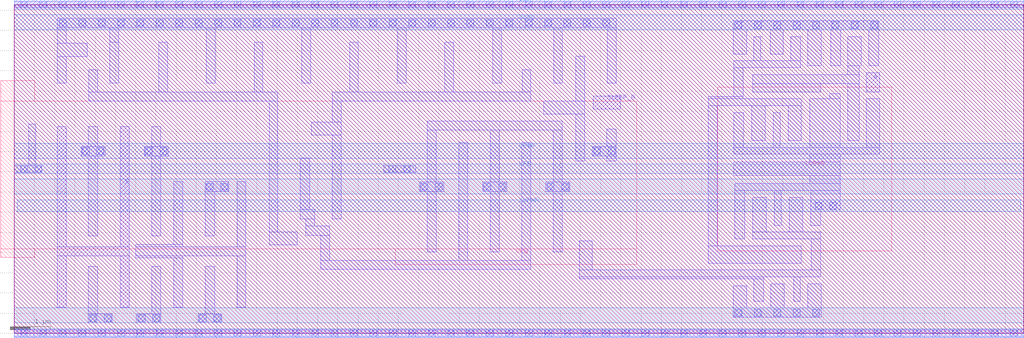
<source format=lef>
# Copyright 2020 The SkyWater PDK Authors
#
# Licensed under the Apache License, Version 2.0 (the "License");
# you may not use this file except in compliance with the License.
# You may obtain a copy of the License at
#
#     https://www.apache.org/licenses/LICENSE-2.0
#
# Unless required by applicable law or agreed to in writing, software
# distributed under the License is distributed on an "AS IS" BASIS,
# WITHOUT WARRANTIES OR CONDITIONS OF ANY KIND, either express or implied.
# See the License for the specific language governing permissions and
# limitations under the License.
#
# SPDX-License-Identifier: Apache-2.0

VERSION 5.7 ;

BUSBITCHARS "[]" ;
DIVIDERCHAR "/" ;

UNITS
  TIME NANOSECONDS 1 ;
  CAPACITANCE PICOFARADS 1 ;
  RESISTANCE OHMS 1 ;
  DATABASE MICRONS 1000 ;
END UNITS

MANUFACTURINGGRID 0.005 ;

PROPERTYDEFINITIONS
  LAYER LEF58_TYPE STRING ;
END PROPERTYDEFINITIONS

# High voltage, single height
SITE unithv
  SYMMETRY Y ;
  CLASS CORE ;
  SIZE 0.48 BY 4.07 ;
END unithv

# High voltage, double height
SITE unithvdbl
  SYMMETRY Y ;
  CLASS CORE ;
  SIZE 0.48 BY 8.14 ;
END unithvdbl

LAYER nwell
  TYPE MASTERSLICE ;
  PROPERTY LEF58_TYPE "TYPE NWELL ;" ;
END nwell

LAYER pwell
  TYPE MASTERSLICE ;
  PROPERTY LEF58_TYPE "TYPE NWELL ;" ;
END pwell

LAYER li1
  TYPE ROUTING ;
  DIRECTION VERTICAL ;

  PITCH 0.48 ;
  MINWIDTH 0.17 ;

  WIDTH 0.17 ;          # LI 1
  # SPACING  0.17 ;     # LI 2
  SPACINGTABLE
     PARALLELRUNLENGTH 0
     WIDTH 0 0.17 ;
  AREA 0.0561 ;         # LI 6
  THICKNESS 0.1 ;
  EDGECAPACITANCE 40.697E-6 ;
  CAPACITANCE CPERSQDIST 36.9866E-6 ;
  RESISTANCE RPERSQ 12.2 ;

  ANTENNADIFFSIDEAREARATIO PWL ( ( 0 75 ) ( 0.0125 75 ) ( 0.0225 85.125 ) ( 22.5 10200 ) ) ;
END li1

LAYER mcon
  TYPE CUT ;

  WIDTH 0.17 ;                # Mcon 1
  SPACING 0.19 ;              # Mcon 2
  ENCLOSURE BELOW 0 0 ;       # Mcon 4
  ENCLOSURE ABOVE 0.03 0.06 ; # Met1 4 / Met1 5

  ANTENNADIFFAREARATIO PWL ( ( 0 3 ) ( 0.0125 3 ) ( 0.0225 3.405 ) ( 22.5 408 ) ) ;
  DCCURRENTDENSITY AVERAGE 0.36 ; # mA per via Iavg_max at Tj = 90oC

END mcon

LAYER met1
  TYPE ROUTING ;
  DIRECTION HORIZONTAL ;

  PITCH 0.37 ;
  MINENCLOSEDAREA 0.14 ;
  MINWIDTH 0.14 ;

  WIDTH 0.14 ;                     # Met1 1
  # SPACING 0.14 ;                 # Met1 2
  # SPACING 0.28 RANGE 3.001 100 ; # Met1 3b
  SPACINGTABLE
     PARALLELRUNLENGTH 0
     WIDTH 0 0.14
     WIDTH 3 0.28 ;
  AREA 0.083 ;                     # Met1 6
  THICKNESS 0.35 ;

  ANTENNADIFFSIDEAREARATIO PWL ( ( 0 400 ) ( 0.0125 400 ) ( 0.0225 2609 ) ( 22.5 11600 ) ) ;

  EDGECAPACITANCE 40.567E-6 ;
  CAPACITANCE CPERSQDIST 25.7784E-6 ;
  DCCURRENTDENSITY AVERAGE 2.8 ; # mA/um Iavg_max at Tj = 90oC
  ACCURRENTDENSITY RMS 6.1 ; # mA/um Irms_max at Tj = 90oC

  RESISTANCE RPERSQ 0.125 ;
END met1

LAYER via
  TYPE CUT ;
  WIDTH 0.15 ;                  # Via 1a
  SPACING 0.17 ;                # Via 2
  ENCLOSURE BELOW 0.055 0.085 ; # Via 4a / Via 5a
  ENCLOSURE ABOVE 0.055 0.085 ; # Met2 4 / Met2 5

  ANTENNADIFFAREARATIO PWL ( ( 0 6 ) ( 0.0125 6 ) ( 0.0225 6.81 ) ( 22.5 816 ) ) ;
  DCCURRENTDENSITY AVERAGE 0.29 ; # mA per via Iavg_max at Tj = 90oC
END via

LAYER met2
  TYPE ROUTING ;
  DIRECTION VERTICAL ;

  PITCH 0.48 ;
  MINENCLOSEDAREA 0.14 ;
  MINWIDTH 0.14 ;

  WIDTH 0.14 ;                        # Met2 1
  # SPACING  0.14 ;                   # Met2 2
  # SPACING  0.28 RANGE 3.001 100 ;   # Met2 3b
  SPACINGTABLE
     PARALLELRUNLENGTH 0
     WIDTH 0 0.14
     WIDTH 3 0.28 ;
  AREA 0.0676 ;                       # Met2 6
  THICKNESS 0.35 ;

  EDGECAPACITANCE 37.759E-6 ;
  CAPACITANCE CPERSQDIST 16.9423E-6 ;
  RESISTANCE RPERSQ 0.125 ;
  DCCURRENTDENSITY AVERAGE 2.8 ; # mA/um Iavg_max at Tj = 90oC
  ACCURRENTDENSITY RMS 6.1 ; # mA/um Irms_max at Tj = 90oC
  ANTENNADIFFSIDEAREARATIO PWL ( ( 0 400 ) ( 0.0125 400 ) ( 0.0225 2609 ) ( 22.5 11600 ) ) ;
END met2

# ******** Layer via2, type routing, number 44 **************
LAYER via2
  TYPE CUT ;
  WIDTH 0.2 ;                   # Via2 1
  SPACING 0.2 ;                 # Via2 2
  ENCLOSURE BELOW 0.04 0.085 ;  # Via2 4
  ENCLOSURE ABOVE 0.065 0.065 ; # Met3 4
  ANTENNADIFFAREARATIO PWL ( ( 0 6 ) ( 0.0125 6 ) ( 0.0225 6.81 ) ( 22.5 816 ) ) ;
  DCCURRENTDENSITY AVERAGE 0.48 ; # mA per via Iavg_max at Tj = 90oC
END via2

LAYER met3
  TYPE ROUTING ;
  DIRECTION HORIZONTAL ;

  PITCH 0.74 ;
  MINWIDTH 0.3 ;

  WIDTH 0.3 ;              # Met3 1
  # SPACING 0.3 ;          # Met3 2
  SPACINGTABLE
     PARALLELRUNLENGTH 0
     WIDTH 0 0.3
     WIDTH 3 0.4 ;
  AREA 0.24 ;              # Met3 6
  THICKNESS 0.8 ;

  EDGECAPACITANCE 40.989E-6 ;
  CAPACITANCE CPERSQDIST 12.3729E-6 ;
  RESISTANCE RPERSQ 0.047 ;
  DCCURRENTDENSITY AVERAGE 6.8 ; # mA/um Iavg_max at Tj = 90oC
  ACCURRENTDENSITY RMS 14.9 ; # mA/um Irms_max at Tj = 90oC

  ANTENNADIFFSIDEAREARATIO PWL ( ( 0 400 ) ( 0.0125 400 ) ( 0.0225 2609 ) ( 22.5 11600 ) ) ;
END met3

LAYER via3
  TYPE CUT ;
  WIDTH 0.2 ;                   # Via3 1
  SPACING 0.2 ;                 # Via3 2
  ENCLOSURE BELOW 0.06 0.09 ;   # Via3 4 / Via3 5
  ENCLOSURE ABOVE 0.065 0.065 ; # Met4 3
  ANTENNADIFFAREARATIO PWL ( ( 0 6 ) ( 0.0125 6 ) ( 0.0225 6.81 ) ( 22.5 816 ) ) ;
  DCCURRENTDENSITY AVERAGE 0.48 ; # mA per via Iavg_max at Tj = 90oC
END via3

LAYER met4
  TYPE ROUTING ;
  DIRECTION VERTICAL ;

  PITCH 0.96 ;
  MINWIDTH 0.3 ;

  WIDTH 0.3 ;             # Met4 1
  # SPACING  0.3 ;             # Met4 2
  SPACINGTABLE
     PARALLELRUNLENGTH 0
     WIDTH 0 0.3
     WIDTH 3 0.4 ;
  AREA 0.24 ;              # Met4 4a

  THICKNESS 0.8 ;

  EDGECAPACITANCE 36.676E-6 ;
  CAPACITANCE CPERSQDIST 8.41537E-6 ;
  RESISTANCE RPERSQ 0.047 ;
  DCCURRENTDENSITY AVERAGE 6.8 ; # mA/um Iavg_max at Tj = 90oC
  ACCURRENTDENSITY RMS 14.9 ; # mA/um Irms_max at Tj = 90oC

  ANTENNADIFFSIDEAREARATIO PWL ( ( 0 400 ) ( 0.0125 400 ) ( 0.0225 2609 ) ( 22.5 11600 ) ) ;
END met4

LAYER via4
  TYPE CUT ;

  WIDTH 0.8 ;                 # Via4 1
  SPACING 0.8 ;               # Via4 2
  ENCLOSURE BELOW 0.19 0.19 ; # Via4 4
  ENCLOSURE ABOVE 0.31 0.31 ; # Met5 3
  ANTENNADIFFAREARATIO PWL ( ( 0 6 ) ( 0.0125 6 ) ( 0.0225 6.81 ) ( 22.5 816 ) ) ;
  DCCURRENTDENSITY AVERAGE 2.49 ; # mA per via Iavg_max at Tj = 90oC
END via4

LAYER met5
  TYPE ROUTING ;
  DIRECTION HORIZONTAL ;

  PITCH 3.33 ;
  MINWIDTH 1.6 ;

  WIDTH 1.6 ;            # Met5 1
  #SPACING  1.6 ;        # Met5 2
  SPACINGTABLE
     PARALLELRUNLENGTH 0
     WIDTH 0 1.6 ;
  AREA 4 ;               # Met5 4

  THICKNESS 1.2 ;

  EDGECAPACITANCE 38.851E-6 ;
  CAPACITANCE CPERSQDIST 6.32063E-6 ;
  RESISTANCE RPERSQ 0.0285 ;
  DCCURRENTDENSITY AVERAGE 10.17 ; # mA/um Iavg_max at Tj = 90oC
  ACCURRENTDENSITY RMS 22.34 ; # mA/um Irms_max at Tj = 90oC

  ANTENNADIFFSIDEAREARATIO PWL ( ( 0 400 ) ( 0.0125 400 ) ( 0.0225 2609 ) ( 22.5 11600 ) ) ;
END met5


### Routing via cells section   ###
# Plus via rule, metals are along the prefered direction
VIA L1M1_PR DEFAULT
  LAYER mcon ;
  RECT -0.085 -0.085 0.085 0.085 ;
  LAYER li1 ;
  RECT -0.085 -0.085 0.085 0.085 ;
  LAYER met1 ;
  RECT -0.145 -0.115 0.145 0.115 ;
END L1M1_PR

VIARULE L1M1_PR GENERATE
  LAYER li1 ;
  ENCLOSURE 0 0 ;
  LAYER met1 ;
  ENCLOSURE 0.06 0.03 ;
  LAYER mcon ;
  RECT -0.085 -0.085 0.085 0.085 ;
  SPACING 0.36 BY 0.36 ;
END L1M1_PR

# Plus via rule, metals are along the non prefered direction
VIA L1M1_PR_R DEFAULT
  LAYER mcon ;
  RECT -0.085 -0.085 0.085 0.085 ;
  LAYER li1 ;
  RECT -0.085 -0.085 0.085 0.085 ;
  LAYER met1 ;
  RECT -0.115 -0.145 0.115 0.145 ;
END L1M1_PR_R

VIARULE L1M1_PR_R GENERATE
  LAYER li1 ;
  ENCLOSURE 0 0 ;
  LAYER met1 ;
  ENCLOSURE 0.03 0.06 ;
  LAYER mcon ;
  RECT -0.085 -0.085 0.085 0.085 ;
  SPACING 0.36 BY 0.36 ;
END L1M1_PR_R

# Minus via rule, lower layer metal is along prefered direction
VIA L1M1_PR_M DEFAULT
  LAYER mcon ;
  RECT -0.085 -0.085 0.085 0.085 ;
  LAYER li1 ;
  RECT -0.085 -0.085 0.085 0.085 ;
  LAYER met1 ;
  RECT -0.115 -0.145 0.115 0.145 ;
END L1M1_PR_M

VIARULE L1M1_PR_M GENERATE
  LAYER li1 ;
  ENCLOSURE 0 0 ;
  LAYER met1 ;
  ENCLOSURE 0.03 0.06 ;
  LAYER mcon ;
  RECT -0.085 -0.085 0.085 0.085 ;
  SPACING 0.36 BY 0.36 ;
END L1M1_PR_M

# Minus via rule, upper layer metal is along prefered direction
VIA L1M1_PR_MR DEFAULT
  LAYER mcon ;
  RECT -0.085 -0.085 0.085 0.085 ;
  LAYER li1 ;
  RECT -0.085 -0.085 0.085 0.085 ;
  LAYER met1 ;
  RECT -0.145 -0.115 0.145 0.115 ;
END L1M1_PR_MR

VIARULE L1M1_PR_MR GENERATE
  LAYER li1 ;
  ENCLOSURE 0 0 ;
  LAYER met1 ;
  ENCLOSURE 0.06 0.03 ;
  LAYER mcon ;
  RECT -0.085 -0.085 0.085 0.085 ;
  SPACING 0.36 BY 0.36 ;
END L1M1_PR_MR

# Centered via rule, we really do not want to use it
VIA L1M1_PR_C DEFAULT
  LAYER mcon ;
  RECT -0.085 -0.085 0.085 0.085 ;
  LAYER li1 ;
  RECT -0.085 -0.085 0.085 0.085 ;
  LAYER met1 ;
  RECT -0.145 -0.145 0.145 0.145 ;
END L1M1_PR_C

VIARULE L1M1_PR_C GENERATE
  LAYER li1 ;
  ENCLOSURE 0 0 ;
  LAYER met1 ;
  ENCLOSURE 0.06 0.06 ;
  LAYER mcon ;
  RECT -0.085 -0.085 0.085 0.085 ;
  SPACING 0.36 BY 0.36 ;
END L1M1_PR_C

# Plus via rule, metals are along the prefered direction
VIA M1M2_PR DEFAULT
  LAYER via ;
  RECT -0.075 -0.075 0.075 0.075 ;
  LAYER met1 ;
  RECT -0.16 -0.13 0.16 0.13 ;
  LAYER met2 ;
  RECT -0.13 -0.16 0.13 0.16 ;
END M1M2_PR

VIARULE M1M2_PR GENERATE
  LAYER met1 ;
  ENCLOSURE 0.085 0.055 ;
  LAYER met2 ;
  ENCLOSURE 0.055 0.085 ;
  LAYER via ;
  RECT -0.075 -0.075 0.075 0.075 ;
  SPACING 0.32 BY 0.32 ;
END M1M2_PR

# Plus via rule, metals are along the non prefered direction
VIA M1M2_PR_R DEFAULT
  LAYER via ;
  RECT -0.075 -0.075 0.075 0.075 ;
  LAYER met1 ;
  RECT -0.13 -0.16 0.13 0.16 ;
  LAYER met2 ;
  RECT -0.16 -0.13 0.16 0.13 ;
END M1M2_PR_R

VIARULE M1M2_PR_R GENERATE
  LAYER met1 ;
  ENCLOSURE 0.055 0.085 ;
  LAYER met2 ;
  ENCLOSURE 0.085 0.055 ;
  LAYER via ;
  RECT -0.075 -0.075 0.075 0.075 ;
  SPACING 0.32 BY 0.32 ;
END M1M2_PR_R

# Minus via rule, lower layer metal is along prefered direction
VIA M1M2_PR_M DEFAULT
  LAYER via ;
  RECT -0.075 -0.075 0.075 0.075 ;
  LAYER met1 ;
  RECT -0.16 -0.13 0.16 0.13 ;
  LAYER met2 ;
  RECT -0.16 -0.13 0.16 0.13 ;
END M1M2_PR_M

VIARULE M1M2_PR_M GENERATE
  LAYER met1 ;
  ENCLOSURE 0.085 0.055 ;
  LAYER met2 ;
  ENCLOSURE 0.085 0.055 ;
  LAYER via ;
  RECT -0.075 -0.075 0.075 0.075 ;
  SPACING 0.32 BY 0.32 ;
END M1M2_PR_M

# Minus via rule, upper layer metal is along prefered direction
VIA M1M2_PR_MR DEFAULT
  LAYER via ;
  RECT -0.075 -0.075 0.075 0.075 ;
  LAYER met1 ;
  RECT -0.13 -0.16 0.13 0.16 ;
  LAYER met2 ;
  RECT -0.13 -0.16 0.13 0.16 ;
END M1M2_PR_MR

VIARULE M1M2_PR_MR GENERATE
  LAYER met1 ;
  ENCLOSURE 0.055 0.085 ;
  LAYER met2 ;
  ENCLOSURE 0.055 0.085 ;
  LAYER via ;
  RECT -0.075 -0.075 0.075 0.075 ;
  SPACING 0.32 BY 0.32 ;
END M1M2_PR_MR

# Centered via rule, we really do not want to use it
VIA M1M2_PR_C DEFAULT
  LAYER via ;
  RECT -0.075 -0.075 0.075 0.075 ;
  LAYER met1 ;
  RECT -0.16 -0.16 0.16 0.16 ;
  LAYER met2 ;
  RECT -0.16 -0.16 0.16 0.16 ;
END M1M2_PR_C

VIARULE M1M2_PR_C GENERATE
  LAYER met1 ;
  ENCLOSURE 0.085 0.085 ;
  LAYER met2 ;
  ENCLOSURE 0.085 0.085 ;
  LAYER via ;
  RECT -0.075 -0.075 0.075 0.075 ;
  SPACING 0.32 BY 0.32 ;
END M1M2_PR_C

# Plus via rule, metals are along the prefered direction
VIA M2M3_PR DEFAULT
  LAYER via2 ;
  RECT -0.1 -0.1 0.1 0.1 ;
  LAYER met2 ;
  RECT -0.14 -0.185 0.14 0.185 ;
  LAYER met3 ;
  RECT -0.165 -0.165 0.165 0.165 ;
END M2M3_PR

VIARULE M2M3_PR GENERATE
  LAYER met2 ;
  ENCLOSURE 0.04 0.085 ;
  LAYER met3 ;
  ENCLOSURE 0.065 0.065 ;
  LAYER via2 ;
  RECT -0.1 -0.1 0.1 0.1 ;
  SPACING 0.4 BY 0.4 ;
END M2M3_PR

# Plus via rule, metals are along the non prefered direction
VIA M2M3_PR_R DEFAULT
  LAYER via2 ;
  RECT -0.1 -0.1 0.1 0.1 ;
  LAYER met2 ;
  RECT -0.185 -0.14 0.185 0.14 ;
  LAYER met3 ;
  RECT -0.165 -0.165 0.165 0.165 ;
END M2M3_PR_R

VIARULE M2M3_PR_R GENERATE
  LAYER met2 ;
  ENCLOSURE 0.085 0.04 ;
  LAYER met3 ;
  ENCLOSURE 0.065 0.065 ;
  LAYER via2 ;
  RECT -0.1 -0.1 0.1 0.1 ;
  SPACING 0.4 BY 0.4 ;
END M2M3_PR_R

# Minus via rule, lower layer metal is along prefered direction
VIA M2M3_PR_M DEFAULT
  LAYER via2 ;
  RECT -0.1 -0.1 0.1 0.1 ;
  LAYER met2 ;
  RECT -0.14 -0.185 0.14 0.185 ;
  LAYER met3 ;
  RECT -0.165 -0.165 0.165 0.165 ;
END M2M3_PR_M

VIARULE M2M3_PR_M GENERATE
  LAYER met2 ;
  ENCLOSURE 0.04 0.085 ;
  LAYER met3 ;
  ENCLOSURE 0.065 0.065 ;
  LAYER via2 ;
  RECT -0.1 -0.1 0.1 0.1 ;
  SPACING 0.4 BY 0.4 ;
END M2M3_PR_M

# Minus via rule, upper layer metal is along prefered direction
VIA M2M3_PR_MR DEFAULT
  LAYER via2 ;
  RECT -0.1 -0.1 0.1 0.1 ;
  LAYER met2 ;
  RECT -0.185 -0.14 0.185 0.14 ;
  LAYER met3 ;
  RECT -0.165 -0.165 0.165 0.165 ;
END M2M3_PR_MR

VIARULE M2M3_PR_MR GENERATE
  LAYER met2 ;
  ENCLOSURE 0.085 0.04 ;
  LAYER met3 ;
  ENCLOSURE 0.065 0.065 ;
  LAYER via2 ;
  RECT -0.1 -0.1 0.1 0.1 ;
  SPACING 0.4 BY 0.4 ;
END M2M3_PR_MR

# Centered via rule, we really do not want to use it
VIA M2M3_PR_C DEFAULT
  LAYER via2 ;
  RECT -0.1 -0.1 0.1 0.1 ;
  LAYER met2 ;
  RECT -0.185 -0.185 0.185 0.185 ;
  LAYER met3 ;
  RECT -0.165 -0.165 0.165 0.165 ;
END M2M3_PR_C

VIARULE M2M3_PR_C GENERATE
  LAYER met2 ;
  ENCLOSURE 0.085 0.085 ;
  LAYER met3 ;
  ENCLOSURE 0.065 0.065 ;
  LAYER via2 ;
  RECT -0.1 -0.1 0.1 0.1 ;
  SPACING 0.4 BY 0.4 ;
END M2M3_PR_C

# Plus via rule, metals are along the prefered direction
VIA M3M4_PR DEFAULT
  LAYER via3 ;
  RECT -0.1 -0.1 0.1 0.1 ;
  LAYER met3 ;
  RECT -0.19 -0.16 0.19 0.16 ;
  LAYER met4 ;
  RECT -0.165 -0.165 0.165 0.165 ;
END M3M4_PR

VIARULE M3M4_PR GENERATE
  LAYER met3 ;
  ENCLOSURE 0.09 0.06 ;
  LAYER met4 ;
  ENCLOSURE 0.065 0.065 ;
  LAYER via3 ;
  RECT -0.1 -0.1 0.1 0.1 ;
  SPACING 0.4 BY 0.4 ;
END M3M4_PR

# Plus via rule, metals are along the non prefered direction
VIA M3M4_PR_R DEFAULT
  LAYER via3 ;
  RECT -0.1 -0.1 0.1 0.1 ;
  LAYER met3 ;
  RECT -0.16 -0.19 0.16 0.19 ;
  LAYER met4 ;
  RECT -0.165 -0.165 0.165 0.165 ;
END M3M4_PR_R

VIARULE M3M4_PR_R GENERATE
  LAYER met3 ;
  ENCLOSURE 0.06 0.09 ;
  LAYER met4 ;
  ENCLOSURE 0.065 0.065 ;
  LAYER via3 ;
  RECT -0.1 -0.1 0.1 0.1 ;
  SPACING 0.4 BY 0.4 ;
END M3M4_PR_R

# Minus via rule, lower layer metal is along prefered direction
VIA M3M4_PR_M DEFAULT
  LAYER via3 ;
  RECT -0.1 -0.1 0.1 0.1 ;
  LAYER met3 ;
  RECT -0.19 -0.16 0.19 0.16 ;
  LAYER met4 ;
  RECT -0.165 -0.165 0.165 0.165 ;
END M3M4_PR_M

VIARULE M3M4_PR_M GENERATE
  LAYER met3 ;
  ENCLOSURE 0.09 0.06 ;
  LAYER met4 ;
  ENCLOSURE 0.065 0.065 ;
  LAYER via3 ;
  RECT -0.1 -0.1 0.1 0.1 ;
  SPACING 0.4 BY 0.4 ;
END M3M4_PR_M

# Minus via rule, upper layer metal is along prefered direction
VIA M3M4_PR_MR DEFAULT
  LAYER via3 ;
  RECT -0.1 -0.1 0.1 0.1 ;
  LAYER met3 ;
  RECT -0.16 -0.19 0.16 0.19 ;
  LAYER met4 ;
  RECT -0.165 -0.165 0.165 0.165 ;
END M3M4_PR_MR

VIARULE M3M4_PR_MR GENERATE
  LAYER met3 ;
  ENCLOSURE 0.06 0.09 ;
  LAYER met4 ;
  ENCLOSURE 0.065 0.065 ;
  LAYER via3 ;
  RECT -0.1 -0.1 0.1 0.1 ;
  SPACING 0.4 BY 0.4 ;
END M3M4_PR_MR

# Centered via rule, we really do not want to use it
VIA M3M4_PR_C DEFAULT
  LAYER via3 ;
  RECT -0.1 -0.1 0.1 0.1 ;
  LAYER met3 ;
  RECT -0.19 -0.19 0.19 0.19 ;
  LAYER met4 ;
  RECT -0.165 -0.165 0.165 0.165 ;
END M3M4_PR_C

VIARULE M3M4_PR_C GENERATE
  LAYER met3 ;
  ENCLOSURE 0.09 0.09 ;
  LAYER met4 ;
  ENCLOSURE 0.065 0.065 ;
  LAYER via3 ;
  RECT -0.1 -0.1 0.1 0.1 ;
  SPACING 0.4 BY 0.4 ;
END M3M4_PR_C

# Plus via rule, metals are along the prefered direction
VIA M4M5_PR DEFAULT
  LAYER via4 ;
  RECT -0.4 -0.4 0.4 0.4 ;
  LAYER met4 ;
  RECT -0.59 -0.59 0.59 0.59 ;
  LAYER met5 ;
  RECT -0.71 -0.71 0.71 0.71 ;
END M4M5_PR

VIARULE M4M5_PR GENERATE
  LAYER met4 ;
  ENCLOSURE 0.19 0.19 ;
  LAYER met5 ;
  ENCLOSURE 0.31 0.31 ;
  LAYER via4 ;
  RECT -0.4 -0.4 0.4 0.4 ;
  SPACING 1.6 BY 1.6 ;
END M4M5_PR

# Plus via rule, metals are along the non prefered direction
VIA M4M5_PR_R DEFAULT
  LAYER via4 ;
  RECT -0.4 -0.4 0.4 0.4 ;
  LAYER met4 ;
  RECT -0.59 -0.59 0.59 0.59 ;
  LAYER met5 ;
  RECT -0.71 -0.71 0.71 0.71 ;
END M4M5_PR_R

VIARULE M4M5_PR_R GENERATE
  LAYER met4 ;
  ENCLOSURE 0.19 0.19 ;
  LAYER met5 ;
  ENCLOSURE 0.31 0.31 ;
  LAYER via4 ;
  RECT -0.4 -0.4 0.4 0.4 ;
  SPACING 1.6 BY 1.6 ;
END M4M5_PR_R

# Minus via rule, lower layer metal is along prefered direction
VIA M4M5_PR_M DEFAULT
  LAYER via4 ;
  RECT -0.4 -0.4 0.4 0.4 ;
  LAYER met4 ;
  RECT -0.59 -0.59 0.59 0.59 ;
  LAYER met5 ;
  RECT -0.71 -0.71 0.71 0.71 ;
END M4M5_PR_M

VIARULE M4M5_PR_M GENERATE
  LAYER met4 ;
  ENCLOSURE 0.19 0.19 ;
  LAYER met5 ;
  ENCLOSURE 0.31 0.31 ;
  LAYER via4 ;
  RECT -0.4 -0.4 0.4 0.4 ;
  SPACING 1.6 BY 1.6 ;
END M4M5_PR_M

# Minus via rule, upper layer metal is along prefered direction
VIA M4M5_PR_MR DEFAULT
  LAYER via4 ;
  RECT -0.4 -0.4 0.4 0.4 ;
  LAYER met4 ;
  RECT -0.59 -0.59 0.59 0.59 ;
  LAYER met5 ;
  RECT -0.71 -0.71 0.71 0.71 ;
END M4M5_PR_MR

VIARULE M4M5_PR_MR GENERATE
  LAYER met4 ;
  ENCLOSURE 0.19 0.19 ;
  LAYER met5 ;
  ENCLOSURE 0.31 0.31 ;
  LAYER via4 ;
  RECT -0.4 -0.4 0.4 0.4 ;
  SPACING 1.6 BY 1.6 ;
END M4M5_PR_MR

# Centered via rule, we really do not want to use it
VIA M4M5_PR_C DEFAULT
  LAYER via4 ;
  RECT -0.4 -0.4 0.4 0.4 ;
  LAYER met4 ;
  RECT -0.59 -0.59 0.59 0.59 ;
  LAYER met5 ;
  RECT -0.71 -0.71 0.71 0.71 ;
END M4M5_PR_C

VIARULE M4M5_PR_C GENERATE
  LAYER met4 ;
  ENCLOSURE 0.19 0.19 ;
  LAYER met5 ;
  ENCLOSURE 0.31 0.31 ;
  LAYER via4 ;
  RECT -0.4 -0.4 0.4 0.4 ;
  SPACING 1.6 BY 1.6 ;
END M4M5_PR_C
###  end of single via cells   ###


MACRO sky130_fd_sc_hvl__inv_1
  CLASS CORE ;
  FOREIGN sky130_fd_sc_hvl__inv_1 ;
  ORIGIN  0.000000  0.000000 ;
  SIZE  1.440000 BY  4.070000 ;
  SYMMETRY X Y ;
  SITE unithv ;
  PIN A
    ANTENNAGATEAREA  1.125000 ;
    DIRECTION INPUT ;
    USE SIGNAL ;
    PORT
      LAYER li1 ;
        RECT 0.125000 1.550000 0.835000 1.935000 ;
    END
  END A
  PIN Y
    ANTENNADIFFAREA  0.641250 ;
    DIRECTION OUTPUT ;
    USE SIGNAL ;
    PORT
      LAYER li1 ;
        RECT 0.960000 2.175000 1.345000 3.755000 ;
        RECT 1.015000 0.495000 1.345000 2.175000 ;
    END
  END Y
  PIN VGND
    DIRECTION INOUT ;
    USE GROUND ;
    PORT
      LAYER met1 ;
        RECT 0.000000 0.255000 1.440000 0.625000 ;
    END
  END VGND
  PIN VNB
    DIRECTION INOUT ;
    USE GROUND ;
    PORT
      LAYER met1 ;
        RECT 0.000000 -0.115000 1.440000 0.115000 ;
      LAYER pwell ;
        RECT 0.000000 -0.085000 1.440000 0.085000 ;
    END
  END VNB
  PIN VPB
    DIRECTION INOUT ;
    USE POWER ;
    PORT
      LAYER met1 ;
        RECT 0.000000 3.955000 1.440000 4.185000 ;
      LAYER nwell ;
        RECT -0.330000 1.885000 1.770000 4.485000 ;
    END
  END VPB
  PIN VPWR
    DIRECTION INOUT ;
    USE POWER ;
    PORT
      LAYER met1 ;
        RECT 0.000000 3.445000 1.440000 3.815000 ;
    END
  END VPWR
  OBS
    LAYER li1 ;
      RECT 0.000000 -0.085000 1.440000 0.085000 ;
      RECT 0.000000  3.985000 1.440000 4.155000 ;
      RECT 0.090000  0.365000 0.680000 1.325000 ;
      RECT 0.090000  2.175000 0.680000 3.755000 ;
    LAYER mcon ;
      RECT 0.120000  0.395000 0.290000 0.565000 ;
      RECT 0.120000  3.505000 0.290000 3.675000 ;
      RECT 0.155000 -0.085000 0.325000 0.085000 ;
      RECT 0.155000  3.985000 0.325000 4.155000 ;
      RECT 0.480000  0.395000 0.650000 0.565000 ;
      RECT 0.480000  3.505000 0.650000 3.675000 ;
      RECT 0.635000 -0.085000 0.805000 0.085000 ;
      RECT 0.635000  3.985000 0.805000 4.155000 ;
      RECT 1.115000 -0.085000 1.285000 0.085000 ;
      RECT 1.115000  3.985000 1.285000 4.155000 ;
  END
END sky130_fd_sc_hvl__inv_1
MACRO sky130_fd_sc_hvl__inv_4
  CLASS CORE ;
  FOREIGN sky130_fd_sc_hvl__inv_4 ;
  ORIGIN  0.000000  0.000000 ;
  SIZE  3.840000 BY  4.070000 ;
  SYMMETRY X Y ;
  SITE unithv ;
  PIN A
    ANTENNAGATEAREA  4.500000 ;
    DIRECTION INPUT ;
    USE SIGNAL ;
    PORT
      LAYER li1 ;
        RECT 0.125000 1.580000 2.835000 1.750000 ;
    END
  END A
  PIN Y
    ANTENNADIFFAREA  1.260000 ;
    DIRECTION OUTPUT ;
    USE SIGNAL ;
    PORT
      LAYER li1 ;
        RECT 1.040000 0.495000 1.290000 1.230000 ;
        RECT 1.040000 1.230000 3.185000 1.400000 ;
        RECT 1.040000 1.930000 3.715000 2.100000 ;
        RECT 1.040000 2.100000 1.370000 3.755000 ;
        RECT 2.600000 0.495000 3.185000 1.230000 ;
        RECT 2.680000 2.100000 2.930000 3.755000 ;
        RECT 3.015000 1.400000 3.185000 1.550000 ;
        RECT 3.015000 1.550000 3.715000 1.930000 ;
    END
  END Y
  PIN VGND
    DIRECTION INOUT ;
    USE GROUND ;
    PORT
      LAYER met1 ;
        RECT 0.000000 0.255000 3.840000 0.625000 ;
    END
  END VGND
  PIN VNB
    DIRECTION INOUT ;
    USE GROUND ;
    PORT
      LAYER met1 ;
        RECT 0.000000 -0.115000 3.840000 0.115000 ;
      LAYER pwell ;
        RECT 0.000000 -0.085000 3.840000 0.085000 ;
    END
  END VNB
  PIN VPB
    DIRECTION INOUT ;
    USE POWER ;
    PORT
      LAYER met1 ;
        RECT 0.000000 3.955000 3.840000 4.185000 ;
      LAYER nwell ;
        RECT -0.330000 1.885000 4.170000 4.485000 ;
    END
  END VPB
  PIN VPWR
    DIRECTION INOUT ;
    USE POWER ;
    PORT
      LAYER met1 ;
        RECT 0.000000 3.445000 3.840000 3.815000 ;
    END
  END VPWR
  OBS
    LAYER li1 ;
      RECT 0.000000 -0.085000 3.840000 0.085000 ;
      RECT 0.000000  3.985000 3.840000 4.155000 ;
      RECT 0.090000  0.365000 0.680000 1.325000 ;
      RECT 0.090000  2.175000 0.680000 3.755000 ;
      RECT 1.470000  0.365000 2.420000 1.050000 ;
      RECT 1.550000  2.280000 2.500000 3.755000 ;
      RECT 3.120000  2.280000 3.710000 3.755000 ;
      RECT 3.380000  0.365000 3.710000 1.325000 ;
    LAYER mcon ;
      RECT 0.120000  0.395000 0.290000 0.565000 ;
      RECT 0.120000  3.505000 0.290000 3.675000 ;
      RECT 0.155000 -0.085000 0.325000 0.085000 ;
      RECT 0.155000  3.985000 0.325000 4.155000 ;
      RECT 0.480000  0.395000 0.650000 0.565000 ;
      RECT 0.480000  3.505000 0.650000 3.675000 ;
      RECT 0.635000 -0.085000 0.805000 0.085000 ;
      RECT 0.635000  3.985000 0.805000 4.155000 ;
      RECT 1.115000 -0.085000 1.285000 0.085000 ;
      RECT 1.115000  3.985000 1.285000 4.155000 ;
      RECT 1.500000  0.395000 1.670000 0.565000 ;
      RECT 1.580000  3.505000 1.750000 3.675000 ;
      RECT 1.595000 -0.085000 1.765000 0.085000 ;
      RECT 1.595000  3.985000 1.765000 4.155000 ;
      RECT 1.860000  0.395000 2.030000 0.565000 ;
      RECT 1.940000  3.505000 2.110000 3.675000 ;
      RECT 2.075000 -0.085000 2.245000 0.085000 ;
      RECT 2.075000  3.985000 2.245000 4.155000 ;
      RECT 2.220000  0.395000 2.390000 0.565000 ;
      RECT 2.300000  3.505000 2.470000 3.675000 ;
      RECT 2.555000 -0.085000 2.725000 0.085000 ;
      RECT 2.555000  3.985000 2.725000 4.155000 ;
      RECT 3.035000 -0.085000 3.205000 0.085000 ;
      RECT 3.035000  3.985000 3.205000 4.155000 ;
      RECT 3.150000  3.505000 3.320000 3.675000 ;
      RECT 3.410000  0.395000 3.580000 0.565000 ;
      RECT 3.510000  3.505000 3.680000 3.675000 ;
      RECT 3.515000 -0.085000 3.685000 0.085000 ;
      RECT 3.515000  3.985000 3.685000 4.155000 ;
  END
END sky130_fd_sc_hvl__inv_4
MACRO sky130_fd_sc_hvl__inv_2
  CLASS CORE ;
  FOREIGN sky130_fd_sc_hvl__inv_2 ;
  ORIGIN  0.000000  0.000000 ;
  SIZE  2.400000 BY  4.070000 ;
  SYMMETRY X Y ;
  SITE unithv ;
  PIN A
    ANTENNAGATEAREA  2.250000 ;
    DIRECTION INPUT ;
    USE SIGNAL ;
    PORT
      LAYER li1 ;
        RECT 0.125000 1.550000 1.070000 1.880000 ;
    END
  END A
  PIN Y
    ANTENNADIFFAREA  0.630000 ;
    DIRECTION OUTPUT ;
    USE SIGNAL ;
    PORT
      LAYER li1 ;
        RECT 1.200000 0.540000 1.795000 1.370000 ;
        RECT 1.240000 1.610000 1.795000 1.780000 ;
        RECT 1.240000 1.780000 1.490000 3.755000 ;
        RECT 1.565000 1.370000 1.795000 1.610000 ;
    END
  END Y
  PIN VGND
    DIRECTION INOUT ;
    USE GROUND ;
    PORT
      LAYER met1 ;
        RECT 0.000000 0.255000 2.400000 0.625000 ;
    END
  END VGND
  PIN VNB
    DIRECTION INOUT ;
    USE GROUND ;
    PORT
      LAYER met1 ;
        RECT 0.000000 -0.115000 2.400000 0.115000 ;
      LAYER pwell ;
        RECT 0.000000 -0.085000 2.400000 0.085000 ;
    END
  END VNB
  PIN VPB
    DIRECTION INOUT ;
    USE POWER ;
    PORT
      LAYER met1 ;
        RECT 0.000000 3.955000 2.400000 4.185000 ;
      LAYER nwell ;
        RECT -0.330000 1.885000 2.730000 4.485000 ;
    END
  END VPB
  PIN VPWR
    DIRECTION INOUT ;
    USE POWER ;
    PORT
      LAYER met1 ;
        RECT 0.000000 3.445000 2.400000 3.815000 ;
    END
  END VPWR
  OBS
    LAYER li1 ;
      RECT 0.000000 -0.085000 2.400000 0.085000 ;
      RECT 0.000000  3.985000 2.400000 4.155000 ;
      RECT 0.090000  0.365000 1.020000 1.370000 ;
      RECT 0.110000  2.175000 1.060000 3.755000 ;
      RECT 1.680000  2.175000 2.270000 3.755000 ;
      RECT 1.980000  0.365000 2.310000 1.370000 ;
    LAYER mcon ;
      RECT 0.110000  0.395000 0.280000 0.565000 ;
      RECT 0.140000  3.505000 0.310000 3.675000 ;
      RECT 0.155000 -0.085000 0.325000 0.085000 ;
      RECT 0.155000  3.985000 0.325000 4.155000 ;
      RECT 0.470000  0.395000 0.640000 0.565000 ;
      RECT 0.500000  3.505000 0.670000 3.675000 ;
      RECT 0.635000 -0.085000 0.805000 0.085000 ;
      RECT 0.635000  3.985000 0.805000 4.155000 ;
      RECT 0.830000  0.395000 1.000000 0.565000 ;
      RECT 0.860000  3.505000 1.030000 3.675000 ;
      RECT 1.115000 -0.085000 1.285000 0.085000 ;
      RECT 1.115000  3.985000 1.285000 4.155000 ;
      RECT 1.595000 -0.085000 1.765000 0.085000 ;
      RECT 1.595000  3.985000 1.765000 4.155000 ;
      RECT 1.710000  3.505000 1.880000 3.675000 ;
      RECT 2.010000  0.395000 2.180000 0.565000 ;
      RECT 2.070000  3.505000 2.240000 3.675000 ;
      RECT 2.075000 -0.085000 2.245000 0.085000 ;
      RECT 2.075000  3.985000 2.245000 4.155000 ;
  END
END sky130_fd_sc_hvl__inv_2
MACRO sky130_fd_sc_hvl__inv_16
  CLASS CORE ;
  FOREIGN sky130_fd_sc_hvl__inv_16 ;
  ORIGIN  0.000000  0.000000 ;
  SIZE  13.44000 BY  4.070000 ;
  SYMMETRY X Y ;
  SITE unithv ;
  PIN A
    ANTENNAGATEAREA  18.00000 ;
    DIRECTION INPUT ;
    USE SIGNAL ;
    PORT
      LAYER met1 ;
        RECT  1.535000 1.550000  2.185000 1.580000 ;
        RECT  1.535000 1.580000 11.535000 1.750000 ;
        RECT  1.535000 1.750000  2.185000 1.780000 ;
        RECT  3.085000 1.550000  3.735000 1.580000 ;
        RECT  3.085000 1.750000  3.735000 1.780000 ;
        RECT  4.645000 1.550000  5.295000 1.580000 ;
        RECT  4.645000 1.750000  5.295000 1.780000 ;
        RECT  6.205000 1.550000  6.855000 1.580000 ;
        RECT  6.205000 1.750000  6.855000 1.780000 ;
        RECT  7.765000 1.550000  8.415000 1.580000 ;
        RECT  7.765000 1.750000  8.415000 1.780000 ;
        RECT  9.325000 1.550000  9.975000 1.580000 ;
        RECT  9.325000 1.750000  9.975000 1.780000 ;
        RECT 10.885000 1.550000 11.535000 1.580000 ;
        RECT 10.885000 1.750000 11.535000 1.780000 ;
    END
  END A
  PIN Y
    ANTENNADIFFAREA  5.040000 ;
    DIRECTION OUTPUT ;
    USE SIGNAL ;
    PORT
      LAYER met1 ;
        RECT  0.925000 2.290000  1.215000 2.320000 ;
        RECT  0.925000 2.320000 12.135000 2.490000 ;
        RECT  0.925000 2.490000  1.215000 2.520000 ;
        RECT  2.485000 2.290000  2.775000 2.320000 ;
        RECT  2.485000 2.490000  2.775000 2.520000 ;
        RECT  4.045000 2.290000  4.335000 2.320000 ;
        RECT  4.045000 2.490000  4.335000 2.520000 ;
        RECT  5.605000 2.290000  5.895000 2.320000 ;
        RECT  5.605000 2.490000  5.895000 2.520000 ;
        RECT  7.165000 2.290000  7.455000 2.320000 ;
        RECT  7.165000 2.490000  7.455000 2.520000 ;
        RECT  8.725000 2.290000  9.015000 2.320000 ;
        RECT  8.725000 2.490000  9.015000 2.520000 ;
        RECT 10.285000 2.290000 10.575000 2.320000 ;
        RECT 10.285000 2.490000 10.575000 2.520000 ;
        RECT 11.845000 2.290000 12.135000 2.320000 ;
        RECT 11.845000 2.490000 12.135000 2.520000 ;
    END
  END Y
  PIN VGND
    DIRECTION INOUT ;
    USE GROUND ;
    PORT
      LAYER met1 ;
        RECT 0.000000 0.255000 13.440000 0.625000 ;
    END
  END VGND
  PIN VNB
    DIRECTION INOUT ;
    USE GROUND ;
    PORT
      LAYER met1 ;
        RECT 0.000000 -0.115000 13.440000 0.115000 ;
      LAYER pwell ;
        RECT 0.000000 -0.085000 13.440000 0.085000 ;
    END
  END VNB
  PIN VPB
    DIRECTION INOUT ;
    USE POWER ;
    PORT
      LAYER met1 ;
        RECT 0.000000 3.955000 13.440000 4.185000 ;
      LAYER nwell ;
        RECT -0.330000 1.885000 13.770000 4.485000 ;
    END
  END VPB
  PIN VPWR
    DIRECTION INOUT ;
    USE POWER ;
    PORT
      LAYER met1 ;
        RECT 0.000000 3.445000 13.440000 3.815000 ;
    END
  END VPWR
  OBS
    LAYER li1 ;
      RECT  0.000000 -0.085000 13.440000 0.085000 ;
      RECT  0.000000  3.985000 13.440000 4.155000 ;
      RECT  0.095000  0.375000  0.630000 1.475000 ;
      RECT  0.125000  2.175000  0.655000 3.755000 ;
      RECT  0.900000  0.795000  1.230000 3.755000 ;
      RECT  1.400000  0.375000  2.290000 1.395000 ;
      RECT  1.400000  1.565000  2.290000 1.895000 ;
      RECT  1.400000  2.175000  2.290000 3.755000 ;
      RECT  2.460000  0.795000  2.790000 3.755000 ;
      RECT  2.960000  0.375000  3.850000 1.395000 ;
      RECT  2.960000  1.565000  3.850000 1.895000 ;
      RECT  2.960000  2.175000  3.850000 3.755000 ;
      RECT  4.020000  0.795000  4.350000 3.755000 ;
      RECT  4.520000  0.375000  5.410000 1.395000 ;
      RECT  4.520000  1.565000  5.410000 1.895000 ;
      RECT  4.520000  2.175000  5.410000 3.755000 ;
      RECT  5.580000  0.795000  5.910000 3.755000 ;
      RECT  6.080000  0.375000  6.970000 1.395000 ;
      RECT  6.080000  1.565000  6.970000 1.895000 ;
      RECT  6.080000  2.175000  6.970000 3.755000 ;
      RECT  7.140000  0.795000  7.470000 3.755000 ;
      RECT  7.640000  0.375000  8.530000 1.395000 ;
      RECT  7.640000  1.565000  8.530000 1.895000 ;
      RECT  7.640000  2.175000  8.530000 3.755000 ;
      RECT  8.700000  0.795000  9.030000 3.755000 ;
      RECT  9.200000  0.375000 10.090000 1.395000 ;
      RECT  9.200000  1.565000 10.090000 1.895000 ;
      RECT  9.200000  2.175000 10.090000 3.755000 ;
      RECT 10.260000  0.795000 10.590000 3.755000 ;
      RECT 10.760000  0.375000 11.650000 1.395000 ;
      RECT 10.760000  1.565000 11.650000 1.895000 ;
      RECT 10.760000  2.175000 11.650000 3.755000 ;
      RECT 11.820000  0.795000 12.150000 3.755000 ;
      RECT 12.320000  0.375000 12.935000 1.395000 ;
      RECT 12.320000  2.175000 12.935000 3.675000 ;
    LAYER mcon ;
      RECT  0.095000  0.425000  0.265000 0.595000 ;
      RECT  0.125000  3.475000  0.295000 3.645000 ;
      RECT  0.155000 -0.085000  0.325000 0.085000 ;
      RECT  0.155000  3.985000  0.325000 4.155000 ;
      RECT  0.455000  0.425000  0.625000 0.595000 ;
      RECT  0.485000  3.475000  0.655000 3.645000 ;
      RECT  0.635000 -0.085000  0.805000 0.085000 ;
      RECT  0.635000  3.985000  0.805000 4.155000 ;
      RECT  0.985000  2.320000  1.155000 2.490000 ;
      RECT  1.115000 -0.085000  1.285000 0.085000 ;
      RECT  1.115000  3.985000  1.285000 4.155000 ;
      RECT  1.400000  0.425000  1.570000 0.595000 ;
      RECT  1.400000  3.475000  1.570000 3.645000 ;
      RECT  1.595000 -0.085000  1.765000 0.085000 ;
      RECT  1.595000  1.580000  1.765000 1.750000 ;
      RECT  1.595000  3.985000  1.765000 4.155000 ;
      RECT  1.760000  0.425000  1.930000 0.595000 ;
      RECT  1.760000  3.475000  1.930000 3.645000 ;
      RECT  1.955000  1.580000  2.125000 1.750000 ;
      RECT  2.075000 -0.085000  2.245000 0.085000 ;
      RECT  2.075000  3.985000  2.245000 4.155000 ;
      RECT  2.120000  0.425000  2.290000 0.595000 ;
      RECT  2.120000  3.475000  2.290000 3.645000 ;
      RECT  2.545000  2.320000  2.715000 2.490000 ;
      RECT  2.555000 -0.085000  2.725000 0.085000 ;
      RECT  2.555000  3.985000  2.725000 4.155000 ;
      RECT  2.960000  0.425000  3.130000 0.595000 ;
      RECT  2.960000  3.475000  3.130000 3.645000 ;
      RECT  3.035000 -0.085000  3.205000 0.085000 ;
      RECT  3.035000  3.985000  3.205000 4.155000 ;
      RECT  3.145000  1.580000  3.315000 1.750000 ;
      RECT  3.320000  0.425000  3.490000 0.595000 ;
      RECT  3.320000  3.475000  3.490000 3.645000 ;
      RECT  3.505000  1.580000  3.675000 1.750000 ;
      RECT  3.515000 -0.085000  3.685000 0.085000 ;
      RECT  3.515000  3.985000  3.685000 4.155000 ;
      RECT  3.680000  0.425000  3.850000 0.595000 ;
      RECT  3.680000  3.475000  3.850000 3.645000 ;
      RECT  3.995000 -0.085000  4.165000 0.085000 ;
      RECT  3.995000  3.985000  4.165000 4.155000 ;
      RECT  4.105000  2.320000  4.275000 2.490000 ;
      RECT  4.475000 -0.085000  4.645000 0.085000 ;
      RECT  4.475000  3.985000  4.645000 4.155000 ;
      RECT  4.520000  0.425000  4.690000 0.595000 ;
      RECT  4.520000  3.475000  4.690000 3.645000 ;
      RECT  4.705000  1.580000  4.875000 1.750000 ;
      RECT  4.880000  0.425000  5.050000 0.595000 ;
      RECT  4.880000  3.475000  5.050000 3.645000 ;
      RECT  4.955000 -0.085000  5.125000 0.085000 ;
      RECT  4.955000  3.985000  5.125000 4.155000 ;
      RECT  5.065000  1.580000  5.235000 1.750000 ;
      RECT  5.240000  0.425000  5.410000 0.595000 ;
      RECT  5.240000  3.475000  5.410000 3.645000 ;
      RECT  5.435000 -0.085000  5.605000 0.085000 ;
      RECT  5.435000  3.985000  5.605000 4.155000 ;
      RECT  5.665000  2.320000  5.835000 2.490000 ;
      RECT  5.915000 -0.085000  6.085000 0.085000 ;
      RECT  5.915000  3.985000  6.085000 4.155000 ;
      RECT  6.080000  0.425000  6.250000 0.595000 ;
      RECT  6.080000  3.475000  6.250000 3.645000 ;
      RECT  6.265000  1.580000  6.435000 1.750000 ;
      RECT  6.395000 -0.085000  6.565000 0.085000 ;
      RECT  6.395000  3.985000  6.565000 4.155000 ;
      RECT  6.440000  0.425000  6.610000 0.595000 ;
      RECT  6.440000  3.475000  6.610000 3.645000 ;
      RECT  6.625000  1.580000  6.795000 1.750000 ;
      RECT  6.800000  0.425000  6.970000 0.595000 ;
      RECT  6.800000  3.475000  6.970000 3.645000 ;
      RECT  6.875000 -0.085000  7.045000 0.085000 ;
      RECT  6.875000  3.985000  7.045000 4.155000 ;
      RECT  7.225000  2.320000  7.395000 2.490000 ;
      RECT  7.355000 -0.085000  7.525000 0.085000 ;
      RECT  7.355000  3.985000  7.525000 4.155000 ;
      RECT  7.640000  0.425000  7.810000 0.595000 ;
      RECT  7.640000  3.475000  7.810000 3.645000 ;
      RECT  7.825000  1.580000  7.995000 1.750000 ;
      RECT  7.835000 -0.085000  8.005000 0.085000 ;
      RECT  7.835000  3.985000  8.005000 4.155000 ;
      RECT  8.000000  0.425000  8.170000 0.595000 ;
      RECT  8.000000  3.475000  8.170000 3.645000 ;
      RECT  8.185000  1.580000  8.355000 1.750000 ;
      RECT  8.315000 -0.085000  8.485000 0.085000 ;
      RECT  8.315000  3.985000  8.485000 4.155000 ;
      RECT  8.360000  0.425000  8.530000 0.595000 ;
      RECT  8.360000  3.475000  8.530000 3.645000 ;
      RECT  8.785000  2.320000  8.955000 2.490000 ;
      RECT  8.795000 -0.085000  8.965000 0.085000 ;
      RECT  8.795000  3.985000  8.965000 4.155000 ;
      RECT  9.200000  0.425000  9.370000 0.595000 ;
      RECT  9.200000  3.475000  9.370000 3.645000 ;
      RECT  9.275000 -0.085000  9.445000 0.085000 ;
      RECT  9.275000  3.985000  9.445000 4.155000 ;
      RECT  9.385000  1.580000  9.555000 1.750000 ;
      RECT  9.560000  0.425000  9.730000 0.595000 ;
      RECT  9.560000  3.475000  9.730000 3.645000 ;
      RECT  9.745000  1.580000  9.915000 1.750000 ;
      RECT  9.755000 -0.085000  9.925000 0.085000 ;
      RECT  9.755000  3.985000  9.925000 4.155000 ;
      RECT  9.920000  0.425000 10.090000 0.595000 ;
      RECT  9.920000  3.475000 10.090000 3.645000 ;
      RECT 10.235000 -0.085000 10.405000 0.085000 ;
      RECT 10.235000  3.985000 10.405000 4.155000 ;
      RECT 10.345000  2.320000 10.515000 2.490000 ;
      RECT 10.715000 -0.085000 10.885000 0.085000 ;
      RECT 10.715000  3.985000 10.885000 4.155000 ;
      RECT 10.760000  0.425000 10.930000 0.595000 ;
      RECT 10.760000  3.475000 10.930000 3.645000 ;
      RECT 10.945000  1.580000 11.115000 1.750000 ;
      RECT 11.120000  0.425000 11.290000 0.595000 ;
      RECT 11.120000  3.475000 11.290000 3.645000 ;
      RECT 11.195000 -0.085000 11.365000 0.085000 ;
      RECT 11.195000  3.985000 11.365000 4.155000 ;
      RECT 11.305000  1.580000 11.475000 1.750000 ;
      RECT 11.480000  0.425000 11.650000 0.595000 ;
      RECT 11.480000  3.475000 11.650000 3.645000 ;
      RECT 11.675000 -0.085000 11.845000 0.085000 ;
      RECT 11.675000  3.985000 11.845000 4.155000 ;
      RECT 11.905000  2.320000 12.075000 2.490000 ;
      RECT 12.155000 -0.085000 12.325000 0.085000 ;
      RECT 12.155000  3.985000 12.325000 4.155000 ;
      RECT 12.365000  0.425000 12.535000 0.595000 ;
      RECT 12.365000  3.475000 12.535000 3.645000 ;
      RECT 12.635000 -0.085000 12.805000 0.085000 ;
      RECT 12.635000  3.985000 12.805000 4.155000 ;
      RECT 12.725000  0.425000 12.895000 0.595000 ;
      RECT 12.725000  3.475000 12.895000 3.645000 ;
      RECT 13.115000 -0.085000 13.285000 0.085000 ;
      RECT 13.115000  3.985000 13.285000 4.155000 ;
  END
END sky130_fd_sc_hvl__inv_16
MACRO sky130_fd_sc_hvl__inv_8
  CLASS CORE ;
  FOREIGN sky130_fd_sc_hvl__inv_8 ;
  ORIGIN  0.000000  0.000000 ;
  SIZE  7.200000 BY  4.070000 ;
  SYMMETRY X Y ;
  SITE unithv ;
  PIN A
    ANTENNAGATEAREA  9.000000 ;
    DIRECTION INPUT ;
    USE SIGNAL ;
    PORT
      LAYER li1 ;
        RECT 0.310000 1.580000 6.760000 1.815000 ;
    END
  END A
  PIN Y
    ANTENNADIFFAREA  2.520000 ;
    DIRECTION OUTPUT ;
    USE SIGNAL ;
    PORT
      LAYER li1 ;
        RECT 1.195000 0.730000 1.405000 1.230000 ;
        RECT 1.195000 1.230000 7.110000 1.395000 ;
        RECT 1.195000 1.395000 6.225000 1.400000 ;
        RECT 1.275000 2.035000 7.110000 2.205000 ;
        RECT 1.275000 2.205000 1.605000 3.445000 ;
        RECT 2.755000 0.730000 2.965000 1.230000 ;
        RECT 2.835000 2.205000 3.165000 3.445000 ;
        RECT 4.315000 0.730000 4.525000 1.230000 ;
        RECT 4.395000 2.205000 4.725000 3.445000 ;
        RECT 5.915000 0.730000 6.565000 1.225000 ;
        RECT 5.915000 1.225000 7.110000 1.230000 ;
        RECT 5.955000 2.205000 6.285000 3.445000 ;
        RECT 6.940000 1.395000 7.110000 2.035000 ;
    END
  END Y
  PIN VGND
    DIRECTION INOUT ;
    USE GROUND ;
    PORT
      LAYER met1 ;
        RECT 0.000000 0.255000 7.200000 0.625000 ;
    END
  END VGND
  PIN VNB
    DIRECTION INOUT ;
    USE GROUND ;
    PORT
      LAYER li1 ;
        RECT 0.000000 -0.085000 7.200000 0.085000 ;
      LAYER mcon ;
        RECT 0.155000 -0.085000 0.325000 0.085000 ;
        RECT 0.635000 -0.085000 0.805000 0.085000 ;
        RECT 1.115000 -0.085000 1.285000 0.085000 ;
        RECT 1.595000 -0.085000 1.765000 0.085000 ;
        RECT 2.075000 -0.085000 2.245000 0.085000 ;
        RECT 2.555000 -0.085000 2.725000 0.085000 ;
        RECT 3.035000 -0.085000 3.205000 0.085000 ;
        RECT 3.515000 -0.085000 3.685000 0.085000 ;
        RECT 3.995000 -0.085000 4.165000 0.085000 ;
        RECT 4.475000 -0.085000 4.645000 0.085000 ;
        RECT 4.955000 -0.085000 5.125000 0.085000 ;
        RECT 5.435000 -0.085000 5.605000 0.085000 ;
        RECT 5.915000 -0.085000 6.085000 0.085000 ;
        RECT 6.395000 -0.085000 6.565000 0.085000 ;
        RECT 6.875000 -0.085000 7.045000 0.085000 ;
    END
    PORT
      LAYER met1 ;
        RECT 0.000000 -0.115000 7.200000 0.115000 ;
      LAYER pwell ;
        RECT 0.000000 -0.085000 7.200000 0.085000 ;
    END
  END VNB
  PIN VPB
    DIRECTION INOUT ;
    USE POWER ;
    PORT
      LAYER li1 ;
        RECT 0.000000 3.985000 7.200000 4.155000 ;
      LAYER mcon ;
        RECT 0.155000 3.985000 0.325000 4.155000 ;
        RECT 0.635000 3.985000 0.805000 4.155000 ;
        RECT 1.115000 3.985000 1.285000 4.155000 ;
        RECT 1.595000 3.985000 1.765000 4.155000 ;
        RECT 2.075000 3.985000 2.245000 4.155000 ;
        RECT 2.555000 3.985000 2.725000 4.155000 ;
        RECT 3.035000 3.985000 3.205000 4.155000 ;
        RECT 3.515000 3.985000 3.685000 4.155000 ;
        RECT 3.995000 3.985000 4.165000 4.155000 ;
        RECT 4.475000 3.985000 4.645000 4.155000 ;
        RECT 4.955000 3.985000 5.125000 4.155000 ;
        RECT 5.435000 3.985000 5.605000 4.155000 ;
        RECT 5.915000 3.985000 6.085000 4.155000 ;
        RECT 6.395000 3.985000 6.565000 4.155000 ;
        RECT 6.875000 3.985000 7.045000 4.155000 ;
    END
    PORT
      LAYER met1 ;
        RECT 0.000000 3.955000 7.200000 4.185000 ;
      LAYER nwell ;
        RECT -0.330000 1.885000 7.530000 4.485000 ;
    END
  END VPB
  PIN VPWR
    DIRECTION INOUT ;
    USE POWER ;
    PORT
      LAYER met1 ;
        RECT 0.000000 3.445000 7.200000 3.815000 ;
    END
  END VPWR
  OBS
    LAYER li1 ;
      RECT 0.095000 0.380000 7.105000 0.550000 ;
      RECT 0.095000 0.550000 0.985000 1.385000 ;
      RECT 0.095000 2.445000 0.985000 3.625000 ;
      RECT 0.095000 3.625000 7.025000 3.795000 ;
      RECT 1.575000 0.550000 2.585000 1.045000 ;
      RECT 1.775000 2.385000 2.665000 3.625000 ;
      RECT 3.135000 0.550000 4.145000 1.045000 ;
      RECT 3.335000 2.385000 4.225000 3.625000 ;
      RECT 4.695000 0.550000 5.745000 1.045000 ;
      RECT 4.895000 2.385000 5.785000 3.625000 ;
      RECT 6.455000 2.385000 7.025000 3.625000 ;
      RECT 6.735000 0.550000 7.105000 1.045000 ;
    LAYER mcon ;
      RECT 0.095000 3.475000 0.265000 3.645000 ;
      RECT 0.455000 0.380000 0.625000 0.550000 ;
      RECT 0.455000 3.475000 0.625000 3.645000 ;
      RECT 0.815000 0.380000 0.985000 0.550000 ;
      RECT 0.815000 3.475000 0.985000 3.645000 ;
      RECT 1.175000 0.380000 1.345000 0.550000 ;
      RECT 1.535000 0.380000 1.705000 0.550000 ;
      RECT 1.775000 3.475000 1.945000 3.645000 ;
      RECT 1.895000 0.380000 2.065000 0.550000 ;
      RECT 2.135000 3.475000 2.305000 3.645000 ;
      RECT 2.255000 0.380000 2.425000 0.550000 ;
      RECT 2.495000 3.475000 2.665000 3.645000 ;
      RECT 2.615000 0.380000 2.785000 0.550000 ;
      RECT 2.975000 0.380000 3.145000 0.550000 ;
      RECT 3.335000 0.380000 3.505000 0.550000 ;
      RECT 3.335000 3.475000 3.505000 3.645000 ;
      RECT 3.695000 0.380000 3.865000 0.550000 ;
      RECT 3.695000 3.475000 3.865000 3.645000 ;
      RECT 4.055000 0.380000 4.225000 0.550000 ;
      RECT 4.055000 3.475000 4.225000 3.645000 ;
      RECT 4.415000 0.380000 4.585000 0.550000 ;
      RECT 4.775000 0.380000 4.945000 0.550000 ;
      RECT 4.895000 3.475000 5.065000 3.645000 ;
      RECT 5.135000 0.380000 5.305000 0.550000 ;
      RECT 5.255000 3.475000 5.425000 3.645000 ;
      RECT 5.495000 0.380000 5.665000 0.550000 ;
      RECT 5.615000 3.475000 5.785000 3.645000 ;
      RECT 5.855000 0.380000 6.025000 0.550000 ;
      RECT 6.215000 0.380000 6.385000 0.550000 ;
      RECT 6.455000 3.475000 6.625000 3.645000 ;
      RECT 6.575000 0.380000 6.745000 0.550000 ;
      RECT 6.855000 3.475000 7.025000 3.645000 ;
      RECT 6.935000 0.380000 7.105000 0.550000 ;
  END
END sky130_fd_sc_hvl__inv_8
MACRO sky130_fd_sc_hvl__fill_4
  CLASS CORE SPACER ;
  FOREIGN sky130_fd_sc_hvl__fill_4 ;
  ORIGIN  0.000000  0.000000 ;
  SIZE  1.920000 BY  4.070000 ;
  SYMMETRY X Y ;
  SITE unithv ;
  PIN VGND
    DIRECTION INOUT ;
    USE GROUND ;
    PORT
      LAYER met1 ;
        RECT 0.000000 0.255000 1.920000 0.625000 ;
    END
  END VGND
  PIN VNB
    DIRECTION INOUT ;
    USE GROUND ;
    PORT
      LAYER met1 ;
        RECT 0.000000 -0.115000 1.920000 0.115000 ;
      LAYER pwell ;
        RECT 0.000000 -0.085000 1.920000 0.085000 ;
    END
  END VNB
  PIN VPB
    DIRECTION INOUT ;
    USE POWER ;
    PORT
      LAYER met1 ;
        RECT 0.000000 3.955000 1.920000 4.185000 ;
      LAYER nwell ;
        RECT -0.330000 1.885000 2.250000 4.485000 ;
    END
  END VPB
  PIN VPWR
    DIRECTION INOUT ;
    USE POWER ;
    PORT
      LAYER met1 ;
        RECT 0.000000 3.445000 1.920000 3.815000 ;
    END
  END VPWR
  OBS
    LAYER li1 ;
      RECT 0.000000 -0.085000 1.920000 0.085000 ;
      RECT 0.000000  3.985000 1.920000 4.155000 ;
    LAYER mcon ;
      RECT 0.155000 -0.085000 0.325000 0.085000 ;
      RECT 0.155000  3.985000 0.325000 4.155000 ;
      RECT 0.635000 -0.085000 0.805000 0.085000 ;
      RECT 0.635000  3.985000 0.805000 4.155000 ;
      RECT 1.115000 -0.085000 1.285000 0.085000 ;
      RECT 1.115000  3.985000 1.285000 4.155000 ;
      RECT 1.595000 -0.085000 1.765000 0.085000 ;
      RECT 1.595000  3.985000 1.765000 4.155000 ;
  END
END sky130_fd_sc_hvl__fill_4
MACRO sky130_fd_sc_hvl__fill_2
  CLASS CORE SPACER ;
  FOREIGN sky130_fd_sc_hvl__fill_2 ;
  ORIGIN  0.000000  0.000000 ;
  SIZE  0.960000 BY  4.070000 ;
  SYMMETRY X Y ;
  SITE unithv ;
  PIN VGND
    DIRECTION INOUT ;
    USE GROUND ;
    PORT
      LAYER met1 ;
        RECT 0.000000 0.255000 0.960000 0.625000 ;
    END
  END VGND
  PIN VNB
    DIRECTION INOUT ;
    USE GROUND ;
    PORT
      LAYER met1 ;
        RECT 0.000000 -0.115000 0.960000 0.115000 ;
      LAYER pwell ;
        RECT 0.000000 -0.085000 0.960000 0.085000 ;
    END
  END VNB
  PIN VPB
    DIRECTION INOUT ;
    USE POWER ;
    PORT
      LAYER met1 ;
        RECT 0.000000 3.955000 0.960000 4.185000 ;
      LAYER nwell ;
        RECT -0.330000 1.885000 1.290000 4.485000 ;
    END
  END VPB
  PIN VPWR
    DIRECTION INOUT ;
    USE POWER ;
    PORT
      LAYER met1 ;
        RECT 0.000000 3.445000 0.960000 3.815000 ;
    END
  END VPWR
  OBS
    LAYER li1 ;
      RECT 0.000000 -0.085000 0.960000 0.085000 ;
      RECT 0.000000  3.985000 0.960000 4.155000 ;
    LAYER mcon ;
      RECT 0.155000 -0.085000 0.325000 0.085000 ;
      RECT 0.155000  3.985000 0.325000 4.155000 ;
      RECT 0.635000 -0.085000 0.805000 0.085000 ;
      RECT 0.635000  3.985000 0.805000 4.155000 ;
  END
END sky130_fd_sc_hvl__fill_2
MACRO sky130_fd_sc_hvl__fill_1
  CLASS CORE SPACER ;
  FOREIGN sky130_fd_sc_hvl__fill_1 ;
  ORIGIN  0.000000  0.000000 ;
  SIZE  0.480000 BY  4.070000 ;
  SYMMETRY X Y ;
  SITE unithv ;
  PIN VGND
    DIRECTION INOUT ;
    USE GROUND ;
    PORT
      LAYER met1 ;
        RECT 0.000000 0.255000 0.480000 0.625000 ;
    END
  END VGND
  PIN VNB
    DIRECTION INOUT ;
    USE GROUND ;
    PORT
      LAYER li1 ;
        RECT 0.000000 -0.085000 0.480000 0.085000 ;
      LAYER mcon ;
        RECT 0.155000 -0.085000 0.325000 0.085000 ;
    END
    PORT
      LAYER met1 ;
        RECT 0.000000 -0.115000 0.480000 0.115000 ;
      LAYER pwell ;
        RECT 0.000000 -0.085000 0.480000 0.085000 ;
    END
  END VNB
  PIN VPB
    DIRECTION INOUT ;
    USE POWER ;
    PORT
      LAYER li1 ;
        RECT 0.000000 3.985000 0.480000 4.155000 ;
      LAYER mcon ;
        RECT 0.155000 3.985000 0.325000 4.155000 ;
    END
    PORT
      LAYER met1 ;
        RECT 0.000000 3.955000 0.480000 4.185000 ;
      LAYER nwell ;
        RECT -0.330000 1.885000 0.810000 4.485000 ;
    END
  END VPB
  PIN VPWR
    DIRECTION INOUT ;
    USE POWER ;
    PORT
      LAYER met1 ;
        RECT 0.000000 3.445000 0.480000 3.815000 ;
    END
  END VPWR
END sky130_fd_sc_hvl__fill_1
MACRO sky130_fd_sc_hvl__fill_8
  CLASS CORE SPACER ;
  FOREIGN sky130_fd_sc_hvl__fill_8 ;
  ORIGIN  0.000000  0.000000 ;
  SIZE  3.840000 BY  4.070000 ;
  SYMMETRY X Y ;
  SITE unithv ;
  PIN VGND
    DIRECTION INOUT ;
    USE GROUND ;
    PORT
      LAYER met1 ;
        RECT 0.000000 0.255000 3.840000 0.625000 ;
    END
  END VGND
  PIN VNB
    DIRECTION INOUT ;
    USE GROUND ;
    PORT
      LAYER met1 ;
        RECT 0.000000 -0.115000 3.840000 0.115000 ;
      LAYER pwell ;
        RECT 0.000000 -0.085000 3.840000 0.085000 ;
    END
  END VNB
  PIN VPB
    DIRECTION INOUT ;
    USE POWER ;
    PORT
      LAYER met1 ;
        RECT 0.000000 3.955000 3.840000 4.185000 ;
      LAYER nwell ;
        RECT -0.330000 1.885000 4.170000 4.485000 ;
    END
  END VPB
  PIN VPWR
    DIRECTION INOUT ;
    USE POWER ;
    PORT
      LAYER met1 ;
        RECT 0.000000 3.445000 3.840000 3.815000 ;
    END
  END VPWR
  OBS
    LAYER li1 ;
      RECT 0.000000 -0.085000 3.840000 0.085000 ;
      RECT 0.000000  3.985000 3.840000 4.155000 ;
    LAYER mcon ;
      RECT 0.155000 -0.085000 0.325000 0.085000 ;
      RECT 0.155000  3.985000 0.325000 4.155000 ;
      RECT 0.635000 -0.085000 0.805000 0.085000 ;
      RECT 0.635000  3.985000 0.805000 4.155000 ;
      RECT 1.115000 -0.085000 1.285000 0.085000 ;
      RECT 1.115000  3.985000 1.285000 4.155000 ;
      RECT 1.595000 -0.085000 1.765000 0.085000 ;
      RECT 1.595000  3.985000 1.765000 4.155000 ;
      RECT 2.075000 -0.085000 2.245000 0.085000 ;
      RECT 2.075000  3.985000 2.245000 4.155000 ;
      RECT 2.555000 -0.085000 2.725000 0.085000 ;
      RECT 2.555000  3.985000 2.725000 4.155000 ;
      RECT 3.035000 -0.085000 3.205000 0.085000 ;
      RECT 3.035000  3.985000 3.205000 4.155000 ;
      RECT 3.515000 -0.085000 3.685000 0.085000 ;
      RECT 3.515000  3.985000 3.685000 4.155000 ;
  END
END sky130_fd_sc_hvl__fill_8
MACRO sky130_fd_sc_hvl__schmittbuf_1
  CLASS CORE ;
  FOREIGN sky130_fd_sc_hvl__schmittbuf_1 ;
  ORIGIN  0.000000  0.000000 ;
  SIZE  5.280000 BY  4.070000 ;
  SYMMETRY X Y ;
  SITE unithv ;
  PIN A
    ANTENNAGATEAREA  1.170000 ;
    DIRECTION INPUT ;
    USE SIGNAL ;
    PORT
      LAYER li1 ;
        RECT 2.015000 1.855000 3.305000 2.150000 ;
    END
  END A
  PIN X
    ANTENNADIFFAREA  0.596250 ;
    DIRECTION OUTPUT ;
    USE SIGNAL ;
    PORT
      LAYER li1 ;
        RECT 4.860000 0.515000 5.195000 3.715000 ;
    END
  END X
  PIN VGND
    DIRECTION INOUT ;
    USE GROUND ;
    PORT
      LAYER met1 ;
        RECT 0.000000 0.255000 5.280000 0.625000 ;
    END
  END VGND
  PIN VNB
    DIRECTION INOUT ;
    USE GROUND ;
    PORT
      LAYER li1 ;
        RECT 0.000000 -0.085000 5.280000 0.085000 ;
      LAYER mcon ;
        RECT 0.155000 -0.085000 0.325000 0.085000 ;
        RECT 0.635000 -0.085000 0.805000 0.085000 ;
        RECT 1.115000 -0.085000 1.285000 0.085000 ;
        RECT 1.595000 -0.085000 1.765000 0.085000 ;
        RECT 2.075000 -0.085000 2.245000 0.085000 ;
        RECT 2.555000 -0.085000 2.725000 0.085000 ;
        RECT 3.035000 -0.085000 3.205000 0.085000 ;
        RECT 3.515000 -0.085000 3.685000 0.085000 ;
        RECT 3.995000 -0.085000 4.165000 0.085000 ;
        RECT 4.475000 -0.085000 4.645000 0.085000 ;
        RECT 4.955000 -0.085000 5.125000 0.085000 ;
    END
    PORT
      LAYER met1 ;
        RECT 0.000000 -0.115000 5.280000 0.115000 ;
      LAYER pwell ;
        RECT 0.000000 -0.085000 5.280000 0.085000 ;
    END
  END VNB
  PIN VPB
    DIRECTION INOUT ;
    USE POWER ;
    PORT
      LAYER li1 ;
        RECT 0.000000 3.985000 5.280000 4.155000 ;
      LAYER mcon ;
        RECT 0.155000 3.985000 0.325000 4.155000 ;
        RECT 0.635000 3.985000 0.805000 4.155000 ;
        RECT 1.115000 3.985000 1.285000 4.155000 ;
        RECT 1.595000 3.985000 1.765000 4.155000 ;
        RECT 2.075000 3.985000 2.245000 4.155000 ;
        RECT 2.555000 3.985000 2.725000 4.155000 ;
        RECT 3.035000 3.985000 3.205000 4.155000 ;
        RECT 3.515000 3.985000 3.685000 4.155000 ;
        RECT 3.995000 3.985000 4.165000 4.155000 ;
        RECT 4.475000 3.985000 4.645000 4.155000 ;
        RECT 4.955000 3.985000 5.125000 4.155000 ;
    END
    PORT
      LAYER met1 ;
        RECT 0.000000 3.955000 5.280000 4.185000 ;
      LAYER nwell ;
        RECT -0.330000 1.885000 1.340000 1.975000 ;
        RECT -0.330000 1.975000 5.610000 4.485000 ;
        RECT  3.885000 1.885000 5.610000 1.975000 ;
    END
  END VPB
  PIN VPWR
    DIRECTION INOUT ;
    USE POWER ;
    PORT
      LAYER met1 ;
        RECT 0.000000 3.445000 5.280000 3.815000 ;
    END
  END VPWR
  OBS
    LAYER li1 ;
      RECT 0.085000 1.805000 0.530000 1.975000 ;
      RECT 0.085000 1.975000 0.255000 3.485000 ;
      RECT 0.085000 3.485000 1.030000 3.655000 ;
      RECT 0.280000 1.090000 0.530000 1.805000 ;
      RECT 0.430000 2.165000 0.875000 2.335000 ;
      RECT 0.430000 2.335000 0.680000 3.085000 ;
      RECT 0.705000 0.570000 2.010000 0.795000 ;
      RECT 0.705000 0.795000 0.875000 2.165000 ;
      RECT 0.740000 3.405000 1.030000 3.485000 ;
      RECT 0.740000 3.655000 1.030000 3.735000 ;
      RECT 1.045000 1.655000 4.690000 1.685000 ;
      RECT 1.045000 1.685000 1.835000 1.985000 ;
      RECT 1.060000 0.975000 2.720000 1.145000 ;
      RECT 1.060000 1.145000 1.390000 1.410000 ;
      RECT 1.200000 2.295000 1.460000 3.235000 ;
      RECT 1.200000 3.235000 2.790000 3.405000 ;
      RECT 1.600000 1.315000 1.940000 1.505000 ;
      RECT 1.600000 1.505000 4.210000 1.645000 ;
      RECT 1.600000 1.645000 4.690000 1.655000 ;
      RECT 1.655000 1.985000 1.835000 2.330000 ;
      RECT 1.655000 2.330000 2.010000 3.065000 ;
      RECT 2.390000 1.145000 2.720000 1.335000 ;
      RECT 2.460000 2.320000 2.790000 3.235000 ;
      RECT 3.120000 0.375000 4.630000 1.285000 ;
      RECT 3.130000 3.405000 4.570000 3.735000 ;
      RECT 3.235000 2.320000 4.570000 3.405000 ;
      RECT 3.855000 1.685000 4.690000 2.055000 ;
    LAYER mcon ;
      RECT 3.210000 0.425000 3.380000 0.595000 ;
      RECT 3.225000 3.475000 3.395000 3.645000 ;
      RECT 3.570000 0.425000 3.740000 0.595000 ;
      RECT 3.585000 3.475000 3.755000 3.645000 ;
      RECT 3.945000 3.475000 4.115000 3.645000 ;
      RECT 3.980000 0.425000 4.150000 0.595000 ;
      RECT 4.305000 3.475000 4.475000 3.645000 ;
      RECT 4.410000 0.425000 4.580000 0.595000 ;
  END
END sky130_fd_sc_hvl__schmittbuf_1
MACRO sky130_fd_sc_hvl__lsbufhv2lv_1
  CLASS CORE ;
  FOREIGN sky130_fd_sc_hvl__lsbufhv2lv_1 ;
  ORIGIN  0.000000  0.000000 ;
  SIZE  8.160000 BY  8.140000 ;
  SYMMETRY X Y ;
  SITE unithvdbl ;
  PIN A
    ANTENNAGATEAREA  0.420000 ;
    DIRECTION INPUT ;
    USE SIGNAL ;
    PORT
      LAYER li1 ;
        RECT 0.630000 4.870000 1.300000 5.200000 ;
    END
  END A
  PIN X
    ANTENNADIFFAREA  0.492900 ;
    DIRECTION OUTPUT ;
    USE SIGNAL ;
    PORT
      LAYER li1 ;
        RECT 3.485000 0.735000 3.960000 3.245000 ;
    END
  END X
  PIN LVPWR
    DIRECTION INOUT ;
    USE POWER ;
    PORT
      LAYER met1 ;
        RECT 0.070000 3.020000 8.090000 3.305000 ;
      LAYER nwell ;
        RECT 3.530000 1.925000 5.000000 5.575000 ;
    END
  END LVPWR
  PIN VGND
    DIRECTION INOUT ;
    USE GROUND ;
    PORT
      LAYER met1 ;
        RECT 0.000000 7.515000 8.160000 7.885000 ;
    END
  END VGND
  PIN VNB
    DIRECTION INOUT ;
    USE GROUND ;
    PORT
      LAYER met1 ;
        RECT 0.000000 8.025000 8.160000 8.255000 ;
      LAYER pwell ;
        RECT 0.000000 8.055000 8.160000 8.225000 ;
    END
  END VNB
  PIN VPB
    DIRECTION INOUT ;
    USE POWER ;
    PORT
      LAYER met1 ;
        RECT 0.000000 3.955000 8.160000 4.185000 ;
      LAYER nwell ;
        RECT -0.330000 1.885000 1.530000 6.255000 ;
        RECT  7.000000 1.885000 8.490000 6.255000 ;
    END
  END VPB
  PIN VPWR
    DIRECTION INOUT ;
    USE POWER ;
    PORT
      LAYER met1 ;
        RECT 0.000000 4.325000 8.160000 4.695000 ;
    END
  END VPWR
  OBS
    LAYER li1 ;
      RECT 0.000000 -0.085000 8.160000 0.085000 ;
      RECT 0.000000  3.985000 0.885000 4.155000 ;
      RECT 0.000000  8.055000 8.160000 8.225000 ;
      RECT 0.130000  2.260000 0.460000 3.445000 ;
      RECT 0.130000  3.445000 0.720000 3.675000 ;
      RECT 0.130000  4.465000 0.720000 4.695000 ;
      RECT 0.130000  4.695000 0.460000 5.880000 ;
      RECT 0.170000  1.080000 0.420000 1.565000 ;
      RECT 0.170000  1.565000 1.750000 1.895000 ;
      RECT 0.170000  6.220000 1.750000 6.575000 ;
      RECT 0.170000  6.575000 0.420000 7.060000 ;
      RECT 0.630000  2.835000 1.750000 3.085000 ;
      RECT 0.895000  0.395000 1.485000 1.395000 ;
      RECT 0.895000  6.745000 1.485000 7.745000 ;
      RECT 0.950000  1.895000 1.200000 2.590000 ;
      RECT 0.950000  5.550000 1.750000 6.220000 ;
      RECT 1.445000  1.895000 1.750000 2.235000 ;
      RECT 1.470000  3.085000 1.750000 5.550000 ;
      RECT 1.920000  0.685000 2.250000 4.255000 ;
      RECT 1.920000  4.255000 3.960000 4.595000 ;
      RECT 1.920000  5.195000 3.540000 5.445000 ;
      RECT 1.920000  5.445000 2.250000 7.455000 ;
      RECT 2.530000  5.615000 3.120000 7.745000 ;
      RECT 2.570000  0.395000 3.160000 3.910000 ;
      RECT 3.290000  5.445000 3.540000 5.595000 ;
      RECT 3.290000  5.595000 5.170000 5.845000 ;
      RECT 3.480000  5.845000 3.810000 7.455000 ;
      RECT 3.710000  4.595000 3.960000 5.415000 ;
      RECT 3.780000  3.415000 4.750000 4.085000 ;
      RECT 4.130000  0.395000 4.720000 1.515000 ;
      RECT 4.130000  2.085000 4.400000 3.075000 ;
      RECT 4.130000  3.075000 4.750000 3.415000 ;
      RECT 4.130000  4.085000 4.400000 5.415000 ;
      RECT 4.570000  2.085000 4.820000 2.655000 ;
      RECT 4.570000  2.655000 5.170000 2.905000 ;
      RECT 4.920000  2.905000 5.170000 5.595000 ;
      RECT 7.275000  3.985000 8.160000 4.155000 ;
    LAYER mcon ;
      RECT 0.155000 -0.085000 0.325000 0.085000 ;
      RECT 0.155000  3.985000 0.325000 4.155000 ;
      RECT 0.155000  8.055000 0.325000 8.225000 ;
      RECT 0.160000  3.475000 0.330000 3.645000 ;
      RECT 0.160000  4.495000 0.330000 4.665000 ;
      RECT 0.520000  3.475000 0.690000 3.645000 ;
      RECT 0.520000  4.495000 0.690000 4.665000 ;
      RECT 0.635000 -0.085000 0.805000 0.085000 ;
      RECT 0.635000  3.985000 0.805000 4.155000 ;
      RECT 0.635000  8.055000 0.805000 8.225000 ;
      RECT 0.925000  0.425000 1.095000 0.595000 ;
      RECT 0.925000  7.545000 1.095000 7.715000 ;
      RECT 1.115000 -0.085000 1.285000 0.085000 ;
      RECT 1.115000  8.055000 1.285000 8.225000 ;
      RECT 1.285000  0.425000 1.455000 0.595000 ;
      RECT 1.285000  7.545000 1.455000 7.715000 ;
      RECT 1.595000 -0.085000 1.765000 0.085000 ;
      RECT 1.595000  8.055000 1.765000 8.225000 ;
      RECT 2.075000 -0.085000 2.245000 0.085000 ;
      RECT 2.075000  8.055000 2.245000 8.225000 ;
      RECT 2.555000 -0.085000 2.725000 0.085000 ;
      RECT 2.555000  8.055000 2.725000 8.225000 ;
      RECT 2.560000  7.545000 2.730000 7.715000 ;
      RECT 2.600000  0.425000 2.770000 0.595000 ;
      RECT 2.920000  7.545000 3.090000 7.715000 ;
      RECT 2.960000  0.425000 3.130000 0.595000 ;
      RECT 3.035000 -0.085000 3.205000 0.085000 ;
      RECT 3.035000  8.055000 3.205000 8.225000 ;
      RECT 3.515000 -0.085000 3.685000 0.085000 ;
      RECT 3.515000  8.055000 3.685000 8.225000 ;
      RECT 3.995000 -0.085000 4.165000 0.085000 ;
      RECT 3.995000  8.055000 4.165000 8.225000 ;
      RECT 4.160000  0.425000 4.330000 0.595000 ;
      RECT 4.160000  3.105000 4.330000 3.275000 ;
      RECT 4.475000 -0.085000 4.645000 0.085000 ;
      RECT 4.475000  8.055000 4.645000 8.225000 ;
      RECT 4.520000  0.425000 4.690000 0.595000 ;
      RECT 4.520000  3.105000 4.690000 3.275000 ;
      RECT 4.955000 -0.085000 5.125000 0.085000 ;
      RECT 4.955000  8.055000 5.125000 8.225000 ;
      RECT 5.435000 -0.085000 5.605000 0.085000 ;
      RECT 5.435000  8.055000 5.605000 8.225000 ;
      RECT 5.915000 -0.085000 6.085000 0.085000 ;
      RECT 5.915000  8.055000 6.085000 8.225000 ;
      RECT 6.395000 -0.085000 6.565000 0.085000 ;
      RECT 6.395000  8.055000 6.565000 8.225000 ;
      RECT 6.875000 -0.085000 7.045000 0.085000 ;
      RECT 6.875000  8.055000 7.045000 8.225000 ;
      RECT 7.355000 -0.085000 7.525000 0.085000 ;
      RECT 7.355000  3.985000 7.525000 4.155000 ;
      RECT 7.355000  8.055000 7.525000 8.225000 ;
      RECT 7.835000 -0.085000 8.005000 0.085000 ;
      RECT 7.835000  3.985000 8.005000 4.155000 ;
      RECT 7.835000  8.055000 8.005000 8.225000 ;
    LAYER met1 ;
      RECT 0.000000 -0.115000 8.160000 0.115000 ;
      RECT 0.000000  0.255000 8.160000 0.625000 ;
      RECT 0.000000  3.445000 8.160000 3.815000 ;
    LAYER pwell ;
      RECT 0.000000 -0.085000 8.160000 0.085000 ;
  END
END sky130_fd_sc_hvl__lsbufhv2lv_1
MACRO sky130_fd_sc_hvl__sdfxbp_1
  CLASS CORE ;
  FOREIGN sky130_fd_sc_hvl__sdfxbp_1 ;
  ORIGIN  0.000000  0.000000 ;
  SIZE  19.68000 BY  4.070000 ;
  SYMMETRY X Y ;
  SITE unithv ;
  PIN D
    ANTENNAGATEAREA  0.420000 ;
    DIRECTION INPUT ;
    USE SIGNAL ;
    PORT
      LAYER li1 ;
        RECT 4.165000 1.175000 4.675000 2.150000 ;
    END
  END D
  PIN Q
    ANTENNADIFFAREA  0.611250 ;
    DIRECTION OUTPUT ;
    USE SIGNAL ;
    PORT
      LAYER li1 ;
        RECT 15.955000 0.495000 16.285000 2.025000 ;
        RECT 15.955000 2.025000 16.545000 2.515000 ;
        RECT 16.215000 2.515000 16.545000 3.455000 ;
    END
  END Q
  PIN Q_N
    ANTENNADIFFAREA  0.641250 ;
    DIRECTION OUTPUT ;
    USE SIGNAL ;
    PORT
      LAYER li1 ;
        RECT 19.220000 0.495000 19.555000 3.755000 ;
    END
  END Q_N
  PIN SCD
    ANTENNAGATEAREA  0.420000 ;
    DIRECTION INPUT ;
    USE SIGNAL ;
    PORT
      LAYER li1 ;
        RECT 1.565000 1.930000 1.975000 2.440000 ;
    END
  END SCD
  PIN SCE
    ANTENNAGATEAREA  0.840000 ;
    DIRECTION INPUT ;
    USE SIGNAL ;
    PORT
      LAYER li1 ;
        RECT 0.565000 1.550000 2.755000 1.750000 ;
        RECT 0.565000 1.750000 0.895000 2.220000 ;
        RECT 2.425000 1.750000 2.755000 2.745000 ;
    END
  END SCE
  PIN CLK
    ANTENNAGATEAREA  0.585000 ;
    DIRECTION INPUT ;
    USE CLOCK ;
    PORT
      LAYER li1 ;
        RECT 10.685000 1.895000 11.395000 2.120000 ;
    END
  END CLK
  PIN VGND
    DIRECTION INOUT ;
    USE GROUND ;
    PORT
      LAYER met1 ;
        RECT 0.000000 0.255000 19.680000 0.625000 ;
    END
  END VGND
  PIN VNB
    DIRECTION INOUT ;
    USE GROUND ;
    PORT
      LAYER met1 ;
        RECT 0.000000 -0.115000 19.680000 0.115000 ;
      LAYER pwell ;
        RECT 0.000000 -0.085000 19.680000 0.085000 ;
    END
  END VNB
  PIN VPB
    DIRECTION INOUT ;
    USE POWER ;
    PORT
      LAYER met1 ;
        RECT 0.000000 3.955000 19.680000 4.185000 ;
      LAYER nwell ;
        RECT -0.330000 1.885000 20.010000 4.485000 ;
        RECT 15.925000 1.715000 18.490000 1.885000 ;
    END
  END VPB
  PIN VPWR
    DIRECTION INOUT ;
    USE POWER ;
    PORT
      LAYER met1 ;
        RECT 0.000000 3.445000 19.680000 3.815000 ;
    END
  END VPWR
  OBS
    LAYER li1 ;
      RECT  0.000000 -0.085000 19.680000 0.085000 ;
      RECT  0.000000  3.985000 19.680000 4.155000 ;
      RECT  0.110000  1.175000  3.330000 1.345000 ;
      RECT  0.110000  1.345000  0.280000 2.555000 ;
      RECT  0.110000  2.555000  0.440000 3.015000 ;
      RECT  0.540000  0.495000  0.870000 1.175000 ;
      RECT  0.630000  2.620000  1.220000 3.705000 ;
      RECT  1.050000  0.365000  2.000000 0.995000 ;
      RECT  1.400000  2.925000  3.680000 3.095000 ;
      RECT  1.400000  3.095000  1.570000 3.755000 ;
      RECT  1.750000  3.335000  2.700000 3.755000 ;
      RECT  2.810000  0.495000  3.140000 0.825000 ;
      RECT  2.810000  0.825000  3.680000 0.995000 ;
      RECT  2.880000  3.275000  3.210000 3.610000 ;
      RECT  2.880000  3.610000  4.030000 3.780000 ;
      RECT  3.065000  1.345000  3.330000 1.845000 ;
      RECT  3.430000  3.095000  3.680000 3.430000 ;
      RECT  3.510000  0.995000  3.680000 2.330000 ;
      RECT  3.510000  2.330000  5.135000 2.500000 ;
      RECT  3.860000  0.365000  4.785000 0.995000 ;
      RECT  3.860000  2.680000  5.240000 2.850000 ;
      RECT  3.860000  2.850000  4.030000 3.610000 ;
      RECT  4.210000  3.030000  4.540000 3.635000 ;
      RECT  4.210000  3.635000  6.140000 3.805000 ;
      RECT  4.965000  0.265000  5.995000 0.435000 ;
      RECT  4.965000  0.435000  5.135000 2.330000 ;
      RECT  4.990000  2.850000  5.240000 3.430000 ;
      RECT  5.315000  0.615000  5.645000 1.605000 ;
      RECT  5.315000  1.605000  7.120000 1.775000 ;
      RECT  5.420000  1.775000  5.790000 3.455000 ;
      RECT  5.825000  0.435000  5.995000 1.255000 ;
      RECT  5.825000  1.255000  8.165000 1.425000 ;
      RECT  5.970000  1.955000  7.470000 2.125000 ;
      RECT  5.970000  2.125000  6.140000 3.115000 ;
      RECT  5.970000  3.115000  7.560000 3.285000 ;
      RECT  5.970000  3.285000  6.140000 3.635000 ;
      RECT  6.175000  0.365000  7.065000 1.075000 ;
      RECT  6.320000  2.305000  7.910000 2.555000 ;
      RECT  6.320000  3.465000  7.210000 3.755000 ;
      RECT  7.245000  0.590000  9.725000 0.760000 ;
      RECT  7.245000  0.760000  7.575000 1.075000 ;
      RECT  7.300000  1.425000  7.470000 1.955000 ;
      RECT  7.390000  3.285000  9.435000 3.455000 ;
      RECT  7.740000  2.135000  8.785000 2.305000 ;
      RECT  7.740000  2.555000  7.910000 2.855000 ;
      RECT  7.740000  2.855000  8.655000 3.105000 ;
      RECT  7.835000  0.940000  8.165000 1.255000 ;
      RECT  8.090000  2.485000  9.005000 2.675000 ;
      RECT  8.615000  0.940000  8.945000 1.360000 ;
      RECT  8.615000  1.360000  8.785000 2.135000 ;
      RECT  8.835000  2.675000  9.005000 2.750000 ;
      RECT  8.835000  2.750000 10.355000 2.920000 ;
      RECT  9.070000  1.545000 12.130000 1.715000 ;
      RECT  9.070000  1.715000  9.400000 2.215000 ;
      RECT  9.105000  3.100000  9.435000 3.285000 ;
      RECT  9.395000  0.760000  9.725000 1.360000 ;
      RECT  9.675000  1.715000  9.845000 2.320000 ;
      RECT  9.675000  2.320000 10.005000 2.570000 ;
      RECT  9.985000  0.495000 10.315000 1.545000 ;
      RECT 10.025000  1.895000 10.355000 2.140000 ;
      RECT 10.185000  2.140000 10.355000 2.300000 ;
      RECT 10.185000  2.300000 11.565000 2.470000 ;
      RECT 10.185000  2.470000 10.355000 2.750000 ;
      RECT 10.495000  0.365000 11.445000 0.915000 ;
      RECT 10.495000  1.095000 11.875000 1.265000 ;
      RECT 10.495000  1.265000 10.825000 1.365000 ;
      RECT 10.535000  2.650000 11.125000 3.705000 ;
      RECT 11.315000  2.470000 11.565000 3.110000 ;
      RECT 11.625000  0.475000 13.610000 0.645000 ;
      RECT 11.625000  0.645000 11.875000 1.095000 ;
      RECT 11.785000  2.205000 12.115000 3.635000 ;
      RECT 11.785000  3.635000 14.340000 3.805000 ;
      RECT 11.800000  1.445000 12.130000 1.545000 ;
      RECT 11.800000  1.715000 12.130000 2.025000 ;
      RECT 12.150000  0.825000 12.480000 1.245000 ;
      RECT 12.310000  1.245000 12.480000 3.285000 ;
      RECT 12.310000  3.285000 13.795000 3.455000 ;
      RECT 12.660000  2.205000 12.990000 3.105000 ;
      RECT 12.820000  0.825000 13.260000 1.325000 ;
      RECT 12.820000  1.325000 12.990000 1.915000 ;
      RECT 12.820000  1.915000 15.135000 2.085000 ;
      RECT 12.820000  2.085000 12.990000 2.205000 ;
      RECT 13.280000  1.505000 13.610000 1.735000 ;
      RECT 13.440000  0.645000 13.610000 1.505000 ;
      RECT 13.440000  2.265000 13.795000 3.285000 ;
      RECT 13.915000  0.365000 14.865000 1.325000 ;
      RECT 14.010000  2.695000 14.340000 3.635000 ;
      RECT 14.465000  2.265000 15.775000 2.515000 ;
      RECT 14.520000  2.695000 15.425000 3.735000 ;
      RECT 14.805000  1.545000 15.135000 1.915000 ;
      RECT 15.315000  0.495000 15.775000 2.265000 ;
      RECT 15.605000  2.515000 15.775000 2.695000 ;
      RECT 15.605000  2.695000 15.995000 3.635000 ;
      RECT 15.605000  3.635000 16.895000 3.805000 ;
      RECT 16.465000  0.365000 17.415000 1.325000 ;
      RECT 16.725000  1.505000 17.055000 1.835000 ;
      RECT 16.725000  1.835000 16.895000 3.635000 ;
      RECT 17.075000  2.025000 17.665000 3.705000 ;
      RECT 17.630000  0.495000 17.960000 1.505000 ;
      RECT 17.630000  1.505000 19.040000 1.675000 ;
      RECT 17.870000  2.025000 18.200000 2.815000 ;
      RECT 18.030000  1.675000 19.040000 1.835000 ;
      RECT 18.030000  1.835000 18.200000 2.025000 ;
      RECT 18.140000  0.365000 19.040000 1.325000 ;
      RECT 18.380000  2.175000 18.970000 3.755000 ;
    LAYER mcon ;
      RECT  0.155000 -0.085000  0.325000 0.085000 ;
      RECT  0.155000  3.985000  0.325000 4.155000 ;
      RECT  0.635000 -0.085000  0.805000 0.085000 ;
      RECT  0.635000  3.985000  0.805000 4.155000 ;
      RECT  0.660000  3.505000  0.830000 3.675000 ;
      RECT  1.020000  3.505000  1.190000 3.675000 ;
      RECT  1.080000  0.395000  1.250000 0.565000 ;
      RECT  1.115000 -0.085000  1.285000 0.085000 ;
      RECT  1.115000  3.985000  1.285000 4.155000 ;
      RECT  1.440000  0.395000  1.610000 0.565000 ;
      RECT  1.595000 -0.085000  1.765000 0.085000 ;
      RECT  1.595000  3.985000  1.765000 4.155000 ;
      RECT  1.780000  3.505000  1.950000 3.675000 ;
      RECT  1.800000  0.395000  1.970000 0.565000 ;
      RECT  2.075000 -0.085000  2.245000 0.085000 ;
      RECT  2.075000  3.985000  2.245000 4.155000 ;
      RECT  2.140000  3.505000  2.310000 3.675000 ;
      RECT  2.500000  3.505000  2.670000 3.675000 ;
      RECT  2.555000 -0.085000  2.725000 0.085000 ;
      RECT  2.555000  3.985000  2.725000 4.155000 ;
      RECT  3.035000 -0.085000  3.205000 0.085000 ;
      RECT  3.035000  3.985000  3.205000 4.155000 ;
      RECT  3.515000 -0.085000  3.685000 0.085000 ;
      RECT  3.515000  3.985000  3.685000 4.155000 ;
      RECT  3.875000  0.395000  4.045000 0.565000 ;
      RECT  3.995000 -0.085000  4.165000 0.085000 ;
      RECT  3.995000  3.985000  4.165000 4.155000 ;
      RECT  4.235000  0.395000  4.405000 0.565000 ;
      RECT  4.475000 -0.085000  4.645000 0.085000 ;
      RECT  4.475000  3.985000  4.645000 4.155000 ;
      RECT  4.595000  0.395000  4.765000 0.565000 ;
      RECT  4.955000 -0.085000  5.125000 0.085000 ;
      RECT  4.955000  3.985000  5.125000 4.155000 ;
      RECT  5.435000 -0.085000  5.605000 0.085000 ;
      RECT  5.435000  3.060000  5.605000 3.230000 ;
      RECT  5.435000  3.985000  5.605000 4.155000 ;
      RECT  5.915000 -0.085000  6.085000 0.085000 ;
      RECT  5.915000  3.985000  6.085000 4.155000 ;
      RECT  6.175000  0.395000  6.345000 0.565000 ;
      RECT  6.320000  3.505000  6.490000 3.675000 ;
      RECT  6.395000 -0.085000  6.565000 0.085000 ;
      RECT  6.395000  3.985000  6.565000 4.155000 ;
      RECT  6.535000  0.395000  6.705000 0.565000 ;
      RECT  6.680000  3.505000  6.850000 3.675000 ;
      RECT  6.875000 -0.085000  7.045000 0.085000 ;
      RECT  6.875000  3.985000  7.045000 4.155000 ;
      RECT  6.895000  0.395000  7.065000 0.565000 ;
      RECT  7.040000  3.505000  7.210000 3.675000 ;
      RECT  7.355000 -0.085000  7.525000 0.085000 ;
      RECT  7.355000  3.985000  7.525000 4.155000 ;
      RECT  7.835000 -0.085000  8.005000 0.085000 ;
      RECT  7.835000  3.985000  8.005000 4.155000 ;
      RECT  8.315000 -0.085000  8.485000 0.085000 ;
      RECT  8.315000  3.985000  8.485000 4.155000 ;
      RECT  8.795000 -0.085000  8.965000 0.085000 ;
      RECT  8.795000  3.985000  8.965000 4.155000 ;
      RECT  9.275000 -0.085000  9.445000 0.085000 ;
      RECT  9.275000  3.985000  9.445000 4.155000 ;
      RECT  9.755000 -0.085000  9.925000 0.085000 ;
      RECT  9.755000  3.985000  9.925000 4.155000 ;
      RECT 10.235000 -0.085000 10.405000 0.085000 ;
      RECT 10.235000  3.985000 10.405000 4.155000 ;
      RECT 10.525000  0.395000 10.695000 0.565000 ;
      RECT 10.565000  3.505000 10.735000 3.675000 ;
      RECT 10.715000 -0.085000 10.885000 0.085000 ;
      RECT 10.715000  3.985000 10.885000 4.155000 ;
      RECT 10.885000  0.395000 11.055000 0.565000 ;
      RECT 10.925000  3.505000 11.095000 3.675000 ;
      RECT 11.195000 -0.085000 11.365000 0.085000 ;
      RECT 11.195000  3.985000 11.365000 4.155000 ;
      RECT 11.245000  0.395000 11.415000 0.565000 ;
      RECT 11.675000 -0.085000 11.845000 0.085000 ;
      RECT 11.675000  3.985000 11.845000 4.155000 ;
      RECT 12.155000 -0.085000 12.325000 0.085000 ;
      RECT 12.155000  3.985000 12.325000 4.155000 ;
      RECT 12.635000 -0.085000 12.805000 0.085000 ;
      RECT 12.635000  3.985000 12.805000 4.155000 ;
      RECT 13.115000 -0.085000 13.285000 0.085000 ;
      RECT 13.115000  3.985000 13.285000 4.155000 ;
      RECT 13.595000 -0.085000 13.765000 0.085000 ;
      RECT 13.595000  3.060000 13.765000 3.230000 ;
      RECT 13.595000  3.985000 13.765000 4.155000 ;
      RECT 13.945000  0.395000 14.115000 0.565000 ;
      RECT 14.075000 -0.085000 14.245000 0.085000 ;
      RECT 14.075000  3.985000 14.245000 4.155000 ;
      RECT 14.305000  0.395000 14.475000 0.565000 ;
      RECT 14.525000  3.505000 14.695000 3.675000 ;
      RECT 14.555000 -0.085000 14.725000 0.085000 ;
      RECT 14.555000  3.985000 14.725000 4.155000 ;
      RECT 14.665000  0.395000 14.835000 0.565000 ;
      RECT 14.885000  3.505000 15.055000 3.675000 ;
      RECT 15.035000 -0.085000 15.205000 0.085000 ;
      RECT 15.035000  3.985000 15.205000 4.155000 ;
      RECT 15.245000  3.505000 15.415000 3.675000 ;
      RECT 15.515000 -0.085000 15.685000 0.085000 ;
      RECT 15.515000  3.985000 15.685000 4.155000 ;
      RECT 15.995000 -0.085000 16.165000 0.085000 ;
      RECT 15.995000  3.985000 16.165000 4.155000 ;
      RECT 16.475000 -0.085000 16.645000 0.085000 ;
      RECT 16.475000  3.985000 16.645000 4.155000 ;
      RECT 16.495000  0.395000 16.665000 0.565000 ;
      RECT 16.855000  0.395000 17.025000 0.565000 ;
      RECT 16.955000 -0.085000 17.125000 0.085000 ;
      RECT 16.955000  3.985000 17.125000 4.155000 ;
      RECT 17.105000  3.505000 17.275000 3.675000 ;
      RECT 17.215000  0.395000 17.385000 0.565000 ;
      RECT 17.435000 -0.085000 17.605000 0.085000 ;
      RECT 17.435000  3.985000 17.605000 4.155000 ;
      RECT 17.465000  3.505000 17.635000 3.675000 ;
      RECT 17.915000 -0.085000 18.085000 0.085000 ;
      RECT 17.915000  3.985000 18.085000 4.155000 ;
      RECT 18.145000  0.395000 18.315000 0.565000 ;
      RECT 18.395000 -0.085000 18.565000 0.085000 ;
      RECT 18.395000  3.985000 18.565000 4.155000 ;
      RECT 18.410000  3.505000 18.580000 3.675000 ;
      RECT 18.505000  0.395000 18.675000 0.565000 ;
      RECT 18.770000  3.505000 18.940000 3.675000 ;
      RECT 18.865000  0.395000 19.035000 0.565000 ;
      RECT 18.875000 -0.085000 19.045000 0.085000 ;
      RECT 18.875000  3.985000 19.045000 4.155000 ;
      RECT 19.355000 -0.085000 19.525000 0.085000 ;
      RECT 19.355000  3.985000 19.525000 4.155000 ;
    LAYER met1 ;
      RECT  5.375000 3.030000  5.665000 3.075000 ;
      RECT  5.375000 3.075000 13.825000 3.215000 ;
      RECT  5.375000 3.215000  5.665000 3.260000 ;
      RECT 13.535000 3.030000 13.825000 3.075000 ;
      RECT 13.535000 3.215000 13.825000 3.260000 ;
  END
END sky130_fd_sc_hvl__sdfxbp_1
MACRO sky130_fd_sc_hvl__dfrbp_1
  CLASS CORE ;
  FOREIGN sky130_fd_sc_hvl__dfrbp_1 ;
  ORIGIN  0.000000  0.000000 ;
  SIZE  16.80000 BY  4.070000 ;
  SYMMETRY X Y ;
  SITE unithv ;
  PIN D
    ANTENNAGATEAREA  0.420000 ;
    DIRECTION INPUT ;
    USE SIGNAL ;
    PORT
      LAYER li1 ;
        RECT 3.850000 0.810000 4.165000 2.105000 ;
    END
  END D
  PIN Q
    ANTENNADIFFAREA  0.626250 ;
    DIRECTION OUTPUT ;
    USE SIGNAL ;
    PORT
      LAYER li1 ;
        RECT 16.340000 0.515000 16.690000 3.755000 ;
    END
  END Q
  PIN Q_N
    ANTENNADIFFAREA  0.641250 ;
    DIRECTION OUTPUT ;
    USE SIGNAL ;
    PORT
      LAYER li1 ;
        RECT 14.045000 0.665000 14.425000 1.495000 ;
        RECT 14.045000 1.495000 14.380000 1.780000 ;
        RECT 14.130000 1.780000 14.380000 3.755000 ;
    END
  END Q_N
  PIN RESET_B
    ANTENNAGATEAREA  1.260000 ;
    DIRECTION INPUT ;
    USE SIGNAL ;
    PORT
      LAYER li1 ;
        RECT  2.980000 1.505000  3.665000 2.120000 ;
        RECT  3.495000 0.460000  6.625000 0.630000 ;
        RECT  3.495000 0.630000  3.665000 1.505000 ;
        RECT  6.455000 0.630000  6.625000 1.125000 ;
        RECT  6.455000 1.125000  8.515000 1.295000 ;
        RECT  7.165000 1.825000  8.515000 1.995000 ;
        RECT  8.345000 0.265000 11.075000 0.435000 ;
        RECT  8.345000 0.435000  8.515000 1.125000 ;
        RECT  8.345000 1.295000  8.515000 1.825000 ;
        RECT 10.905000 0.435000 11.075000 0.960000 ;
        RECT 10.905000 0.960000 11.840000 1.130000 ;
        RECT 11.510000 1.130000 11.840000 1.350000 ;
    END
  END RESET_B
  PIN CLK
    ANTENNAGATEAREA  0.585000 ;
    DIRECTION INPUT ;
    USE CLOCK ;
    PORT
      LAYER li1 ;
        RECT 0.595000 1.175000 0.925000 1.720000 ;
    END
  END CLK
  PIN VGND
    DIRECTION INOUT ;
    USE GROUND ;
    PORT
      LAYER met1 ;
        RECT 0.000000 0.255000 16.800000 0.625000 ;
    END
  END VGND
  PIN VNB
    DIRECTION INOUT ;
    USE GROUND ;
    PORT
      LAYER met1 ;
        RECT 0.000000 -0.115000 16.800000 0.115000 ;
      LAYER pwell ;
        RECT 0.000000 -0.085000 16.800000 0.085000 ;
    END
  END VNB
  PIN VPB
    DIRECTION INOUT ;
    USE POWER ;
    PORT
      LAYER met1 ;
        RECT 0.000000 3.955000 16.800000 4.185000 ;
      LAYER nwell ;
        RECT -0.330000 1.885000 17.130000 4.485000 ;
    END
  END VPB
  PIN VPWR
    DIRECTION INOUT ;
    USE POWER ;
    PORT
      LAYER met1 ;
        RECT 0.000000 3.445000 16.800000 3.815000 ;
    END
  END VPWR
  OBS
    LAYER li1 ;
      RECT  0.000000 -0.085000 16.800000 0.085000 ;
      RECT  0.000000  3.985000 16.800000 4.155000 ;
      RECT  0.165000  0.495000  0.495000 0.995000 ;
      RECT  0.165000  0.995000  0.415000 2.275000 ;
      RECT  0.165000  2.275000  1.835000 2.445000 ;
      RECT  0.165000  2.445000  0.415000 3.455000 ;
      RECT  0.595000  2.625000  1.485000 3.705000 ;
      RECT  0.675000  0.365000  1.625000 0.995000 ;
      RECT  1.505000  1.900000  1.835000 2.275000 ;
      RECT  1.665000  2.445000  1.835000 3.635000 ;
      RECT  1.665000  3.635000  3.205000 3.805000 ;
      RECT  1.805000  0.495000  2.185000 0.995000 ;
      RECT  2.015000  0.995000  2.185000 1.550000 ;
      RECT  2.015000  1.550000  2.275000 3.455000 ;
      RECT  2.365000  0.365000  3.315000 1.325000 ;
      RECT  2.525000  2.300000  4.515000 2.470000 ;
      RECT  2.525000  2.470000  2.855000 3.420000 ;
      RECT  3.035000  2.650000  3.905000 2.820000 ;
      RECT  3.035000  2.820000  3.205000 3.635000 ;
      RECT  3.385000  3.000000  3.555000 3.705000 ;
      RECT  3.735000  2.820000  3.905000 3.600000 ;
      RECT  3.735000  3.600000  5.565000 3.770000 ;
      RECT  4.085000  3.000000  4.515000 3.420000 ;
      RECT  4.345000  0.825000  4.655000 1.325000 ;
      RECT  4.345000  1.325000  4.515000 2.300000 ;
      RECT  4.345000  2.470000  4.515000 3.000000 ;
      RECT  4.695000  1.505000  5.925000 1.780000 ;
      RECT  4.695000  1.780000  4.865000 2.820000 ;
      RECT  4.865000  3.000000  5.215000 3.420000 ;
      RECT  5.045000  2.200000  6.275000 2.370000 ;
      RECT  5.045000  2.370000  5.215000 3.000000 ;
      RECT  5.270000  0.825000  5.600000 1.155000 ;
      RECT  5.270000  1.155000  6.275000 1.325000 ;
      RECT  5.395000  2.550000  5.650000 2.875000 ;
      RECT  5.395000  2.875000  7.035000 3.045000 ;
      RECT  5.395000  3.045000  5.565000 3.600000 ;
      RECT  5.595000  1.780000  5.925000 2.020000 ;
      RECT  5.745000  3.225000  6.685000 3.705000 ;
      RECT  6.105000  1.325000  6.275000 1.475000 ;
      RECT  6.105000  1.475000  8.165000 1.645000 ;
      RECT  6.105000  1.645000  6.275000 2.200000 ;
      RECT  6.105000  2.370000  6.275000 2.525000 ;
      RECT  6.105000  2.525000  7.385000 2.695000 ;
      RECT  6.455000  1.825000  6.785000 2.175000 ;
      RECT  6.455000  2.175000  9.025000 2.345000 ;
      RECT  6.865000  3.045000  7.035000 3.635000 ;
      RECT  6.865000  3.635000  7.735000 3.805000 ;
      RECT  7.215000  0.365000  8.165000 0.945000 ;
      RECT  7.215000  2.695000  7.385000 3.455000 ;
      RECT  7.565000  2.700000  9.375000 2.870000 ;
      RECT  7.565000  2.870000  7.735000 3.635000 ;
      RECT  7.915000  3.050000  8.865000 3.705000 ;
      RECT  8.695000  0.615000  9.025000 2.175000 ;
      RECT  8.695000  2.345000  9.025000 2.520000 ;
      RECT  9.205000  1.230000 10.375000 1.400000 ;
      RECT  9.205000  1.400000  9.375000 2.700000 ;
      RECT  9.555000  2.270000 10.410000 2.440000 ;
      RECT  9.555000  2.440000  9.805000 3.350000 ;
      RECT  9.580000  0.615000 10.725000 0.785000 ;
      RECT  9.580000  0.785000  9.910000 0.995000 ;
      RECT  9.725000  1.580000 10.060000 2.090000 ;
      RECT 10.090000  1.070000 10.375000 1.230000 ;
      RECT 10.240000  2.000000 12.530000 2.170000 ;
      RECT 10.240000  2.170000 10.410000 2.270000 ;
      RECT 10.555000  0.785000 10.725000 2.000000 ;
      RECT 10.590000  2.350000 11.540000 3.705000 ;
      RECT 10.930000  1.310000 11.260000 1.530000 ;
      RECT 10.930000  1.530000 12.880000 1.700000 ;
      RECT 10.930000  1.700000 11.260000 1.820000 ;
      RECT 11.255000  0.365000 12.205000 0.780000 ;
      RECT 11.965000  2.350000 12.880000 2.520000 ;
      RECT 11.965000  2.520000 12.295000 2.770000 ;
      RECT 12.200000  1.880000 12.530000 2.000000 ;
      RECT 12.710000  0.515000 13.075000 0.975000 ;
      RECT 12.710000  0.975000 12.880000 1.530000 ;
      RECT 12.710000  1.700000 12.880000 2.350000 ;
      RECT 13.060000  2.175000 13.950000 3.755000 ;
      RECT 13.255000  0.365000 13.845000 1.495000 ;
      RECT 14.665000  0.825000 15.015000 1.505000 ;
      RECT 14.665000  1.505000 16.160000 1.835000 ;
      RECT 14.665000  1.835000 14.995000 3.005000 ;
      RECT 15.175000  2.175000 16.125000 3.755000 ;
      RECT 15.195000  0.365000 16.145000 1.325000 ;
    LAYER mcon ;
      RECT  0.155000 -0.085000  0.325000 0.085000 ;
      RECT  0.155000  3.985000  0.325000 4.155000 ;
      RECT  0.595000  3.505000  0.765000 3.675000 ;
      RECT  0.635000 -0.085000  0.805000 0.085000 ;
      RECT  0.635000  3.985000  0.805000 4.155000 ;
      RECT  0.705000  0.395000  0.875000 0.565000 ;
      RECT  0.955000  3.505000  1.125000 3.675000 ;
      RECT  1.065000  0.395000  1.235000 0.565000 ;
      RECT  1.115000 -0.085000  1.285000 0.085000 ;
      RECT  1.115000  3.985000  1.285000 4.155000 ;
      RECT  1.315000  3.505000  1.485000 3.675000 ;
      RECT  1.425000  0.395000  1.595000 0.565000 ;
      RECT  1.595000 -0.085000  1.765000 0.085000 ;
      RECT  1.595000  3.985000  1.765000 4.155000 ;
      RECT  2.075000 -0.085000  2.245000 0.085000 ;
      RECT  2.075000  1.580000  2.245000 1.750000 ;
      RECT  2.075000  3.985000  2.245000 4.155000 ;
      RECT  2.395000  0.395000  2.565000 0.565000 ;
      RECT  2.555000 -0.085000  2.725000 0.085000 ;
      RECT  2.555000  3.985000  2.725000 4.155000 ;
      RECT  2.755000  0.395000  2.925000 0.565000 ;
      RECT  3.035000 -0.085000  3.205000 0.085000 ;
      RECT  3.035000  3.985000  3.205000 4.155000 ;
      RECT  3.115000  0.395000  3.285000 0.565000 ;
      RECT  3.385000  3.505000  3.555000 3.675000 ;
      RECT  3.515000 -0.085000  3.685000 0.085000 ;
      RECT  3.515000  3.985000  3.685000 4.155000 ;
      RECT  3.995000 -0.085000  4.165000 0.085000 ;
      RECT  3.995000  3.985000  4.165000 4.155000 ;
      RECT  4.475000 -0.085000  4.645000 0.085000 ;
      RECT  4.475000  3.985000  4.645000 4.155000 ;
      RECT  4.955000 -0.085000  5.125000 0.085000 ;
      RECT  4.955000  1.580000  5.125000 1.750000 ;
      RECT  4.955000  3.985000  5.125000 4.155000 ;
      RECT  5.435000 -0.085000  5.605000 0.085000 ;
      RECT  5.435000  3.985000  5.605000 4.155000 ;
      RECT  5.770000  3.505000  5.940000 3.675000 ;
      RECT  5.915000 -0.085000  6.085000 0.085000 ;
      RECT  5.915000  3.985000  6.085000 4.155000 ;
      RECT  6.130000  3.505000  6.300000 3.675000 ;
      RECT  6.395000 -0.085000  6.565000 0.085000 ;
      RECT  6.395000  3.985000  6.565000 4.155000 ;
      RECT  6.490000  3.505000  6.660000 3.675000 ;
      RECT  6.875000 -0.085000  7.045000 0.085000 ;
      RECT  6.875000  3.985000  7.045000 4.155000 ;
      RECT  7.245000  0.395000  7.415000 0.565000 ;
      RECT  7.355000 -0.085000  7.525000 0.085000 ;
      RECT  7.355000  3.985000  7.525000 4.155000 ;
      RECT  7.605000  0.395000  7.775000 0.565000 ;
      RECT  7.835000 -0.085000  8.005000 0.085000 ;
      RECT  7.835000  3.985000  8.005000 4.155000 ;
      RECT  7.945000  3.505000  8.115000 3.675000 ;
      RECT  7.965000  0.395000  8.135000 0.565000 ;
      RECT  8.305000  3.505000  8.475000 3.675000 ;
      RECT  8.315000 -0.085000  8.485000 0.085000 ;
      RECT  8.315000  3.985000  8.485000 4.155000 ;
      RECT  8.665000  3.505000  8.835000 3.675000 ;
      RECT  8.795000 -0.085000  8.965000 0.085000 ;
      RECT  8.795000  3.985000  8.965000 4.155000 ;
      RECT  9.275000 -0.085000  9.445000 0.085000 ;
      RECT  9.275000  3.985000  9.445000 4.155000 ;
      RECT  9.755000 -0.085000  9.925000 0.085000 ;
      RECT  9.755000  1.580000  9.925000 1.750000 ;
      RECT  9.755000  3.985000  9.925000 4.155000 ;
      RECT 10.235000 -0.085000 10.405000 0.085000 ;
      RECT 10.235000  3.985000 10.405000 4.155000 ;
      RECT 10.620000  3.505000 10.790000 3.675000 ;
      RECT 10.715000 -0.085000 10.885000 0.085000 ;
      RECT 10.715000  3.985000 10.885000 4.155000 ;
      RECT 10.980000  3.505000 11.150000 3.675000 ;
      RECT 11.195000 -0.085000 11.365000 0.085000 ;
      RECT 11.195000  3.985000 11.365000 4.155000 ;
      RECT 11.285000  0.395000 11.455000 0.565000 ;
      RECT 11.340000  3.505000 11.510000 3.675000 ;
      RECT 11.645000  0.395000 11.815000 0.565000 ;
      RECT 11.675000 -0.085000 11.845000 0.085000 ;
      RECT 11.675000  3.985000 11.845000 4.155000 ;
      RECT 12.005000  0.395000 12.175000 0.565000 ;
      RECT 12.155000 -0.085000 12.325000 0.085000 ;
      RECT 12.155000  3.985000 12.325000 4.155000 ;
      RECT 12.635000 -0.085000 12.805000 0.085000 ;
      RECT 12.635000  3.985000 12.805000 4.155000 ;
      RECT 13.060000  3.505000 13.230000 3.675000 ;
      RECT 13.115000 -0.085000 13.285000 0.085000 ;
      RECT 13.115000  3.985000 13.285000 4.155000 ;
      RECT 13.285000  0.395000 13.455000 0.565000 ;
      RECT 13.420000  3.505000 13.590000 3.675000 ;
      RECT 13.595000 -0.085000 13.765000 0.085000 ;
      RECT 13.595000  3.985000 13.765000 4.155000 ;
      RECT 13.645000  0.395000 13.815000 0.565000 ;
      RECT 13.780000  3.505000 13.950000 3.675000 ;
      RECT 14.075000 -0.085000 14.245000 0.085000 ;
      RECT 14.075000  3.985000 14.245000 4.155000 ;
      RECT 14.555000 -0.085000 14.725000 0.085000 ;
      RECT 14.555000  3.985000 14.725000 4.155000 ;
      RECT 15.035000 -0.085000 15.205000 0.085000 ;
      RECT 15.035000  3.985000 15.205000 4.155000 ;
      RECT 15.205000  3.505000 15.375000 3.675000 ;
      RECT 15.225000  0.395000 15.395000 0.565000 ;
      RECT 15.515000 -0.085000 15.685000 0.085000 ;
      RECT 15.515000  3.985000 15.685000 4.155000 ;
      RECT 15.565000  3.505000 15.735000 3.675000 ;
      RECT 15.585000  0.395000 15.755000 0.565000 ;
      RECT 15.925000  3.505000 16.095000 3.675000 ;
      RECT 15.945000  0.395000 16.115000 0.565000 ;
      RECT 15.995000 -0.085000 16.165000 0.085000 ;
      RECT 15.995000  3.985000 16.165000 4.155000 ;
      RECT 16.475000 -0.085000 16.645000 0.085000 ;
      RECT 16.475000  3.985000 16.645000 4.155000 ;
    LAYER met1 ;
      RECT 2.015000 1.550000 2.305000 1.595000 ;
      RECT 2.015000 1.595000 9.985000 1.735000 ;
      RECT 2.015000 1.735000 2.305000 1.780000 ;
      RECT 4.895000 1.550000 5.185000 1.595000 ;
      RECT 4.895000 1.735000 5.185000 1.780000 ;
      RECT 9.695000 1.550000 9.985000 1.595000 ;
      RECT 9.695000 1.735000 9.985000 1.780000 ;
  END
END sky130_fd_sc_hvl__dfrbp_1
MACRO sky130_fd_sc_hvl__dlxtp_1
  CLASS CORE ;
  FOREIGN sky130_fd_sc_hvl__dlxtp_1 ;
  ORIGIN  0.000000  0.000000 ;
  SIZE  8.160000 BY  4.070000 ;
  SYMMETRY X Y ;
  SITE unithv ;
  PIN D
    ANTENNAGATEAREA  0.585000 ;
    DIRECTION INPUT ;
    USE SIGNAL ;
    PORT
      LAYER li1 ;
        RECT 2.525000 1.795000 3.100000 2.465000 ;
    END
  END D
  PIN Q
    ANTENNADIFFAREA  0.626250 ;
    DIRECTION OUTPUT ;
    USE SIGNAL ;
    PORT
      LAYER li1 ;
        RECT 7.700000 0.515000 8.050000 3.755000 ;
    END
  END Q
  PIN GATE
    ANTENNAGATEAREA  0.585000 ;
    DIRECTION INPUT ;
    USE CLOCK ;
    PORT
      LAYER li1 ;
        RECT 0.540000 1.175000 0.870000 1.725000 ;
    END
  END GATE
  PIN VGND
    DIRECTION INOUT ;
    USE GROUND ;
    PORT
      LAYER met1 ;
        RECT 0.000000 0.255000 8.160000 0.625000 ;
    END
  END VGND
  PIN VNB
    DIRECTION INOUT ;
    USE GROUND ;
    PORT
      LAYER met1 ;
        RECT 0.000000 -0.115000 8.160000 0.115000 ;
      LAYER pwell ;
        RECT 0.000000 -0.085000 8.160000 0.085000 ;
    END
  END VNB
  PIN VPB
    DIRECTION INOUT ;
    USE POWER ;
    PORT
      LAYER met1 ;
        RECT 0.000000 3.955000 8.160000 4.185000 ;
      LAYER nwell ;
        RECT -0.330000 1.885000 8.490000 4.485000 ;
    END
  END VPB
  PIN VPWR
    DIRECTION INOUT ;
    USE POWER ;
    PORT
      LAYER met1 ;
        RECT 0.000000 3.445000 8.160000 3.815000 ;
    END
  END VPWR
  OBS
    LAYER li1 ;
      RECT 0.000000 -0.085000 8.160000 0.085000 ;
      RECT 0.000000  3.985000 8.160000 4.155000 ;
      RECT 0.110000  0.495000 0.665000 0.995000 ;
      RECT 0.110000  0.995000 0.360000 1.905000 ;
      RECT 0.110000  1.905000 1.795000 2.015000 ;
      RECT 0.110000  2.015000 1.780000 2.075000 ;
      RECT 0.110000  2.075000 0.360000 2.985000 ;
      RECT 0.540000  2.255000 1.430000 3.705000 ;
      RECT 0.845000  0.365000 1.795000 0.995000 ;
      RECT 1.540000  1.345000 1.795000 1.905000 ;
      RECT 1.610000  2.075000 1.780000 2.645000 ;
      RECT 1.610000  2.645000 3.190000 2.815000 ;
      RECT 1.890000  2.995000 2.840000 3.705000 ;
      RECT 1.960000  2.195000 2.290000 2.465000 ;
      RECT 1.975000  0.515000 2.225000 1.445000 ;
      RECT 1.975000  1.445000 3.880000 1.615000 ;
      RECT 1.975000  1.615000 2.290000 2.195000 ;
      RECT 2.405000  0.365000 2.995000 0.975000 ;
      RECT 3.020000  2.815000 3.190000 3.635000 ;
      RECT 3.020000  3.635000 4.050000 3.805000 ;
      RECT 3.225000  0.495000 3.555000 0.995000 ;
      RECT 3.370000  2.165000 4.230000 2.335000 ;
      RECT 3.370000  2.335000 3.540000 2.895000 ;
      RECT 3.370000  2.895000 3.700000 3.455000 ;
      RECT 3.385000  0.995000 3.555000 1.095000 ;
      RECT 3.385000  1.095000 4.230000 1.265000 ;
      RECT 3.550000  1.615000 3.880000 1.985000 ;
      RECT 3.720000  2.515000 4.740000 2.715000 ;
      RECT 3.880000  2.715000 4.050000 3.635000 ;
      RECT 4.005000  0.495000 4.335000 0.745000 ;
      RECT 4.005000  0.745000 5.090000 0.915000 ;
      RECT 4.060000  1.265000 4.230000 2.165000 ;
      RECT 4.230000  2.895000 5.090000 3.065000 ;
      RECT 4.230000  3.065000 4.480000 3.725000 ;
      RECT 4.410000  1.095000 4.740000 2.515000 ;
      RECT 4.920000  0.915000 5.090000 1.835000 ;
      RECT 4.920000  1.835000 6.680000 2.005000 ;
      RECT 4.920000  2.005000 5.090000 2.895000 ;
      RECT 5.270000  0.365000 5.860000 0.895000 ;
      RECT 5.270000  2.895000 6.220000 3.705000 ;
      RECT 5.430000  1.075000 5.760000 1.425000 ;
      RECT 5.430000  1.425000 7.030000 1.595000 ;
      RECT 5.430000  1.595000 5.760000 1.655000 ;
      RECT 6.025000  2.185000 7.030000 2.355000 ;
      RECT 6.025000  2.355000 6.355000 2.675000 ;
      RECT 6.045000  0.845000 6.375000 1.425000 ;
      RECT 6.350000  1.775000 6.680000 1.835000 ;
      RECT 6.535000  2.535000 7.485000 3.755000 ;
      RECT 6.555000  0.365000 7.505000 1.245000 ;
      RECT 6.860000  1.595000 7.030000 2.185000 ;
    LAYER mcon ;
      RECT 0.155000 -0.085000 0.325000 0.085000 ;
      RECT 0.155000  3.985000 0.325000 4.155000 ;
      RECT 0.540000  3.505000 0.710000 3.675000 ;
      RECT 0.635000 -0.085000 0.805000 0.085000 ;
      RECT 0.635000  3.985000 0.805000 4.155000 ;
      RECT 0.875000  0.395000 1.045000 0.565000 ;
      RECT 0.900000  3.505000 1.070000 3.675000 ;
      RECT 1.115000 -0.085000 1.285000 0.085000 ;
      RECT 1.115000  3.985000 1.285000 4.155000 ;
      RECT 1.235000  0.395000 1.405000 0.565000 ;
      RECT 1.260000  3.505000 1.430000 3.675000 ;
      RECT 1.595000 -0.085000 1.765000 0.085000 ;
      RECT 1.595000  0.395000 1.765000 0.565000 ;
      RECT 1.595000  3.985000 1.765000 4.155000 ;
      RECT 1.920000  3.505000 2.090000 3.675000 ;
      RECT 2.075000 -0.085000 2.245000 0.085000 ;
      RECT 2.075000  3.985000 2.245000 4.155000 ;
      RECT 2.280000  3.505000 2.450000 3.675000 ;
      RECT 2.435000  0.395000 2.605000 0.565000 ;
      RECT 2.555000 -0.085000 2.725000 0.085000 ;
      RECT 2.555000  3.985000 2.725000 4.155000 ;
      RECT 2.640000  3.505000 2.810000 3.675000 ;
      RECT 2.795000  0.395000 2.965000 0.565000 ;
      RECT 3.035000 -0.085000 3.205000 0.085000 ;
      RECT 3.035000  3.985000 3.205000 4.155000 ;
      RECT 3.515000 -0.085000 3.685000 0.085000 ;
      RECT 3.515000  3.985000 3.685000 4.155000 ;
      RECT 3.995000 -0.085000 4.165000 0.085000 ;
      RECT 3.995000  3.985000 4.165000 4.155000 ;
      RECT 4.475000 -0.085000 4.645000 0.085000 ;
      RECT 4.475000  3.985000 4.645000 4.155000 ;
      RECT 4.955000 -0.085000 5.125000 0.085000 ;
      RECT 4.955000  3.985000 5.125000 4.155000 ;
      RECT 5.300000  0.395000 5.470000 0.565000 ;
      RECT 5.300000  3.505000 5.470000 3.675000 ;
      RECT 5.435000 -0.085000 5.605000 0.085000 ;
      RECT 5.435000  3.985000 5.605000 4.155000 ;
      RECT 5.660000  0.395000 5.830000 0.565000 ;
      RECT 5.660000  3.505000 5.830000 3.675000 ;
      RECT 5.915000 -0.085000 6.085000 0.085000 ;
      RECT 5.915000  3.985000 6.085000 4.155000 ;
      RECT 6.020000  3.505000 6.190000 3.675000 ;
      RECT 6.395000 -0.085000 6.565000 0.085000 ;
      RECT 6.395000  3.985000 6.565000 4.155000 ;
      RECT 6.565000  3.505000 6.735000 3.675000 ;
      RECT 6.585000  0.395000 6.755000 0.565000 ;
      RECT 6.875000 -0.085000 7.045000 0.085000 ;
      RECT 6.875000  3.985000 7.045000 4.155000 ;
      RECT 6.925000  3.505000 7.095000 3.675000 ;
      RECT 6.945000  0.395000 7.115000 0.565000 ;
      RECT 7.285000  3.505000 7.455000 3.675000 ;
      RECT 7.305000  0.395000 7.475000 0.565000 ;
      RECT 7.355000 -0.085000 7.525000 0.085000 ;
      RECT 7.355000  3.985000 7.525000 4.155000 ;
      RECT 7.835000 -0.085000 8.005000 0.085000 ;
      RECT 7.835000  3.985000 8.005000 4.155000 ;
  END
END sky130_fd_sc_hvl__dlxtp_1
MACRO sky130_fd_sc_hvl__or3_1
  CLASS CORE ;
  FOREIGN sky130_fd_sc_hvl__or3_1 ;
  ORIGIN  0.000000  0.000000 ;
  SIZE  3.840000 BY  4.070000 ;
  SYMMETRY X Y ;
  SITE unithv ;
  PIN A
    ANTENNAGATEAREA  0.420000 ;
    DIRECTION INPUT ;
    USE SIGNAL ;
    PORT
      LAYER li1 ;
        RECT 1.915000 1.080000 2.450000 1.390000 ;
    END
  END A
  PIN B
    ANTENNAGATEAREA  0.420000 ;
    DIRECTION INPUT ;
    USE SIGNAL ;
    PORT
      LAYER li1 ;
        RECT 0.605000 1.910000 1.535000 3.260000 ;
    END
  END B
  PIN C
    ANTENNAGATEAREA  0.420000 ;
    DIRECTION INPUT ;
    USE SIGNAL ;
    PORT
      LAYER li1 ;
        RECT 0.530000 1.080000 1.315000 1.390000 ;
    END
  END C
  PIN X
    ANTENNADIFFAREA  0.626250 ;
    DIRECTION OUTPUT ;
    USE SIGNAL ;
    PORT
      LAYER li1 ;
        RECT 3.460000 0.495000 3.715000 3.755000 ;
    END
  END X
  PIN VGND
    DIRECTION INOUT ;
    USE GROUND ;
    PORT
      LAYER met1 ;
        RECT 0.000000 0.255000 3.840000 0.625000 ;
    END
  END VGND
  PIN VNB
    DIRECTION INOUT ;
    USE GROUND ;
    PORT
      LAYER met1 ;
        RECT 0.000000 -0.115000 3.840000 0.115000 ;
      LAYER pwell ;
        RECT 0.000000 -0.085000 3.840000 0.085000 ;
    END
  END VNB
  PIN VPB
    DIRECTION INOUT ;
    USE POWER ;
    PORT
      LAYER met1 ;
        RECT 0.000000 3.955000 3.840000 4.185000 ;
      LAYER nwell ;
        RECT -0.330000 1.885000 4.170000 4.485000 ;
    END
  END VPB
  PIN VPWR
    DIRECTION INOUT ;
    USE POWER ;
    PORT
      LAYER met1 ;
        RECT 0.000000 3.445000 3.840000 3.815000 ;
    END
  END VPWR
  OBS
    LAYER li1 ;
      RECT 0.000000 -0.085000 3.840000 0.085000 ;
      RECT 0.000000  3.985000 3.840000 4.155000 ;
      RECT 0.145000  0.495000 0.360000 1.560000 ;
      RECT 0.145000  1.560000 3.255000 1.730000 ;
      RECT 0.145000  1.730000 0.395000 2.780000 ;
      RECT 0.530000  0.365000 1.385000 0.910000 ;
      RECT 1.565000  0.495000 1.965000 0.910000 ;
      RECT 1.565000  0.910000 1.735000 1.560000 ;
      RECT 1.620000  3.430000 3.280000 3.755000 ;
      RECT 1.705000  2.175000 3.280000 3.430000 ;
      RECT 2.620000  0.365000 3.290000 1.325000 ;
      RECT 2.925000  1.730000 3.255000 1.935000 ;
    LAYER mcon ;
      RECT 0.155000 -0.085000 0.325000 0.085000 ;
      RECT 0.155000  3.985000 0.325000 4.155000 ;
      RECT 0.580000  0.395000 0.750000 0.565000 ;
      RECT 0.635000 -0.085000 0.805000 0.085000 ;
      RECT 0.635000  3.985000 0.805000 4.155000 ;
      RECT 1.115000 -0.085000 1.285000 0.085000 ;
      RECT 1.115000  3.985000 1.285000 4.155000 ;
      RECT 1.165000  0.395000 1.335000 0.565000 ;
      RECT 1.595000 -0.085000 1.765000 0.085000 ;
      RECT 1.595000  3.985000 1.765000 4.155000 ;
      RECT 1.670000  3.505000 1.840000 3.675000 ;
      RECT 2.030000  3.505000 2.200000 3.675000 ;
      RECT 2.075000 -0.085000 2.245000 0.085000 ;
      RECT 2.075000  3.985000 2.245000 4.155000 ;
      RECT 2.390000  3.505000 2.560000 3.675000 ;
      RECT 2.555000 -0.085000 2.725000 0.085000 ;
      RECT 2.555000  3.985000 2.725000 4.155000 ;
      RECT 2.690000  0.395000 2.860000 0.565000 ;
      RECT 2.750000  3.505000 2.920000 3.675000 ;
      RECT 3.035000 -0.085000 3.205000 0.085000 ;
      RECT 3.035000  3.985000 3.205000 4.155000 ;
      RECT 3.050000  0.395000 3.220000 0.565000 ;
      RECT 3.110000  3.505000 3.280000 3.675000 ;
      RECT 3.515000 -0.085000 3.685000 0.085000 ;
      RECT 3.515000  3.985000 3.685000 4.155000 ;
  END
END sky130_fd_sc_hvl__or3_1
MACRO sky130_fd_sc_hvl__xor2_1
  CLASS CORE ;
  FOREIGN sky130_fd_sc_hvl__xor2_1 ;
  ORIGIN  0.000000  0.000000 ;
  SIZE  5.280000 BY  4.070000 ;
  SYMMETRY X Y ;
  SITE unithv ;
  PIN A
    ANTENNAGATEAREA  2.250000 ;
    DIRECTION INPUT ;
    USE SIGNAL ;
    PORT
      LAYER li1 ;
        RECT 2.045000 1.775000 3.235000 2.150000 ;
    END
  END A
  PIN B
    ANTENNAGATEAREA  2.250000 ;
    DIRECTION INPUT ;
    USE SIGNAL ;
    PORT
      LAYER li1 ;
        RECT 0.560000 1.775000 1.510000 2.055000 ;
        RECT 1.340000 1.425000 3.585000 1.505000 ;
        RECT 1.340000 1.505000 3.715000 1.595000 ;
        RECT 1.340000 1.595000 1.510000 1.775000 ;
        RECT 3.415000 1.595000 3.715000 1.835000 ;
    END
  END B
  PIN X
    ANTENNADIFFAREA  0.637500 ;
    DIRECTION OUTPUT ;
    USE SIGNAL ;
    PORT
      LAYER li1 ;
        RECT 3.850000 0.495000 4.370000 1.325000 ;
        RECT 3.965000 1.325000 4.370000 2.425000 ;
    END
  END X
  PIN VGND
    DIRECTION INOUT ;
    USE GROUND ;
    PORT
      LAYER met1 ;
        RECT 0.000000 0.255000 5.280000 0.625000 ;
    END
  END VGND
  PIN VNB
    DIRECTION INOUT ;
    USE GROUND ;
    PORT
      LAYER met1 ;
        RECT 0.000000 -0.115000 5.280000 0.115000 ;
      LAYER pwell ;
        RECT 0.000000 -0.085000 5.280000 0.085000 ;
    END
  END VNB
  PIN VPB
    DIRECTION INOUT ;
    USE POWER ;
    PORT
      LAYER met1 ;
        RECT 0.000000 3.955000 5.280000 4.185000 ;
      LAYER nwell ;
        RECT -0.330000 1.885000 5.610000 4.485000 ;
    END
  END VPB
  PIN VPWR
    DIRECTION INOUT ;
    USE POWER ;
    PORT
      LAYER met1 ;
        RECT 0.000000 3.445000 5.280000 3.815000 ;
    END
  END VPWR
  OBS
    LAYER li1 ;
      RECT 0.000000 -0.085000 5.280000 0.085000 ;
      RECT 0.000000  3.985000 5.280000 4.155000 ;
      RECT 0.090000  0.365000 0.680000 1.245000 ;
      RECT 0.130000  1.425000 1.160000 1.595000 ;
      RECT 0.130000  1.595000 0.380000 2.435000 ;
      RECT 0.130000  2.435000 3.230000 2.605000 ;
      RECT 0.130000  2.605000 0.380000 3.755000 ;
      RECT 0.560000  2.785000 2.530000 3.755000 ;
      RECT 0.910000  0.495000 1.160000 1.425000 ;
      RECT 1.340000  0.365000 3.670000 1.245000 ;
      RECT 2.710000  2.785000 2.880000 2.955000 ;
      RECT 2.710000  2.955000 5.150000 3.125000 ;
      RECT 2.710000  3.125000 2.880000 3.755000 ;
      RECT 3.060000  2.605000 4.720000 2.775000 ;
      RECT 3.060000  3.305000 4.720000 3.755000 ;
      RECT 4.550000  0.365000 5.140000 1.325000 ;
      RECT 4.550000  1.665000 4.880000 1.995000 ;
      RECT 4.550000  1.995000 4.720000 2.605000 ;
      RECT 4.900000  2.175000 5.150000 2.955000 ;
      RECT 4.900000  3.125000 5.150000 3.755000 ;
    LAYER mcon ;
      RECT 0.120000  0.395000 0.290000 0.565000 ;
      RECT 0.155000 -0.085000 0.325000 0.085000 ;
      RECT 0.155000  3.985000 0.325000 4.155000 ;
      RECT 0.480000  0.395000 0.650000 0.565000 ;
      RECT 0.560000  3.505000 0.730000 3.675000 ;
      RECT 0.635000 -0.085000 0.805000 0.085000 ;
      RECT 0.635000  3.985000 0.805000 4.155000 ;
      RECT 0.920000  3.505000 1.090000 3.675000 ;
      RECT 1.115000 -0.085000 1.285000 0.085000 ;
      RECT 1.115000  3.985000 1.285000 4.155000 ;
      RECT 1.280000  3.505000 1.450000 3.675000 ;
      RECT 1.340000  0.395000 1.510000 0.565000 ;
      RECT 1.595000 -0.085000 1.765000 0.085000 ;
      RECT 1.595000  3.985000 1.765000 4.155000 ;
      RECT 1.640000  3.505000 1.810000 3.675000 ;
      RECT 1.700000  0.395000 1.870000 0.565000 ;
      RECT 2.000000  3.505000 2.170000 3.675000 ;
      RECT 2.060000  0.395000 2.230000 0.565000 ;
      RECT 2.075000 -0.085000 2.245000 0.085000 ;
      RECT 2.075000  3.985000 2.245000 4.155000 ;
      RECT 2.360000  3.505000 2.530000 3.675000 ;
      RECT 2.420000  0.395000 2.590000 0.565000 ;
      RECT 2.555000 -0.085000 2.725000 0.085000 ;
      RECT 2.555000  3.985000 2.725000 4.155000 ;
      RECT 2.780000  0.395000 2.950000 0.565000 ;
      RECT 3.035000 -0.085000 3.205000 0.085000 ;
      RECT 3.035000  3.985000 3.205000 4.155000 ;
      RECT 3.085000  3.505000 3.255000 3.675000 ;
      RECT 3.140000  0.395000 3.310000 0.565000 ;
      RECT 3.445000  3.505000 3.615000 3.675000 ;
      RECT 3.500000  0.395000 3.670000 0.565000 ;
      RECT 3.515000 -0.085000 3.685000 0.085000 ;
      RECT 3.515000  3.985000 3.685000 4.155000 ;
      RECT 3.805000  3.505000 3.975000 3.675000 ;
      RECT 3.995000 -0.085000 4.165000 0.085000 ;
      RECT 3.995000  3.985000 4.165000 4.155000 ;
      RECT 4.165000  3.505000 4.335000 3.675000 ;
      RECT 4.475000 -0.085000 4.645000 0.085000 ;
      RECT 4.475000  3.985000 4.645000 4.155000 ;
      RECT 4.525000  3.505000 4.695000 3.675000 ;
      RECT 4.580000  0.395000 4.750000 0.565000 ;
      RECT 4.940000  0.395000 5.110000 0.565000 ;
      RECT 4.955000 -0.085000 5.125000 0.085000 ;
      RECT 4.955000  3.985000 5.125000 4.155000 ;
  END
END sky130_fd_sc_hvl__xor2_1
MACRO sky130_fd_sc_hvl__lsbufhv2lv_simple_1
  CLASS CORE ;
  FOREIGN sky130_fd_sc_hvl__lsbufhv2lv_simple_1 ;
  ORIGIN  0.000000  0.000000 ;
  SIZE  8.640000 BY  8.140000 ;
  SYMMETRY X Y ;
  SITE unithvdbl ;
  PIN A
    ANTENNAGATEAREA  0.585000 ;
    DIRECTION INPUT ;
    USE SIGNAL ;
    PORT
      LAYER li1 ;
        RECT 4.355000 1.465000 4.685000 3.260000 ;
    END
  END A
  PIN X
    ANTENNADIFFAREA  0.626250 ;
    DIRECTION OUTPUT ;
    USE SIGNAL ;
    PORT
      LAYER li1 ;
        RECT 2.995000 0.495000 3.255000 2.175000 ;
        RECT 2.995000 2.175000 3.440000 3.755000 ;
    END
  END X
  PIN LVPWR
    DIRECTION INOUT ;
    USE POWER ;
    PORT
      LAYER met1 ;
        RECT 0.070000 3.020000 8.570000 3.305000 ;
      LAYER nwell ;
        RECT 2.800000 1.885000 5.425000 4.825000 ;
    END
  END LVPWR
  PIN VGND
    DIRECTION INOUT ;
    USE GROUND ;
    PORT
      LAYER met1 ;
        RECT 0.000000 7.515000 8.640000 7.885000 ;
    END
  END VGND
  PIN VNB
    DIRECTION INOUT ;
    USE GROUND ;
    PORT
      LAYER met1 ;
        RECT 0.000000 8.025000 8.640000 8.255000 ;
      LAYER pwell ;
        RECT 0.000000 8.055000 8.640000 8.225000 ;
    END
  END VNB
  PIN VPB
    DIRECTION INOUT ;
    USE POWER ;
    PORT
      LAYER met1 ;
        RECT 0.000000 3.955000 8.640000 4.185000 ;
      LAYER nwell ;
        RECT -0.330000 1.885000 0.800000 6.255000 ;
        RECT  7.425000 1.885000 8.970000 6.255000 ;
    END
  END VPB
  PIN VPWR
    DIRECTION INOUT ;
    USE POWER ;
    PORT
      LAYER met1 ;
        RECT 0.000000 4.325000 8.640000 4.695000 ;
    END
  END VPWR
  OBS
    LAYER li1 ;
      RECT 0.000000 -0.085000 8.640000 0.085000 ;
      RECT 0.000000  3.985000 0.800000 4.155000 ;
      RECT 0.000000  8.055000 8.640000 8.225000 ;
      RECT 3.130000  3.955000 5.095000 4.525000 ;
      RECT 3.435000  0.365000 4.685000 0.935000 ;
      RECT 3.565000  1.115000 5.115000 1.285000 ;
      RECT 3.565000  1.285000 3.895000 1.745000 ;
      RECT 3.620000  2.175000 4.175000 3.955000 ;
      RECT 4.865000  0.495000 5.115000 1.115000 ;
      RECT 4.865000  1.285000 5.115000 3.005000 ;
      RECT 7.425000  3.985000 8.640000 4.155000 ;
    LAYER mcon ;
      RECT 0.155000 -0.085000 0.325000 0.085000 ;
      RECT 0.155000  3.985000 0.325000 4.155000 ;
      RECT 0.155000  8.055000 0.325000 8.225000 ;
      RECT 0.635000 -0.085000 0.805000 0.085000 ;
      RECT 0.635000  8.055000 0.805000 8.225000 ;
      RECT 1.115000 -0.085000 1.285000 0.085000 ;
      RECT 1.115000  8.055000 1.285000 8.225000 ;
      RECT 1.595000 -0.085000 1.765000 0.085000 ;
      RECT 1.595000  8.055000 1.765000 8.225000 ;
      RECT 2.075000 -0.085000 2.245000 0.085000 ;
      RECT 2.075000  8.055000 2.245000 8.225000 ;
      RECT 2.555000 -0.085000 2.725000 0.085000 ;
      RECT 2.555000  8.055000 2.725000 8.225000 ;
      RECT 3.035000 -0.085000 3.205000 0.085000 ;
      RECT 3.035000  8.055000 3.205000 8.225000 ;
      RECT 3.435000  0.395000 3.605000 0.565000 ;
      RECT 3.515000 -0.085000 3.685000 0.085000 ;
      RECT 3.515000  8.055000 3.685000 8.225000 ;
      RECT 3.630000  3.075000 3.800000 3.245000 ;
      RECT 3.795000  0.395000 3.965000 0.565000 ;
      RECT 3.990000  3.075000 4.160000 3.245000 ;
      RECT 3.995000 -0.085000 4.165000 0.085000 ;
      RECT 3.995000  8.055000 4.165000 8.225000 ;
      RECT 4.155000  0.395000 4.325000 0.565000 ;
      RECT 4.475000 -0.085000 4.645000 0.085000 ;
      RECT 4.475000  8.055000 4.645000 8.225000 ;
      RECT 4.515000  0.395000 4.685000 0.565000 ;
      RECT 4.955000 -0.085000 5.125000 0.085000 ;
      RECT 4.955000  8.055000 5.125000 8.225000 ;
      RECT 5.435000 -0.085000 5.605000 0.085000 ;
      RECT 5.435000  8.055000 5.605000 8.225000 ;
      RECT 5.915000 -0.085000 6.085000 0.085000 ;
      RECT 5.915000  8.055000 6.085000 8.225000 ;
      RECT 6.395000 -0.085000 6.565000 0.085000 ;
      RECT 6.395000  8.055000 6.565000 8.225000 ;
      RECT 6.875000 -0.085000 7.045000 0.085000 ;
      RECT 6.875000  8.055000 7.045000 8.225000 ;
      RECT 7.355000 -0.085000 7.525000 0.085000 ;
      RECT 7.355000  8.055000 7.525000 8.225000 ;
      RECT 7.835000 -0.085000 8.005000 0.085000 ;
      RECT 7.835000  3.985000 8.005000 4.155000 ;
      RECT 7.835000  8.055000 8.005000 8.225000 ;
      RECT 8.315000 -0.085000 8.485000 0.085000 ;
      RECT 8.315000  3.985000 8.485000 4.155000 ;
      RECT 8.315000  8.055000 8.485000 8.225000 ;
    LAYER met1 ;
      RECT 0.000000 -0.115000 8.640000 0.115000 ;
      RECT 0.000000  0.255000 8.640000 0.625000 ;
      RECT 0.000000  3.445000 8.640000 3.815000 ;
    LAYER pwell ;
      RECT 0.000000 -0.085000 8.640000 0.085000 ;
  END
END sky130_fd_sc_hvl__lsbufhv2lv_simple_1
MACRO sky130_fd_sc_hvl__a21oi_1
  CLASS CORE ;
  FOREIGN sky130_fd_sc_hvl__a21oi_1 ;
  ORIGIN  0.000000  0.000000 ;
  SIZE  3.360000 BY  4.070000 ;
  SYMMETRY X Y ;
  SITE unithv ;
  PIN A1
    ANTENNAGATEAREA  1.125000 ;
    DIRECTION INPUT ;
    USE SIGNAL ;
    PORT
      LAYER li1 ;
        RECT 1.565000 1.505000 1.915000 1.750000 ;
    END
  END A1
  PIN A2
    ANTENNAGATEAREA  1.125000 ;
    DIRECTION INPUT ;
    USE SIGNAL ;
    PORT
      LAYER li1 ;
        RECT 0.125000 1.505000 1.315000 1.750000 ;
    END
  END A2
  PIN B1
    ANTENNAGATEAREA  1.125000 ;
    DIRECTION INPUT ;
    USE SIGNAL ;
    PORT
      LAYER li1 ;
        RECT 2.470000 1.805000 2.800000 3.260000 ;
    END
  END B1
  PIN Y
    ANTENNADIFFAREA  0.832500 ;
    DIRECTION OUTPUT ;
    USE SIGNAL ;
    PORT
      LAYER li1 ;
        RECT 2.220000 0.495000 2.470000 1.455000 ;
        RECT 2.220000 1.455000 3.235000 1.625000 ;
        RECT 2.980000 1.625000 3.235000 3.755000 ;
    END
  END Y
  PIN VGND
    DIRECTION INOUT ;
    USE GROUND ;
    PORT
      LAYER met1 ;
        RECT 0.000000 0.255000 3.360000 0.625000 ;
    END
  END VGND
  PIN VNB
    DIRECTION INOUT ;
    USE GROUND ;
    PORT
      LAYER met1 ;
        RECT 0.000000 -0.115000 3.360000 0.115000 ;
      LAYER pwell ;
        RECT 0.000000 -0.085000 3.360000 0.085000 ;
    END
  END VNB
  PIN VPB
    DIRECTION INOUT ;
    USE POWER ;
    PORT
      LAYER met1 ;
        RECT 0.000000 3.955000 3.360000 4.185000 ;
      LAYER nwell ;
        RECT -0.330000 1.885000 3.690000 4.485000 ;
    END
  END VPB
  PIN VPWR
    DIRECTION INOUT ;
    USE POWER ;
    PORT
      LAYER met1 ;
        RECT 0.000000 3.445000 3.360000 3.815000 ;
    END
  END VPWR
  OBS
    LAYER li1 ;
      RECT 0.000000 -0.085000 3.360000 0.085000 ;
      RECT 0.000000  3.985000 3.360000 4.155000 ;
      RECT 0.260000  1.930000 2.290000 2.100000 ;
      RECT 0.260000  2.100000 0.510000 3.755000 ;
      RECT 0.330000  0.365000 2.040000 1.325000 ;
      RECT 0.690000  2.280000 1.940000 3.755000 ;
      RECT 2.120000  2.100000 2.290000 3.755000 ;
      RECT 2.675000  0.365000 3.265000 1.275000 ;
    LAYER mcon ;
      RECT 0.155000 -0.085000 0.325000 0.085000 ;
      RECT 0.155000  3.985000 0.325000 4.155000 ;
      RECT 0.380000  0.395000 0.550000 0.565000 ;
      RECT 0.635000 -0.085000 0.805000 0.085000 ;
      RECT 0.635000  3.985000 0.805000 4.155000 ;
      RECT 0.690000  3.505000 0.860000 3.675000 ;
      RECT 0.740000  0.395000 0.910000 0.565000 ;
      RECT 1.050000  3.505000 1.220000 3.675000 ;
      RECT 1.100000  0.395000 1.270000 0.565000 ;
      RECT 1.115000 -0.085000 1.285000 0.085000 ;
      RECT 1.115000  3.985000 1.285000 4.155000 ;
      RECT 1.410000  3.505000 1.580000 3.675000 ;
      RECT 1.460000  0.395000 1.630000 0.565000 ;
      RECT 1.595000 -0.085000 1.765000 0.085000 ;
      RECT 1.595000  3.985000 1.765000 4.155000 ;
      RECT 1.770000  3.505000 1.940000 3.675000 ;
      RECT 1.820000  0.395000 1.990000 0.565000 ;
      RECT 2.075000 -0.085000 2.245000 0.085000 ;
      RECT 2.075000  3.985000 2.245000 4.155000 ;
      RECT 2.555000 -0.085000 2.725000 0.085000 ;
      RECT 2.555000  3.985000 2.725000 4.155000 ;
      RECT 2.705000  0.395000 2.875000 0.565000 ;
      RECT 3.035000 -0.085000 3.205000 0.085000 ;
      RECT 3.035000  3.985000 3.205000 4.155000 ;
      RECT 3.065000  0.395000 3.235000 0.565000 ;
  END
END sky130_fd_sc_hvl__a21oi_1
MACRO sky130_fd_sc_hvl__buf_1
  CLASS CORE ;
  FOREIGN sky130_fd_sc_hvl__buf_1 ;
  ORIGIN  0.000000  0.000000 ;
  SIZE  2.400000 BY  4.070000 ;
  SYMMETRY X Y ;
  SITE unithv ;
  PIN A
    ANTENNAGATEAREA  0.585000 ;
    DIRECTION INPUT ;
    USE SIGNAL ;
    PORT
      LAYER li1 ;
        RECT 1.465000 1.465000 1.795000 3.260000 ;
    END
  END A
  PIN X
    ANTENNADIFFAREA  0.626250 ;
    DIRECTION OUTPUT ;
    USE SIGNAL ;
    PORT
      LAYER li1 ;
        RECT 0.115000 0.495000 0.365000 2.175000 ;
        RECT 0.115000 2.175000 0.550000 3.755000 ;
    END
  END X
  PIN VGND
    DIRECTION INOUT ;
    USE GROUND ;
    PORT
      LAYER met1 ;
        RECT 0.000000 0.255000 2.400000 0.625000 ;
    END
  END VGND
  PIN VNB
    DIRECTION INOUT ;
    USE GROUND ;
    PORT
      LAYER met1 ;
        RECT 0.000000 -0.115000 2.400000 0.115000 ;
      LAYER pwell ;
        RECT 0.000000 -0.085000 2.400000 0.085000 ;
    END
  END VNB
  PIN VPB
    DIRECTION INOUT ;
    USE POWER ;
    PORT
      LAYER met1 ;
        RECT 0.000000 3.955000 2.400000 4.185000 ;
      LAYER nwell ;
        RECT -0.330000 1.885000 2.730000 4.485000 ;
    END
  END VPB
  PIN VPWR
    DIRECTION INOUT ;
    USE POWER ;
    PORT
      LAYER met1 ;
        RECT 0.000000 3.445000 2.400000 3.815000 ;
    END
  END VPWR
  OBS
    LAYER li1 ;
      RECT 0.000000 -0.085000 2.400000 0.085000 ;
      RECT 0.000000  3.985000 2.400000 4.155000 ;
      RECT 0.545000  0.365000 1.795000 0.935000 ;
      RECT 0.675000  1.115000 2.225000 1.285000 ;
      RECT 0.675000  1.285000 1.005000 1.745000 ;
      RECT 0.730000  2.175000 1.285000 3.755000 ;
      RECT 1.975000  0.495000 2.225000 1.115000 ;
      RECT 1.975000  1.285000 2.225000 3.005000 ;
    LAYER mcon ;
      RECT 0.155000 -0.085000 0.325000 0.085000 ;
      RECT 0.155000  3.985000 0.325000 4.155000 ;
      RECT 0.545000  0.395000 0.715000 0.565000 ;
      RECT 0.635000 -0.085000 0.805000 0.085000 ;
      RECT 0.635000  3.985000 0.805000 4.155000 ;
      RECT 0.740000  3.505000 0.910000 3.675000 ;
      RECT 0.905000  0.395000 1.075000 0.565000 ;
      RECT 1.100000  3.505000 1.270000 3.675000 ;
      RECT 1.115000 -0.085000 1.285000 0.085000 ;
      RECT 1.115000  3.985000 1.285000 4.155000 ;
      RECT 1.265000  0.395000 1.435000 0.565000 ;
      RECT 1.595000 -0.085000 1.765000 0.085000 ;
      RECT 1.595000  3.985000 1.765000 4.155000 ;
      RECT 1.625000  0.395000 1.795000 0.565000 ;
      RECT 2.075000 -0.085000 2.245000 0.085000 ;
      RECT 2.075000  3.985000 2.245000 4.155000 ;
  END
END sky130_fd_sc_hvl__buf_1
MACRO sky130_fd_sc_hvl__buf_4
  CLASS CORE ;
  FOREIGN sky130_fd_sc_hvl__buf_4 ;
  ORIGIN  0.000000  0.000000 ;
  SIZE  4.800000 BY  4.070000 ;
  SYMMETRY X Y ;
  SITE unithv ;
  PIN A
    ANTENNAGATEAREA  1.125000 ;
    DIRECTION INPUT ;
    USE SIGNAL ;
    PORT
      LAYER li1 ;
        RECT 3.885000 1.775000 4.215000 2.120000 ;
    END
  END A
  PIN X
    ANTENNADIFFAREA  1.260000 ;
    DIRECTION OUTPUT ;
    USE SIGNAL ;
    PORT
      LAYER li1 ;
        RECT 0.125000 1.550000 1.390000 1.780000 ;
        RECT 1.220000 0.495000 1.470000 1.205000 ;
        RECT 1.220000 1.205000 3.030000 1.375000 ;
        RECT 1.220000 1.375000 1.390000 1.550000 ;
        RECT 1.220000 1.780000 1.390000 1.905000 ;
        RECT 1.220000 1.905000 3.110000 2.075000 ;
        RECT 1.220000 2.075000 1.470000 3.755000 ;
        RECT 2.780000 0.495000 3.030000 1.205000 ;
        RECT 2.780000 2.075000 3.110000 3.755000 ;
    END
  END X
  PIN VGND
    DIRECTION INOUT ;
    USE GROUND ;
    PORT
      LAYER met1 ;
        RECT 0.000000 0.255000 4.800000 0.625000 ;
    END
  END VGND
  PIN VNB
    DIRECTION INOUT ;
    USE GROUND ;
    PORT
      LAYER met1 ;
        RECT 0.000000 -0.115000 4.800000 0.115000 ;
      LAYER pwell ;
        RECT 0.000000 -0.085000 4.800000 0.085000 ;
    END
  END VNB
  PIN VPB
    DIRECTION INOUT ;
    USE POWER ;
    PORT
      LAYER met1 ;
        RECT 0.000000 3.955000 4.800000 4.185000 ;
      LAYER nwell ;
        RECT -0.330000 1.885000 5.130000 4.485000 ;
    END
  END VPB
  PIN VPWR
    DIRECTION INOUT ;
    USE POWER ;
    PORT
      LAYER met1 ;
        RECT 0.000000 3.445000 4.800000 3.815000 ;
    END
  END VPWR
  OBS
    LAYER li1 ;
      RECT 0.000000 -0.085000 4.800000 0.085000 ;
      RECT 0.000000  3.985000 4.800000 4.155000 ;
      RECT 0.090000  0.365000 1.040000 1.325000 ;
      RECT 0.090000  2.175000 1.040000 3.755000 ;
      RECT 1.570000  1.555000 4.670000 1.595000 ;
      RECT 1.570000  1.595000 3.600000 1.725000 ;
      RECT 1.650000  0.365000 2.600000 1.025000 ;
      RECT 1.650000  2.255000 2.600000 3.755000 ;
      RECT 3.210000  0.365000 4.160000 1.245000 ;
      RECT 3.290000  2.300000 4.240000 3.755000 ;
      RECT 3.430000  1.425000 4.670000 1.555000 ;
      RECT 4.340000  0.495000 4.670000 1.425000 ;
      RECT 4.420000  1.595000 4.670000 3.755000 ;
    LAYER mcon ;
      RECT 0.120000  0.395000 0.290000 0.565000 ;
      RECT 0.120000  3.505000 0.290000 3.675000 ;
      RECT 0.155000 -0.085000 0.325000 0.085000 ;
      RECT 0.155000  3.985000 0.325000 4.155000 ;
      RECT 0.480000  0.395000 0.650000 0.565000 ;
      RECT 0.480000  3.505000 0.650000 3.675000 ;
      RECT 0.635000 -0.085000 0.805000 0.085000 ;
      RECT 0.635000  3.985000 0.805000 4.155000 ;
      RECT 0.840000  0.395000 1.010000 0.565000 ;
      RECT 0.840000  3.505000 1.010000 3.675000 ;
      RECT 1.115000 -0.085000 1.285000 0.085000 ;
      RECT 1.115000  3.985000 1.285000 4.155000 ;
      RECT 1.595000 -0.085000 1.765000 0.085000 ;
      RECT 1.595000  3.985000 1.765000 4.155000 ;
      RECT 1.680000  0.395000 1.850000 0.565000 ;
      RECT 1.680000  3.505000 1.850000 3.675000 ;
      RECT 2.040000  0.395000 2.210000 0.565000 ;
      RECT 2.040000  3.505000 2.210000 3.675000 ;
      RECT 2.075000 -0.085000 2.245000 0.085000 ;
      RECT 2.075000  3.985000 2.245000 4.155000 ;
      RECT 2.400000  0.395000 2.570000 0.565000 ;
      RECT 2.400000  3.505000 2.570000 3.675000 ;
      RECT 2.555000 -0.085000 2.725000 0.085000 ;
      RECT 2.555000  3.985000 2.725000 4.155000 ;
      RECT 3.035000 -0.085000 3.205000 0.085000 ;
      RECT 3.035000  3.985000 3.205000 4.155000 ;
      RECT 3.240000  0.395000 3.410000 0.565000 ;
      RECT 3.320000  3.505000 3.490000 3.675000 ;
      RECT 3.515000 -0.085000 3.685000 0.085000 ;
      RECT 3.515000  3.985000 3.685000 4.155000 ;
      RECT 3.600000  0.395000 3.770000 0.565000 ;
      RECT 3.680000  3.505000 3.850000 3.675000 ;
      RECT 3.960000  0.395000 4.130000 0.565000 ;
      RECT 3.995000 -0.085000 4.165000 0.085000 ;
      RECT 3.995000  3.985000 4.165000 4.155000 ;
      RECT 4.040000  3.505000 4.210000 3.675000 ;
      RECT 4.475000 -0.085000 4.645000 0.085000 ;
      RECT 4.475000  3.985000 4.645000 4.155000 ;
  END
END sky130_fd_sc_hvl__buf_4
MACRO sky130_fd_sc_hvl__buf_8
  CLASS CORE ;
  FOREIGN sky130_fd_sc_hvl__buf_8 ;
  ORIGIN  0.000000  0.000000 ;
  SIZE  9.600000 BY  4.070000 ;
  SYMMETRY X Y ;
  SITE unithv ;
  PIN A
    ANTENNAGATEAREA  3.375000 ;
    DIRECTION INPUT ;
    USE SIGNAL ;
    PORT
      LAYER li1 ;
        RECT 0.635000 1.580000 2.245000 1.815000 ;
    END
  END A
  PIN X
    ANTENNADIFFAREA  2.520000 ;
    DIRECTION OUTPUT ;
    USE SIGNAL ;
    PORT
      LAYER li1 ;
        RECT 3.605000 2.035000 8.965000 2.205000 ;
        RECT 3.605000 2.205000 3.935000 3.445000 ;
        RECT 3.665000 0.805000 3.875000 1.625000 ;
        RECT 3.665000 1.625000 8.555000 1.795000 ;
        RECT 5.165000 2.205000 5.495000 3.445000 ;
        RECT 5.225000 0.805000 5.435000 1.625000 ;
        RECT 6.725000 2.205000 7.055000 3.445000 ;
        RECT 6.785000 0.805000 6.995000 1.625000 ;
        RECT 8.285000 2.205000 8.965000 3.230000 ;
        RECT 8.285000 3.230000 8.735000 3.445000 ;
        RECT 8.345000 0.805000 8.965000 0.975000 ;
        RECT 8.345000 0.975000 8.555000 1.625000 ;
        RECT 8.735000 0.975000 8.965000 2.035000 ;
    END
  END X
  PIN VGND
    DIRECTION INOUT ;
    USE GROUND ;
    PORT
      LAYER met1 ;
        RECT 0.000000 0.255000 9.600000 0.625000 ;
    END
  END VGND
  PIN VNB
    DIRECTION INOUT ;
    USE GROUND ;
    PORT
      LAYER met1 ;
        RECT 0.000000 -0.115000 9.600000 0.115000 ;
      LAYER pwell ;
        RECT 0.000000 -0.085000 9.600000 0.085000 ;
    END
  END VNB
  PIN VPB
    DIRECTION INOUT ;
    USE POWER ;
    PORT
      LAYER met1 ;
        RECT 0.000000 3.955000 9.600000 4.185000 ;
      LAYER nwell ;
        RECT -0.330000 1.885000 9.930000 4.485000 ;
    END
  END VPB
  PIN VPWR
    DIRECTION INOUT ;
    USE POWER ;
    PORT
      LAYER met1 ;
        RECT 0.000000 3.445000 9.600000 3.815000 ;
    END
  END VPWR
  OBS
    LAYER li1 ;
      RECT 0.000000 -0.085000 9.600000 0.085000 ;
      RECT 0.000000  3.985000 9.600000 4.155000 ;
      RECT 0.245000  0.805000 0.455000 1.475000 ;
      RECT 0.245000  1.475000 0.435000 2.095000 ;
      RECT 0.245000  2.095000 2.595000 2.265000 ;
      RECT 0.245000  2.265000 0.435000 3.545000 ;
      RECT 0.615000  2.445000 1.865000 3.625000 ;
      RECT 0.615000  3.625000 9.505000 3.795000 ;
      RECT 0.675000  0.380000 9.505000 0.550000 ;
      RECT 0.675000  0.550000 1.925000 1.385000 ;
      RECT 2.045000  2.265000 2.595000 3.445000 ;
      RECT 2.105000  0.730000 2.315000 1.230000 ;
      RECT 2.105000  1.230000 2.595000 1.400000 ;
      RECT 2.425000  1.400000 2.595000 1.625000 ;
      RECT 2.425000  1.625000 3.380000 1.955000 ;
      RECT 2.425000  1.955000 2.595000 2.095000 ;
      RECT 2.605000  0.550000 3.495000 0.760000 ;
      RECT 2.765000  0.760000 3.495000 1.445000 ;
      RECT 2.765000  2.385000 3.435000 3.625000 ;
      RECT 4.045000  0.550000 5.055000 1.445000 ;
      RECT 4.105000  2.385000 4.995000 3.625000 ;
      RECT 5.605000  0.550000 6.615000 1.445000 ;
      RECT 5.665000  2.385000 6.555000 3.625000 ;
      RECT 7.165000  0.550000 8.175000 1.445000 ;
      RECT 7.225000  2.385000 8.115000 3.625000 ;
      RECT 8.905000  3.475000 9.505000 3.625000 ;
      RECT 8.975000  0.550000 9.505000 0.600000 ;
      RECT 9.135000  0.600000 9.505000 1.445000 ;
      RECT 9.135000  2.385000 9.505000 3.475000 ;
    LAYER mcon ;
      RECT 0.155000 -0.085000 0.325000 0.085000 ;
      RECT 0.155000  3.985000 0.325000 4.155000 ;
      RECT 0.615000  3.475000 0.785000 3.645000 ;
      RECT 0.635000 -0.085000 0.805000 0.085000 ;
      RECT 0.635000  3.985000 0.805000 4.155000 ;
      RECT 0.975000  3.475000 1.145000 3.645000 ;
      RECT 1.035000  0.380000 1.205000 0.550000 ;
      RECT 1.115000 -0.085000 1.285000 0.085000 ;
      RECT 1.115000  3.985000 1.285000 4.155000 ;
      RECT 1.335000  3.475000 1.505000 3.645000 ;
      RECT 1.395000  0.380000 1.565000 0.550000 ;
      RECT 1.595000 -0.085000 1.765000 0.085000 ;
      RECT 1.595000  3.985000 1.765000 4.155000 ;
      RECT 1.695000  3.475000 1.865000 3.645000 ;
      RECT 1.755000  0.380000 1.925000 0.550000 ;
      RECT 2.075000 -0.085000 2.245000 0.085000 ;
      RECT 2.075000  3.985000 2.245000 4.155000 ;
      RECT 2.555000 -0.085000 2.725000 0.085000 ;
      RECT 2.555000  3.985000 2.725000 4.155000 ;
      RECT 2.605000  0.380000 2.775000 0.550000 ;
      RECT 2.770000  3.475000 2.940000 3.645000 ;
      RECT 2.965000  0.380000 3.135000 0.550000 ;
      RECT 3.035000 -0.085000 3.205000 0.085000 ;
      RECT 3.035000  3.985000 3.205000 4.155000 ;
      RECT 3.130000  3.475000 3.300000 3.645000 ;
      RECT 3.325000  0.380000 3.495000 0.550000 ;
      RECT 3.515000 -0.085000 3.685000 0.085000 ;
      RECT 3.515000  3.985000 3.685000 4.155000 ;
      RECT 3.995000 -0.085000 4.165000 0.085000 ;
      RECT 3.995000  3.985000 4.165000 4.155000 ;
      RECT 4.070000  0.380000 4.240000 0.550000 ;
      RECT 4.105000  3.475000 4.275000 3.645000 ;
      RECT 4.430000  0.380000 4.600000 0.550000 ;
      RECT 4.465000  3.475000 4.635000 3.645000 ;
      RECT 4.475000 -0.085000 4.645000 0.085000 ;
      RECT 4.475000  3.985000 4.645000 4.155000 ;
      RECT 4.790000  0.380000 4.960000 0.550000 ;
      RECT 4.825000  3.475000 4.995000 3.645000 ;
      RECT 4.955000 -0.085000 5.125000 0.085000 ;
      RECT 4.955000  3.985000 5.125000 4.155000 ;
      RECT 5.435000 -0.085000 5.605000 0.085000 ;
      RECT 5.435000  3.985000 5.605000 4.155000 ;
      RECT 5.665000  3.475000 5.835000 3.645000 ;
      RECT 5.670000  0.380000 5.840000 0.550000 ;
      RECT 5.915000 -0.085000 6.085000 0.085000 ;
      RECT 5.915000  3.985000 6.085000 4.155000 ;
      RECT 6.025000  3.475000 6.195000 3.645000 ;
      RECT 6.030000  0.380000 6.200000 0.550000 ;
      RECT 6.385000  3.475000 6.555000 3.645000 ;
      RECT 6.390000  0.380000 6.560000 0.550000 ;
      RECT 6.395000 -0.085000 6.565000 0.085000 ;
      RECT 6.395000  3.985000 6.565000 4.155000 ;
      RECT 6.875000 -0.085000 7.045000 0.085000 ;
      RECT 6.875000  3.985000 7.045000 4.155000 ;
      RECT 7.230000  3.475000 7.400000 3.645000 ;
      RECT 7.235000  0.380000 7.405000 0.550000 ;
      RECT 7.355000 -0.085000 7.525000 0.085000 ;
      RECT 7.355000  3.985000 7.525000 4.155000 ;
      RECT 7.595000  0.380000 7.765000 0.550000 ;
      RECT 7.835000 -0.085000 8.005000 0.085000 ;
      RECT 7.835000  3.985000 8.005000 4.155000 ;
      RECT 7.945000  3.475000 8.115000 3.645000 ;
      RECT 7.955000  0.380000 8.125000 0.550000 ;
      RECT 8.315000 -0.085000 8.485000 0.085000 ;
      RECT 8.315000  3.985000 8.485000 4.155000 ;
      RECT 8.795000 -0.085000 8.965000 0.085000 ;
      RECT 8.795000  3.985000 8.965000 4.155000 ;
      RECT 8.975000  0.380000 9.145000 0.550000 ;
      RECT 9.265000  3.475000 9.435000 3.645000 ;
      RECT 9.275000 -0.085000 9.445000 0.085000 ;
      RECT 9.275000  3.985000 9.445000 4.155000 ;
      RECT 9.335000  0.380000 9.505000 0.550000 ;
  END
END sky130_fd_sc_hvl__buf_8
MACRO sky130_fd_sc_hvl__buf_16
  CLASS CORE ;
  FOREIGN sky130_fd_sc_hvl__buf_16 ;
  ORIGIN  0.000000  0.000000 ;
  SIZE  17.76000 BY  4.070000 ;
  SYMMETRY X Y ;
  SITE unithv ;
  PIN A
    ANTENNAGATEAREA  6.750000 ;
    DIRECTION INPUT ;
    USE SIGNAL ;
    PORT
      LAYER li1 ;
        RECT 0.220000 1.580000 4.630000 1.815000 ;
    END
  END A
  PIN X
    ANTENNADIFFAREA  5.040000 ;
    DIRECTION OUTPUT ;
    USE SIGNAL ;
    PORT
      LAYER met1 ;
        RECT  5.590000 2.290000  5.880000 2.320000 ;
        RECT  5.590000 2.320000 16.800000 2.490000 ;
        RECT  5.590000 2.490000  5.880000 2.520000 ;
        RECT  7.150000 2.290000  7.440000 2.320000 ;
        RECT  7.150000 2.490000  7.440000 2.520000 ;
        RECT  8.710000 2.290000  9.000000 2.320000 ;
        RECT  8.710000 2.490000  9.000000 2.520000 ;
        RECT 10.270000 2.290000 10.560000 2.320000 ;
        RECT 10.270000 2.490000 10.560000 2.520000 ;
        RECT 11.830000 2.290000 12.120000 2.320000 ;
        RECT 11.830000 2.490000 12.120000 2.520000 ;
        RECT 13.390000 2.290000 13.680000 2.320000 ;
        RECT 13.390000 2.490000 13.680000 2.520000 ;
        RECT 14.950000 2.290000 15.240000 2.320000 ;
        RECT 14.950000 2.490000 15.240000 2.520000 ;
        RECT 16.510000 2.290000 16.800000 2.320000 ;
        RECT 16.510000 2.490000 16.800000 2.520000 ;
    END
  END X
  PIN VGND
    DIRECTION INOUT ;
    USE GROUND ;
    PORT
      LAYER met1 ;
        RECT 0.000000 0.255000 17.760000 0.625000 ;
    END
  END VGND
  PIN VNB
    DIRECTION INOUT ;
    USE GROUND ;
    PORT
      LAYER li1 ;
        RECT 0.000000 -0.085000 17.760000 0.085000 ;
      LAYER mcon ;
        RECT  0.155000 -0.085000  0.325000 0.085000 ;
        RECT  0.635000 -0.085000  0.805000 0.085000 ;
        RECT  1.115000 -0.085000  1.285000 0.085000 ;
        RECT  1.595000 -0.085000  1.765000 0.085000 ;
        RECT  2.075000 -0.085000  2.245000 0.085000 ;
        RECT  2.555000 -0.085000  2.725000 0.085000 ;
        RECT  3.035000 -0.085000  3.205000 0.085000 ;
        RECT  3.515000 -0.085000  3.685000 0.085000 ;
        RECT  3.995000 -0.085000  4.165000 0.085000 ;
        RECT  4.475000 -0.085000  4.645000 0.085000 ;
        RECT  4.955000 -0.085000  5.125000 0.085000 ;
        RECT  5.435000 -0.085000  5.605000 0.085000 ;
        RECT  5.915000 -0.085000  6.085000 0.085000 ;
        RECT  6.395000 -0.085000  6.565000 0.085000 ;
        RECT  6.875000 -0.085000  7.045000 0.085000 ;
        RECT  7.355000 -0.085000  7.525000 0.085000 ;
        RECT  7.835000 -0.085000  8.005000 0.085000 ;
        RECT  8.315000 -0.085000  8.485000 0.085000 ;
        RECT  8.795000 -0.085000  8.965000 0.085000 ;
        RECT  9.275000 -0.085000  9.445000 0.085000 ;
        RECT  9.755000 -0.085000  9.925000 0.085000 ;
        RECT 10.235000 -0.085000 10.405000 0.085000 ;
        RECT 10.715000 -0.085000 10.885000 0.085000 ;
        RECT 11.195000 -0.085000 11.365000 0.085000 ;
        RECT 11.675000 -0.085000 11.845000 0.085000 ;
        RECT 12.155000 -0.085000 12.325000 0.085000 ;
        RECT 12.635000 -0.085000 12.805000 0.085000 ;
        RECT 13.115000 -0.085000 13.285000 0.085000 ;
        RECT 13.595000 -0.085000 13.765000 0.085000 ;
        RECT 14.075000 -0.085000 14.245000 0.085000 ;
        RECT 14.555000 -0.085000 14.725000 0.085000 ;
        RECT 15.035000 -0.085000 15.205000 0.085000 ;
        RECT 15.515000 -0.085000 15.685000 0.085000 ;
        RECT 15.995000 -0.085000 16.165000 0.085000 ;
        RECT 16.475000 -0.085000 16.645000 0.085000 ;
        RECT 16.955000 -0.085000 17.125000 0.085000 ;
        RECT 17.435000 -0.085000 17.605000 0.085000 ;
    END
    PORT
      LAYER met1 ;
        RECT 0.000000 -0.115000 17.760000 0.115000 ;
      LAYER pwell ;
        RECT 0.000000 -0.085000 17.760000 0.085000 ;
    END
  END VNB
  PIN VPB
    DIRECTION INOUT ;
    USE POWER ;
    PORT
      LAYER li1 ;
        RECT 0.000000 3.985000 17.760000 4.155000 ;
      LAYER mcon ;
        RECT  0.155000 3.985000  0.325000 4.155000 ;
        RECT  0.635000 3.985000  0.805000 4.155000 ;
        RECT  1.115000 3.985000  1.285000 4.155000 ;
        RECT  1.595000 3.985000  1.765000 4.155000 ;
        RECT  2.075000 3.985000  2.245000 4.155000 ;
        RECT  2.555000 3.985000  2.725000 4.155000 ;
        RECT  3.035000 3.985000  3.205000 4.155000 ;
        RECT  3.515000 3.985000  3.685000 4.155000 ;
        RECT  3.995000 3.985000  4.165000 4.155000 ;
        RECT  4.475000 3.985000  4.645000 4.155000 ;
        RECT  4.955000 3.985000  5.125000 4.155000 ;
        RECT  5.435000 3.985000  5.605000 4.155000 ;
        RECT  5.915000 3.985000  6.085000 4.155000 ;
        RECT  6.395000 3.985000  6.565000 4.155000 ;
        RECT  6.875000 3.985000  7.045000 4.155000 ;
        RECT  7.355000 3.985000  7.525000 4.155000 ;
        RECT  7.835000 3.985000  8.005000 4.155000 ;
        RECT  8.315000 3.985000  8.485000 4.155000 ;
        RECT  8.795000 3.985000  8.965000 4.155000 ;
        RECT  9.275000 3.985000  9.445000 4.155000 ;
        RECT  9.755000 3.985000  9.925000 4.155000 ;
        RECT 10.235000 3.985000 10.405000 4.155000 ;
        RECT 10.715000 3.985000 10.885000 4.155000 ;
        RECT 11.195000 3.985000 11.365000 4.155000 ;
        RECT 11.675000 3.985000 11.845000 4.155000 ;
        RECT 12.155000 3.985000 12.325000 4.155000 ;
        RECT 12.635000 3.985000 12.805000 4.155000 ;
        RECT 13.115000 3.985000 13.285000 4.155000 ;
        RECT 13.595000 3.985000 13.765000 4.155000 ;
        RECT 14.075000 3.985000 14.245000 4.155000 ;
        RECT 14.555000 3.985000 14.725000 4.155000 ;
        RECT 15.035000 3.985000 15.205000 4.155000 ;
        RECT 15.515000 3.985000 15.685000 4.155000 ;
        RECT 15.995000 3.985000 16.165000 4.155000 ;
        RECT 16.475000 3.985000 16.645000 4.155000 ;
        RECT 16.955000 3.985000 17.125000 4.155000 ;
        RECT 17.435000 3.985000 17.605000 4.155000 ;
    END
    PORT
      LAYER met1 ;
        RECT 0.000000 3.955000 17.760000 4.185000 ;
      LAYER nwell ;
        RECT -0.330000 1.885000 18.090000 4.485000 ;
    END
  END VPB
  PIN VPWR
    DIRECTION INOUT ;
    USE POWER ;
    PORT
      LAYER met1 ;
        RECT 0.000000 3.445000 17.760000 3.815000 ;
    END
  END VPWR
  OBS
    LAYER li1 ;
      RECT  0.110000 0.425000  0.645000 1.410000 ;
      RECT  0.110000 2.175000  0.680000 3.755000 ;
      RECT  0.815000 0.755000  1.170000 1.195000 ;
      RECT  0.815000 1.195000  5.350000 1.410000 ;
      RECT  0.850000 1.985000  5.350000 2.265000 ;
      RECT  0.850000 2.265000  1.160000 3.755000 ;
      RECT  1.340000 0.415000  2.230000 1.025000 ;
      RECT  1.340000 2.445000  2.230000 3.675000 ;
      RECT  2.400000 0.730000  2.790000 1.195000 ;
      RECT  2.400000 2.265000  2.710000 3.755000 ;
      RECT  2.880000 2.445000  3.770000 3.675000 ;
      RECT  2.960000 0.425000  3.855000 1.025000 ;
      RECT  3.940000 2.265000  4.290000 3.755000 ;
      RECT  4.025000 0.730000  4.270000 1.195000 ;
      RECT  4.440000 0.425000  5.330000 1.025000 ;
      RECT  4.460000 2.445000  5.350000 3.675000 ;
      RECT  4.800000 1.410000  5.350000 1.985000 ;
      RECT  5.570000 0.790000  5.900000 3.755000 ;
      RECT  6.070000 0.425000  6.960000 1.395000 ;
      RECT  6.070000 2.175000  6.960000 3.755000 ;
      RECT  6.160000 1.565000  6.830000 1.895000 ;
      RECT  7.130000 0.790000  7.460000 3.755000 ;
      RECT  7.630000 0.425000  8.520000 1.395000 ;
      RECT  7.630000 2.175000  8.520000 3.755000 ;
      RECT  7.720000 1.565000  8.390000 1.895000 ;
      RECT  8.690000 0.790000  9.020000 3.755000 ;
      RECT  9.190000 0.425000 10.080000 1.395000 ;
      RECT  9.190000 2.175000 10.080000 3.755000 ;
      RECT  9.280000 1.565000  9.950000 1.895000 ;
      RECT 10.250000 0.790000 10.580000 3.755000 ;
      RECT 10.750000 0.425000 11.640000 1.395000 ;
      RECT 10.750000 2.175000 11.640000 3.755000 ;
      RECT 10.840000 1.565000 11.510000 1.895000 ;
      RECT 11.810000 0.790000 12.140000 3.755000 ;
      RECT 12.310000 0.425000 13.200000 1.395000 ;
      RECT 12.310000 2.175000 13.200000 3.755000 ;
      RECT 12.400000 1.565000 13.070000 1.895000 ;
      RECT 13.370000 0.790000 13.700000 3.755000 ;
      RECT 13.870000 0.425000 14.760000 1.395000 ;
      RECT 13.870000 2.175000 14.760000 3.755000 ;
      RECT 13.960000 1.565000 14.630000 1.895000 ;
      RECT 14.930000 0.790000 15.260000 3.755000 ;
      RECT 15.430000 0.425000 16.320000 1.395000 ;
      RECT 15.430000 2.175000 16.320000 3.755000 ;
      RECT 15.520000 1.565000 16.190000 1.895000 ;
      RECT 16.490000 0.790000 16.900000 3.755000 ;
      RECT 17.070000 0.425000 17.600000 1.495000 ;
      RECT 17.070000 2.175000 17.600000 3.755000 ;
    LAYER mcon ;
      RECT  0.115000 0.425000  0.285000 0.595000 ;
      RECT  0.150000 3.475000  0.320000 3.645000 ;
      RECT  0.475000 0.425000  0.645000 0.595000 ;
      RECT  0.510000 3.475000  0.680000 3.645000 ;
      RECT  1.340000 0.425000  1.510000 0.595000 ;
      RECT  1.340000 3.475000  1.510000 3.645000 ;
      RECT  1.700000 0.425000  1.870000 0.595000 ;
      RECT  1.700000 3.475000  1.870000 3.645000 ;
      RECT  2.060000 0.425000  2.230000 0.595000 ;
      RECT  2.060000 3.475000  2.230000 3.645000 ;
      RECT  2.880000 3.475000  3.050000 3.645000 ;
      RECT  3.240000 3.475000  3.410000 3.645000 ;
      RECT  3.320000 0.425000  3.490000 0.595000 ;
      RECT  3.600000 3.475000  3.770000 3.645000 ;
      RECT  3.680000 0.425000  3.850000 0.595000 ;
      RECT  4.460000 3.475000  4.630000 3.645000 ;
      RECT  4.800000 0.425000  4.970000 0.595000 ;
      RECT  4.800000 1.580000  4.970000 1.750000 ;
      RECT  4.820000 3.475000  4.990000 3.645000 ;
      RECT  5.160000 0.425000  5.330000 0.595000 ;
      RECT  5.160000 1.580000  5.330000 1.750000 ;
      RECT  5.180000 3.475000  5.350000 3.645000 ;
      RECT  5.650000 2.320000  5.820000 2.490000 ;
      RECT  6.070000 3.475000  6.240000 3.645000 ;
      RECT  6.230000 1.580000  6.400000 1.750000 ;
      RECT  6.430000 0.425000  6.600000 0.595000 ;
      RECT  6.430000 3.475000  6.600000 3.645000 ;
      RECT  6.590000 1.580000  6.760000 1.750000 ;
      RECT  6.790000 0.425000  6.960000 0.595000 ;
      RECT  6.790000 3.475000  6.960000 3.645000 ;
      RECT  7.210000 2.320000  7.380000 2.490000 ;
      RECT  7.630000 3.475000  7.800000 3.645000 ;
      RECT  7.790000 1.580000  7.960000 1.750000 ;
      RECT  7.990000 0.425000  8.160000 0.595000 ;
      RECT  7.990000 3.475000  8.160000 3.645000 ;
      RECT  8.150000 1.580000  8.320000 1.750000 ;
      RECT  8.350000 0.425000  8.520000 0.595000 ;
      RECT  8.350000 3.475000  8.520000 3.645000 ;
      RECT  8.770000 2.320000  8.940000 2.490000 ;
      RECT  9.190000 3.475000  9.360000 3.645000 ;
      RECT  9.350000 1.580000  9.520000 1.750000 ;
      RECT  9.550000 0.425000  9.720000 0.595000 ;
      RECT  9.550000 3.475000  9.720000 3.645000 ;
      RECT  9.710000 1.580000  9.880000 1.750000 ;
      RECT  9.910000 0.425000 10.080000 0.595000 ;
      RECT  9.910000 3.475000 10.080000 3.645000 ;
      RECT 10.330000 2.320000 10.500000 2.490000 ;
      RECT 10.750000 3.475000 10.920000 3.645000 ;
      RECT 10.910000 1.580000 11.080000 1.750000 ;
      RECT 11.110000 0.425000 11.280000 0.595000 ;
      RECT 11.110000 3.475000 11.280000 3.645000 ;
      RECT 11.270000 1.580000 11.440000 1.750000 ;
      RECT 11.470000 0.425000 11.640000 0.595000 ;
      RECT 11.470000 3.475000 11.640000 3.645000 ;
      RECT 11.890000 2.320000 12.060000 2.490000 ;
      RECT 12.310000 3.475000 12.480000 3.645000 ;
      RECT 12.470000 1.580000 12.640000 1.750000 ;
      RECT 12.670000 0.425000 12.840000 0.595000 ;
      RECT 12.670000 3.475000 12.840000 3.645000 ;
      RECT 12.830000 1.580000 13.000000 1.750000 ;
      RECT 13.030000 0.425000 13.200000 0.595000 ;
      RECT 13.030000 3.475000 13.200000 3.645000 ;
      RECT 13.450000 2.320000 13.620000 2.490000 ;
      RECT 13.870000 3.475000 14.040000 3.645000 ;
      RECT 14.030000 1.580000 14.200000 1.750000 ;
      RECT 14.230000 0.425000 14.400000 0.595000 ;
      RECT 14.230000 3.475000 14.400000 3.645000 ;
      RECT 14.390000 1.580000 14.560000 1.750000 ;
      RECT 14.590000 0.425000 14.760000 0.595000 ;
      RECT 14.590000 3.475000 14.760000 3.645000 ;
      RECT 15.010000 2.320000 15.180000 2.490000 ;
      RECT 15.430000 3.475000 15.600000 3.645000 ;
      RECT 15.590000 1.580000 15.760000 1.750000 ;
      RECT 15.790000 0.425000 15.960000 0.595000 ;
      RECT 15.790000 3.475000 15.960000 3.645000 ;
      RECT 15.950000 1.580000 16.120000 1.750000 ;
      RECT 16.150000 0.425000 16.320000 0.595000 ;
      RECT 16.150000 3.475000 16.320000 3.645000 ;
      RECT 16.570000 2.320000 16.740000 2.490000 ;
      RECT 17.070000 3.475000 17.240000 3.645000 ;
      RECT 17.430000 0.425000 17.600000 0.595000 ;
      RECT 17.430000 3.475000 17.600000 3.645000 ;
    LAYER met1 ;
      RECT  4.740000 1.550000  5.360000 1.580000 ;
      RECT  4.740000 1.580000 16.250000 1.750000 ;
      RECT  4.740000 1.750000  5.360000 1.780000 ;
      RECT  6.170000 1.550000  6.820000 1.580000 ;
      RECT  6.170000 1.750000  6.820000 1.780000 ;
      RECT  7.730000 1.550000  8.380000 1.580000 ;
      RECT  7.730000 1.750000  8.380000 1.780000 ;
      RECT  9.290000 1.550000  9.940000 1.580000 ;
      RECT  9.290000 1.750000  9.940000 1.780000 ;
      RECT 10.850000 1.550000 11.500000 1.580000 ;
      RECT 10.850000 1.750000 11.500000 1.780000 ;
      RECT 12.410000 1.550000 13.060000 1.580000 ;
      RECT 12.410000 1.750000 13.060000 1.780000 ;
      RECT 13.970000 1.550000 14.620000 1.580000 ;
      RECT 13.970000 1.750000 14.620000 1.780000 ;
      RECT 15.530000 1.550000 16.180000 1.580000 ;
      RECT 15.530000 1.750000 16.180000 1.780000 ;
  END
END sky130_fd_sc_hvl__buf_16
MACRO sky130_fd_sc_hvl__buf_2
  CLASS CORE ;
  FOREIGN sky130_fd_sc_hvl__buf_2 ;
  ORIGIN  0.000000  0.000000 ;
  SIZE  3.360000 BY  4.070000 ;
  SYMMETRY X Y ;
  SITE unithv ;
  PIN A
    ANTENNAGATEAREA  0.585000 ;
    DIRECTION INPUT ;
    USE SIGNAL ;
    PORT
      LAYER li1 ;
        RECT 2.045000 1.775000 2.775000 2.120000 ;
    END
  END A
  PIN X
    ANTENNADIFFAREA  0.630000 ;
    DIRECTION OUTPUT ;
    USE SIGNAL ;
    PORT
      LAYER li1 ;
        RECT 0.125000 1.550000 1.390000 1.720000 ;
        RECT 0.125000 1.720000 1.370000 1.780000 ;
        RECT 1.200000 1.780000 1.370000 3.755000 ;
        RECT 1.220000 0.495000 1.390000 1.550000 ;
    END
  END X
  PIN VGND
    DIRECTION INOUT ;
    USE GROUND ;
    PORT
      LAYER met1 ;
        RECT 0.000000 0.255000 3.360000 0.625000 ;
    END
  END VGND
  PIN VNB
    DIRECTION INOUT ;
    USE GROUND ;
    PORT
      LAYER met1 ;
        RECT 0.000000 -0.115000 3.360000 0.115000 ;
      LAYER pwell ;
        RECT 0.000000 -0.085000 3.360000 0.085000 ;
    END
  END VNB
  PIN VPB
    DIRECTION INOUT ;
    USE POWER ;
    PORT
      LAYER met1 ;
        RECT 0.000000 3.955000 3.360000 4.185000 ;
      LAYER nwell ;
        RECT -0.330000 1.885000 3.690000 4.485000 ;
    END
  END VPB
  PIN VPWR
    DIRECTION INOUT ;
    USE POWER ;
    PORT
      LAYER met1 ;
        RECT 0.000000 3.445000 3.360000 3.815000 ;
    END
  END VPWR
  OBS
    LAYER li1 ;
      RECT 0.000000 -0.085000 3.360000 0.085000 ;
      RECT 0.000000  3.985000 3.360000 4.155000 ;
      RECT 0.090000  0.365000 1.040000 1.325000 ;
      RECT 0.090000  2.175000 1.020000 3.755000 ;
      RECT 1.550000  2.300000 2.800000 3.755000 ;
      RECT 1.570000  0.365000 2.820000 1.245000 ;
      RECT 1.570000  1.425000 3.250000 1.595000 ;
      RECT 1.570000  1.595000 1.865000 1.755000 ;
      RECT 2.980000  1.595000 3.250000 3.005000 ;
      RECT 3.000000  0.825000 3.250000 1.425000 ;
    LAYER mcon ;
      RECT 0.110000  3.505000 0.280000 3.675000 ;
      RECT 0.120000  0.395000 0.290000 0.565000 ;
      RECT 0.155000 -0.085000 0.325000 0.085000 ;
      RECT 0.155000  3.985000 0.325000 4.155000 ;
      RECT 0.470000  3.505000 0.640000 3.675000 ;
      RECT 0.480000  0.395000 0.650000 0.565000 ;
      RECT 0.635000 -0.085000 0.805000 0.085000 ;
      RECT 0.635000  3.985000 0.805000 4.155000 ;
      RECT 0.830000  3.505000 1.000000 3.675000 ;
      RECT 0.840000  0.395000 1.010000 0.565000 ;
      RECT 1.115000 -0.085000 1.285000 0.085000 ;
      RECT 1.115000  3.985000 1.285000 4.155000 ;
      RECT 1.550000  3.505000 1.720000 3.675000 ;
      RECT 1.570000  0.395000 1.740000 0.565000 ;
      RECT 1.595000 -0.085000 1.765000 0.085000 ;
      RECT 1.595000  3.985000 1.765000 4.155000 ;
      RECT 1.910000  3.505000 2.080000 3.675000 ;
      RECT 1.930000  0.395000 2.100000 0.565000 ;
      RECT 2.075000 -0.085000 2.245000 0.085000 ;
      RECT 2.075000  3.985000 2.245000 4.155000 ;
      RECT 2.270000  3.505000 2.440000 3.675000 ;
      RECT 2.290000  0.395000 2.460000 0.565000 ;
      RECT 2.555000 -0.085000 2.725000 0.085000 ;
      RECT 2.555000  3.985000 2.725000 4.155000 ;
      RECT 2.630000  3.505000 2.800000 3.675000 ;
      RECT 2.650000  0.395000 2.820000 0.565000 ;
      RECT 3.035000 -0.085000 3.205000 0.085000 ;
      RECT 3.035000  3.985000 3.205000 4.155000 ;
  END
END sky130_fd_sc_hvl__buf_2
MACRO sky130_fd_sc_hvl__buf_32
  CLASS CORE ;
  FOREIGN sky130_fd_sc_hvl__buf_32 ;
  ORIGIN  0.000000  0.000000 ;
  SIZE  33.60000 BY  4.070000 ;
  SYMMETRY X Y ;
  SITE unithv ;
  PIN A
    ANTENNAGATEAREA  11.25000 ;
    DIRECTION INPUT ;
    USE SIGNAL ;
    PORT
      LAYER li1 ;
        RECT 0.220000 1.580000 4.630000 1.815000 ;
    END
  END A
  PIN X
    ANTENNADIFFAREA  10.08000 ;
    DIRECTION OUTPUT ;
    USE SIGNAL ;
    PORT
      LAYER met1 ;
        RECT 8.950000 2.290000 32.640000 2.520000 ;
    END
  END X
  PIN VGND
    DIRECTION INOUT ;
    USE GROUND ;
    PORT
      LAYER met1 ;
        RECT 0.000000 0.255000 33.600000 0.625000 ;
    END
  END VGND
  PIN VNB
    DIRECTION INOUT ;
    USE GROUND ;
    PORT
      LAYER li1 ;
        RECT 0.000000 -0.085000 33.600000 0.085000 ;
      LAYER mcon ;
        RECT  0.155000 -0.085000  0.325000 0.085000 ;
        RECT  0.635000 -0.085000  0.805000 0.085000 ;
        RECT  1.115000 -0.085000  1.285000 0.085000 ;
        RECT  1.595000 -0.085000  1.765000 0.085000 ;
        RECT  2.075000 -0.085000  2.245000 0.085000 ;
        RECT  2.555000 -0.085000  2.725000 0.085000 ;
        RECT  3.035000 -0.085000  3.205000 0.085000 ;
        RECT  3.515000 -0.085000  3.685000 0.085000 ;
        RECT  3.995000 -0.085000  4.165000 0.085000 ;
        RECT  4.475000 -0.085000  4.645000 0.085000 ;
        RECT  4.955000 -0.085000  5.125000 0.085000 ;
        RECT  5.435000 -0.085000  5.605000 0.085000 ;
        RECT  5.915000 -0.085000  6.085000 0.085000 ;
        RECT  6.395000 -0.085000  6.565000 0.085000 ;
        RECT  6.875000 -0.085000  7.045000 0.085000 ;
        RECT  7.355000 -0.085000  7.525000 0.085000 ;
        RECT  7.835000 -0.085000  8.005000 0.085000 ;
        RECT  8.315000 -0.085000  8.485000 0.085000 ;
        RECT  8.795000 -0.085000  8.965000 0.085000 ;
        RECT  9.275000 -0.085000  9.445000 0.085000 ;
        RECT  9.755000 -0.085000  9.925000 0.085000 ;
        RECT 10.235000 -0.085000 10.405000 0.085000 ;
        RECT 10.715000 -0.085000 10.885000 0.085000 ;
        RECT 11.195000 -0.085000 11.365000 0.085000 ;
        RECT 11.675000 -0.085000 11.845000 0.085000 ;
        RECT 12.155000 -0.085000 12.325000 0.085000 ;
        RECT 12.635000 -0.085000 12.805000 0.085000 ;
        RECT 13.115000 -0.085000 13.285000 0.085000 ;
        RECT 13.595000 -0.085000 13.765000 0.085000 ;
        RECT 14.075000 -0.085000 14.245000 0.085000 ;
        RECT 14.555000 -0.085000 14.725000 0.085000 ;
        RECT 15.035000 -0.085000 15.205000 0.085000 ;
        RECT 15.515000 -0.085000 15.685000 0.085000 ;
        RECT 15.995000 -0.085000 16.165000 0.085000 ;
        RECT 16.475000 -0.085000 16.645000 0.085000 ;
        RECT 16.955000 -0.085000 17.125000 0.085000 ;
        RECT 17.435000 -0.085000 17.605000 0.085000 ;
        RECT 17.915000 -0.085000 18.085000 0.085000 ;
        RECT 18.395000 -0.085000 18.565000 0.085000 ;
        RECT 18.875000 -0.085000 19.045000 0.085000 ;
        RECT 19.355000 -0.085000 19.525000 0.085000 ;
        RECT 19.835000 -0.085000 20.005000 0.085000 ;
        RECT 20.315000 -0.085000 20.485000 0.085000 ;
        RECT 20.795000 -0.085000 20.965000 0.085000 ;
        RECT 21.275000 -0.085000 21.445000 0.085000 ;
        RECT 21.755000 -0.085000 21.925000 0.085000 ;
        RECT 22.235000 -0.085000 22.405000 0.085000 ;
        RECT 22.715000 -0.085000 22.885000 0.085000 ;
        RECT 23.195000 -0.085000 23.365000 0.085000 ;
        RECT 23.675000 -0.085000 23.845000 0.085000 ;
        RECT 24.155000 -0.085000 24.325000 0.085000 ;
        RECT 24.635000 -0.085000 24.805000 0.085000 ;
        RECT 25.115000 -0.085000 25.285000 0.085000 ;
        RECT 25.595000 -0.085000 25.765000 0.085000 ;
        RECT 26.075000 -0.085000 26.245000 0.085000 ;
        RECT 26.555000 -0.085000 26.725000 0.085000 ;
        RECT 27.035000 -0.085000 27.205000 0.085000 ;
        RECT 27.515000 -0.085000 27.685000 0.085000 ;
        RECT 27.995000 -0.085000 28.165000 0.085000 ;
        RECT 28.475000 -0.085000 28.645000 0.085000 ;
        RECT 28.955000 -0.085000 29.125000 0.085000 ;
        RECT 29.435000 -0.085000 29.605000 0.085000 ;
        RECT 29.915000 -0.085000 30.085000 0.085000 ;
        RECT 30.395000 -0.085000 30.565000 0.085000 ;
        RECT 30.875000 -0.085000 31.045000 0.085000 ;
        RECT 31.355000 -0.085000 31.525000 0.085000 ;
        RECT 31.835000 -0.085000 32.005000 0.085000 ;
        RECT 32.315000 -0.085000 32.485000 0.085000 ;
        RECT 32.795000 -0.085000 32.965000 0.085000 ;
        RECT 33.275000 -0.085000 33.445000 0.085000 ;
    END
    PORT
      LAYER met1 ;
        RECT 0.000000 -0.115000 33.600000 0.115000 ;
      LAYER pwell ;
        RECT 0.000000 -0.085000 33.600000 0.085000 ;
    END
  END VNB
  PIN VPB
    DIRECTION INOUT ;
    USE POWER ;
    PORT
      LAYER li1 ;
        RECT 0.000000 3.985000 33.600000 4.155000 ;
      LAYER mcon ;
        RECT  0.155000 3.985000  0.325000 4.155000 ;
        RECT  0.635000 3.985000  0.805000 4.155000 ;
        RECT  1.115000 3.985000  1.285000 4.155000 ;
        RECT  1.595000 3.985000  1.765000 4.155000 ;
        RECT  2.075000 3.985000  2.245000 4.155000 ;
        RECT  2.555000 3.985000  2.725000 4.155000 ;
        RECT  3.035000 3.985000  3.205000 4.155000 ;
        RECT  3.515000 3.985000  3.685000 4.155000 ;
        RECT  3.995000 3.985000  4.165000 4.155000 ;
        RECT  4.475000 3.985000  4.645000 4.155000 ;
        RECT  4.955000 3.985000  5.125000 4.155000 ;
        RECT  5.435000 3.985000  5.605000 4.155000 ;
        RECT  5.915000 3.985000  6.085000 4.155000 ;
        RECT  6.395000 3.985000  6.565000 4.155000 ;
        RECT  6.875000 3.985000  7.045000 4.155000 ;
        RECT  7.355000 3.985000  7.525000 4.155000 ;
        RECT  7.835000 3.985000  8.005000 4.155000 ;
        RECT  8.315000 3.985000  8.485000 4.155000 ;
        RECT  8.795000 3.985000  8.965000 4.155000 ;
        RECT  9.275000 3.985000  9.445000 4.155000 ;
        RECT  9.755000 3.985000  9.925000 4.155000 ;
        RECT 10.235000 3.985000 10.405000 4.155000 ;
        RECT 10.715000 3.985000 10.885000 4.155000 ;
        RECT 11.195000 3.985000 11.365000 4.155000 ;
        RECT 11.675000 3.985000 11.845000 4.155000 ;
        RECT 12.155000 3.985000 12.325000 4.155000 ;
        RECT 12.635000 3.985000 12.805000 4.155000 ;
        RECT 13.115000 3.985000 13.285000 4.155000 ;
        RECT 13.595000 3.985000 13.765000 4.155000 ;
        RECT 14.075000 3.985000 14.245000 4.155000 ;
        RECT 14.555000 3.985000 14.725000 4.155000 ;
        RECT 15.035000 3.985000 15.205000 4.155000 ;
        RECT 15.515000 3.985000 15.685000 4.155000 ;
        RECT 15.995000 3.985000 16.165000 4.155000 ;
        RECT 16.475000 3.985000 16.645000 4.155000 ;
        RECT 16.955000 3.985000 17.125000 4.155000 ;
        RECT 17.435000 3.985000 17.605000 4.155000 ;
        RECT 17.915000 3.985000 18.085000 4.155000 ;
        RECT 18.395000 3.985000 18.565000 4.155000 ;
        RECT 18.875000 3.985000 19.045000 4.155000 ;
        RECT 19.355000 3.985000 19.525000 4.155000 ;
        RECT 19.835000 3.985000 20.005000 4.155000 ;
        RECT 20.315000 3.985000 20.485000 4.155000 ;
        RECT 20.795000 3.985000 20.965000 4.155000 ;
        RECT 21.275000 3.985000 21.445000 4.155000 ;
        RECT 21.755000 3.985000 21.925000 4.155000 ;
        RECT 22.235000 3.985000 22.405000 4.155000 ;
        RECT 22.715000 3.985000 22.885000 4.155000 ;
        RECT 23.195000 3.985000 23.365000 4.155000 ;
        RECT 23.675000 3.985000 23.845000 4.155000 ;
        RECT 24.155000 3.985000 24.325000 4.155000 ;
        RECT 24.635000 3.985000 24.805000 4.155000 ;
        RECT 25.115000 3.985000 25.285000 4.155000 ;
        RECT 25.595000 3.985000 25.765000 4.155000 ;
        RECT 26.075000 3.985000 26.245000 4.155000 ;
        RECT 26.555000 3.985000 26.725000 4.155000 ;
        RECT 27.035000 3.985000 27.205000 4.155000 ;
        RECT 27.515000 3.985000 27.685000 4.155000 ;
        RECT 27.995000 3.985000 28.165000 4.155000 ;
        RECT 28.475000 3.985000 28.645000 4.155000 ;
        RECT 28.955000 3.985000 29.125000 4.155000 ;
        RECT 29.435000 3.985000 29.605000 4.155000 ;
        RECT 29.915000 3.985000 30.085000 4.155000 ;
        RECT 30.395000 3.985000 30.565000 4.155000 ;
        RECT 30.875000 3.985000 31.045000 4.155000 ;
        RECT 31.355000 3.985000 31.525000 4.155000 ;
        RECT 31.835000 3.985000 32.005000 4.155000 ;
        RECT 32.315000 3.985000 32.485000 4.155000 ;
        RECT 32.795000 3.985000 32.965000 4.155000 ;
        RECT 33.275000 3.985000 33.445000 4.155000 ;
    END
    PORT
      LAYER met1 ;
        RECT 0.000000 3.955000 33.600000 4.185000 ;
      LAYER nwell ;
        RECT -0.330000 1.885000 33.930000 4.485000 ;
    END
  END VPB
  PIN VPWR
    DIRECTION INOUT ;
    USE POWER ;
    PORT
      LAYER met1 ;
        RECT 0.000000 3.445000 33.600000 3.815000 ;
    END
  END VPWR
  OBS
    LAYER li1 ;
      RECT  0.110000 0.425000  0.645000 1.410000 ;
      RECT  0.110000 2.175000  0.680000 3.755000 ;
      RECT  0.815000 0.755000  1.170000 1.195000 ;
      RECT  0.815000 1.195000  7.410000 1.410000 ;
      RECT  0.850000 1.985000  7.410000 2.265000 ;
      RECT  0.850000 2.265000  1.160000 3.755000 ;
      RECT  1.340000 0.415000  2.230000 1.025000 ;
      RECT  1.340000 2.445000  2.230000 3.675000 ;
      RECT  2.400000 0.730000  2.790000 1.195000 ;
      RECT  2.400000 2.265000  2.710000 3.755000 ;
      RECT  2.880000 2.445000  3.770000 3.675000 ;
      RECT  2.960000 0.425000  3.855000 1.025000 ;
      RECT  3.940000 2.265000  4.290000 3.755000 ;
      RECT  4.025000 0.730000  4.270000 1.195000 ;
      RECT  4.440000 0.425000  5.330000 1.025000 ;
      RECT  4.460000 2.445000  5.350000 3.675000 ;
      RECT  4.800000 1.410000  7.410000 1.985000 ;
      RECT  5.520000 0.730000  5.910000 1.195000 ;
      RECT  5.520000 2.265000  5.830000 3.755000 ;
      RECT  6.000000 2.445000  6.890000 3.675000 ;
      RECT  6.080000 0.425000  6.975000 1.025000 ;
      RECT  7.060000 2.265000  7.410000 3.755000 ;
      RECT  7.145000 0.730000  7.390000 1.195000 ;
      RECT  7.560000 0.425000  8.480000 1.025000 ;
      RECT  7.580000 1.025000  8.480000 1.395000 ;
      RECT  7.580000 2.235000  8.480000 3.675000 ;
      RECT  8.930000 0.790000  9.260000 3.755000 ;
      RECT  9.430000 0.425000 10.320000 1.395000 ;
      RECT  9.430000 2.175000 10.320000 3.755000 ;
      RECT  9.520000 1.565000 10.190000 1.895000 ;
      RECT 10.490000 0.790000 10.820000 3.755000 ;
      RECT 10.990000 0.425000 11.880000 1.395000 ;
      RECT 10.990000 2.175000 11.880000 3.755000 ;
      RECT 11.080000 1.565000 11.750000 1.895000 ;
      RECT 12.050000 0.790000 12.380000 3.755000 ;
      RECT 12.550000 0.425000 13.440000 1.395000 ;
      RECT 12.550000 2.175000 13.440000 3.755000 ;
      RECT 12.640000 1.565000 13.310000 1.895000 ;
      RECT 13.610000 0.790000 13.940000 3.755000 ;
      RECT 14.110000 0.425000 15.000000 1.395000 ;
      RECT 14.110000 2.175000 15.000000 3.755000 ;
      RECT 14.200000 1.565000 14.870000 1.895000 ;
      RECT 15.170000 0.790000 15.500000 3.755000 ;
      RECT 15.670000 0.425000 16.560000 1.395000 ;
      RECT 15.670000 2.175000 16.560000 3.755000 ;
      RECT 15.760000 1.565000 16.430000 1.895000 ;
      RECT 16.730000 0.790000 17.060000 3.755000 ;
      RECT 17.230000 0.425000 18.120000 1.395000 ;
      RECT 17.230000 2.175000 18.120000 3.755000 ;
      RECT 17.320000 1.565000 17.990000 1.895000 ;
      RECT 18.290000 0.790000 18.620000 3.755000 ;
      RECT 18.790000 0.425000 19.680000 1.395000 ;
      RECT 18.790000 2.175000 19.680000 3.755000 ;
      RECT 18.880000 1.565000 19.550000 1.895000 ;
      RECT 19.850000 0.790000 20.260000 3.755000 ;
      RECT 20.430000 0.425000 20.960000 1.395000 ;
      RECT 20.430000 1.565000 21.100000 1.895000 ;
      RECT 20.430000 2.175000 20.960000 3.755000 ;
      RECT 21.410000 0.790000 21.740000 3.755000 ;
      RECT 21.910000 0.425000 22.800000 1.395000 ;
      RECT 21.910000 2.175000 22.800000 3.755000 ;
      RECT 22.000000 1.565000 22.670000 1.895000 ;
      RECT 22.970000 0.790000 23.300000 3.755000 ;
      RECT 23.470000 0.425000 24.360000 1.395000 ;
      RECT 23.470000 2.175000 24.360000 3.755000 ;
      RECT 23.560000 1.565000 24.230000 1.895000 ;
      RECT 24.530000 0.790000 24.860000 3.755000 ;
      RECT 25.030000 0.425000 25.920000 1.395000 ;
      RECT 25.030000 2.175000 25.920000 3.755000 ;
      RECT 25.120000 1.565000 25.790000 1.895000 ;
      RECT 26.090000 0.790000 26.420000 3.755000 ;
      RECT 26.590000 0.425000 27.480000 1.395000 ;
      RECT 26.590000 2.175000 27.480000 3.755000 ;
      RECT 26.680000 1.565000 27.350000 1.895000 ;
      RECT 27.650000 0.790000 27.980000 3.755000 ;
      RECT 28.150000 0.425000 29.040000 1.395000 ;
      RECT 28.150000 2.175000 29.040000 3.755000 ;
      RECT 28.240000 1.565000 28.910000 1.895000 ;
      RECT 29.210000 0.790000 29.540000 3.755000 ;
      RECT 29.710000 0.425000 30.600000 1.395000 ;
      RECT 29.710000 2.175000 30.600000 3.755000 ;
      RECT 29.800000 1.565000 30.470000 1.895000 ;
      RECT 30.770000 0.790000 31.100000 3.755000 ;
      RECT 31.270000 0.425000 32.160000 1.395000 ;
      RECT 31.270000 2.175000 32.160000 3.755000 ;
      RECT 31.360000 1.565000 32.030000 1.895000 ;
      RECT 32.330000 0.790000 32.740000 3.755000 ;
      RECT 32.910000 0.425000 33.440000 1.495000 ;
      RECT 32.910000 2.175000 33.440000 3.755000 ;
    LAYER mcon ;
      RECT  0.115000 0.425000  0.285000 0.595000 ;
      RECT  0.150000 3.475000  0.320000 3.645000 ;
      RECT  0.475000 0.425000  0.645000 0.595000 ;
      RECT  0.510000 3.475000  0.680000 3.645000 ;
      RECT  1.340000 0.425000  1.510000 0.595000 ;
      RECT  1.340000 3.475000  1.510000 3.645000 ;
      RECT  1.700000 0.425000  1.870000 0.595000 ;
      RECT  1.700000 3.475000  1.870000 3.645000 ;
      RECT  2.060000 0.425000  2.230000 0.595000 ;
      RECT  2.060000 3.475000  2.230000 3.645000 ;
      RECT  2.880000 3.475000  3.050000 3.645000 ;
      RECT  3.240000 3.475000  3.410000 3.645000 ;
      RECT  3.320000 0.425000  3.490000 0.595000 ;
      RECT  3.600000 3.475000  3.770000 3.645000 ;
      RECT  3.680000 0.425000  3.850000 0.595000 ;
      RECT  4.460000 3.475000  4.630000 3.645000 ;
      RECT  4.800000 0.425000  4.970000 0.595000 ;
      RECT  4.820000 3.475000  4.990000 3.645000 ;
      RECT  5.020000 1.580000  5.190000 1.750000 ;
      RECT  5.160000 0.425000  5.330000 0.595000 ;
      RECT  5.180000 3.475000  5.350000 3.645000 ;
      RECT  5.380000 1.580000  5.550000 1.750000 ;
      RECT  5.740000 1.580000  5.910000 1.750000 ;
      RECT  6.000000 3.475000  6.170000 3.645000 ;
      RECT  6.100000 1.580000  6.270000 1.750000 ;
      RECT  6.360000 3.475000  6.530000 3.645000 ;
      RECT  6.440000 0.425000  6.610000 0.595000 ;
      RECT  6.460000 1.580000  6.630000 1.750000 ;
      RECT  6.720000 3.475000  6.890000 3.645000 ;
      RECT  6.800000 0.425000  6.970000 0.595000 ;
      RECT  6.820000 1.580000  6.990000 1.750000 ;
      RECT  7.180000 1.580000  7.350000 1.750000 ;
      RECT  7.580000 3.475000  7.750000 3.645000 ;
      RECT  7.920000 0.425000  8.090000 0.595000 ;
      RECT  7.940000 3.475000  8.110000 3.645000 ;
      RECT  8.280000 0.425000  8.450000 0.595000 ;
      RECT  8.300000 3.475000  8.470000 3.645000 ;
      RECT  9.010000 2.320000  9.180000 2.490000 ;
      RECT  9.430000 3.475000  9.600000 3.645000 ;
      RECT  9.590000 1.580000  9.760000 1.750000 ;
      RECT  9.790000 0.425000  9.960000 0.595000 ;
      RECT  9.790000 3.475000  9.960000 3.645000 ;
      RECT  9.950000 1.580000 10.120000 1.750000 ;
      RECT 10.150000 0.425000 10.320000 0.595000 ;
      RECT 10.150000 3.475000 10.320000 3.645000 ;
      RECT 10.570000 2.320000 10.740000 2.490000 ;
      RECT 10.990000 3.475000 11.160000 3.645000 ;
      RECT 11.150000 1.580000 11.320000 1.750000 ;
      RECT 11.350000 0.425000 11.520000 0.595000 ;
      RECT 11.350000 3.475000 11.520000 3.645000 ;
      RECT 11.510000 1.580000 11.680000 1.750000 ;
      RECT 11.710000 0.425000 11.880000 0.595000 ;
      RECT 11.710000 3.475000 11.880000 3.645000 ;
      RECT 12.130000 2.320000 12.300000 2.490000 ;
      RECT 12.550000 3.475000 12.720000 3.645000 ;
      RECT 12.710000 1.580000 12.880000 1.750000 ;
      RECT 12.910000 0.425000 13.080000 0.595000 ;
      RECT 12.910000 3.475000 13.080000 3.645000 ;
      RECT 13.070000 1.580000 13.240000 1.750000 ;
      RECT 13.270000 0.425000 13.440000 0.595000 ;
      RECT 13.270000 3.475000 13.440000 3.645000 ;
      RECT 13.690000 2.320000 13.860000 2.490000 ;
      RECT 14.110000 3.475000 14.280000 3.645000 ;
      RECT 14.270000 1.580000 14.440000 1.750000 ;
      RECT 14.470000 0.425000 14.640000 0.595000 ;
      RECT 14.470000 3.475000 14.640000 3.645000 ;
      RECT 14.630000 1.580000 14.800000 1.750000 ;
      RECT 14.830000 0.425000 15.000000 0.595000 ;
      RECT 14.830000 3.475000 15.000000 3.645000 ;
      RECT 15.250000 2.320000 15.420000 2.490000 ;
      RECT 15.670000 3.475000 15.840000 3.645000 ;
      RECT 15.830000 1.580000 16.000000 1.750000 ;
      RECT 16.030000 0.425000 16.200000 0.595000 ;
      RECT 16.030000 3.475000 16.200000 3.645000 ;
      RECT 16.190000 1.580000 16.360000 1.750000 ;
      RECT 16.390000 0.425000 16.560000 0.595000 ;
      RECT 16.390000 3.475000 16.560000 3.645000 ;
      RECT 16.810000 2.320000 16.980000 2.490000 ;
      RECT 17.230000 3.475000 17.400000 3.645000 ;
      RECT 17.390000 1.580000 17.560000 1.750000 ;
      RECT 17.590000 0.425000 17.760000 0.595000 ;
      RECT 17.590000 3.475000 17.760000 3.645000 ;
      RECT 17.750000 1.580000 17.920000 1.750000 ;
      RECT 17.950000 0.425000 18.120000 0.595000 ;
      RECT 17.950000 3.475000 18.120000 3.645000 ;
      RECT 18.370000 2.320000 18.540000 2.490000 ;
      RECT 18.790000 3.475000 18.960000 3.645000 ;
      RECT 18.950000 1.580000 19.120000 1.750000 ;
      RECT 19.150000 0.425000 19.320000 0.595000 ;
      RECT 19.150000 3.475000 19.320000 3.645000 ;
      RECT 19.310000 1.580000 19.480000 1.750000 ;
      RECT 19.510000 0.425000 19.680000 0.595000 ;
      RECT 19.510000 3.475000 19.680000 3.645000 ;
      RECT 19.930000 2.320000 20.100000 2.490000 ;
      RECT 20.430000 3.475000 20.600000 3.645000 ;
      RECT 20.500000 1.580000 20.670000 1.750000 ;
      RECT 20.790000 0.425000 20.960000 0.595000 ;
      RECT 20.790000 3.475000 20.960000 3.645000 ;
      RECT 20.860000 1.580000 21.030000 1.750000 ;
      RECT 21.490000 2.320000 21.660000 2.490000 ;
      RECT 21.910000 3.475000 22.080000 3.645000 ;
      RECT 22.070000 1.580000 22.240000 1.750000 ;
      RECT 22.270000 0.425000 22.440000 0.595000 ;
      RECT 22.270000 3.475000 22.440000 3.645000 ;
      RECT 22.430000 1.580000 22.600000 1.750000 ;
      RECT 22.630000 0.425000 22.800000 0.595000 ;
      RECT 22.630000 3.475000 22.800000 3.645000 ;
      RECT 23.050000 2.320000 23.220000 2.490000 ;
      RECT 23.470000 3.475000 23.640000 3.645000 ;
      RECT 23.630000 1.580000 23.800000 1.750000 ;
      RECT 23.830000 0.425000 24.000000 0.595000 ;
      RECT 23.830000 3.475000 24.000000 3.645000 ;
      RECT 23.990000 1.580000 24.160000 1.750000 ;
      RECT 24.190000 0.425000 24.360000 0.595000 ;
      RECT 24.190000 3.475000 24.360000 3.645000 ;
      RECT 24.610000 2.320000 24.780000 2.490000 ;
      RECT 25.030000 3.475000 25.200000 3.645000 ;
      RECT 25.190000 1.580000 25.360000 1.750000 ;
      RECT 25.390000 0.425000 25.560000 0.595000 ;
      RECT 25.390000 3.475000 25.560000 3.645000 ;
      RECT 25.550000 1.580000 25.720000 1.750000 ;
      RECT 25.750000 0.425000 25.920000 0.595000 ;
      RECT 25.750000 3.475000 25.920000 3.645000 ;
      RECT 26.170000 2.320000 26.340000 2.490000 ;
      RECT 26.590000 3.475000 26.760000 3.645000 ;
      RECT 26.750000 1.580000 26.920000 1.750000 ;
      RECT 26.950000 0.425000 27.120000 0.595000 ;
      RECT 26.950000 3.475000 27.120000 3.645000 ;
      RECT 27.110000 1.580000 27.280000 1.750000 ;
      RECT 27.310000 0.425000 27.480000 0.595000 ;
      RECT 27.310000 3.475000 27.480000 3.645000 ;
      RECT 27.730000 2.320000 27.900000 2.490000 ;
      RECT 28.150000 3.475000 28.320000 3.645000 ;
      RECT 28.310000 1.580000 28.480000 1.750000 ;
      RECT 28.510000 0.425000 28.680000 0.595000 ;
      RECT 28.510000 3.475000 28.680000 3.645000 ;
      RECT 28.670000 1.580000 28.840000 1.750000 ;
      RECT 28.870000 0.425000 29.040000 0.595000 ;
      RECT 28.870000 3.475000 29.040000 3.645000 ;
      RECT 29.290000 2.320000 29.460000 2.490000 ;
      RECT 29.710000 3.475000 29.880000 3.645000 ;
      RECT 29.870000 1.580000 30.040000 1.750000 ;
      RECT 30.070000 0.425000 30.240000 0.595000 ;
      RECT 30.070000 3.475000 30.240000 3.645000 ;
      RECT 30.230000 1.580000 30.400000 1.750000 ;
      RECT 30.430000 0.425000 30.600000 0.595000 ;
      RECT 30.430000 3.475000 30.600000 3.645000 ;
      RECT 30.850000 2.320000 31.020000 2.490000 ;
      RECT 31.270000 3.475000 31.440000 3.645000 ;
      RECT 31.430000 1.580000 31.600000 1.750000 ;
      RECT 31.630000 0.425000 31.800000 0.595000 ;
      RECT 31.630000 3.475000 31.800000 3.645000 ;
      RECT 31.790000 1.580000 31.960000 1.750000 ;
      RECT 31.990000 0.425000 32.160000 0.595000 ;
      RECT 31.990000 3.475000 32.160000 3.645000 ;
      RECT 32.410000 2.320000 32.580000 2.490000 ;
      RECT 32.910000 3.475000 33.080000 3.645000 ;
      RECT 33.270000 0.425000 33.440000 0.595000 ;
      RECT 33.270000 3.475000 33.440000 3.645000 ;
    LAYER met1 ;
      RECT 4.960000 1.550000 32.090000 1.780000 ;
  END
END sky130_fd_sc_hvl__buf_32
MACRO sky130_fd_sc_hvl__sdfsbp_1
  CLASS CORE ;
  FOREIGN sky130_fd_sc_hvl__sdfsbp_1 ;
  ORIGIN  0.000000  0.000000 ;
  SIZE  20.16000 BY  4.070000 ;
  SYMMETRY X Y ;
  SITE unithv ;
  PIN D
    ANTENNAGATEAREA  0.420000 ;
    DIRECTION INPUT ;
    USE SIGNAL ;
    PORT
      LAYER li1 ;
        RECT 1.975000 1.845000 2.305000 2.355000 ;
    END
  END D
  PIN Q
    ANTENNADIFFAREA  0.498750 ;
    DIRECTION OUTPUT ;
    USE SIGNAL ;
    PORT
      LAYER li1 ;
        RECT 19.700000 0.495000 20.035000 1.325000 ;
        RECT 19.700000 2.355000 20.035000 3.435000 ;
        RECT 19.805000 1.325000 20.035000 2.355000 ;
    END
  END Q
  PIN Q_N
    ANTENNADIFFAREA  0.611250 ;
    DIRECTION OUTPUT ;
    USE SIGNAL ;
    PORT
      LAYER li1 ;
        RECT 17.405000 0.495000 17.785000 3.735000 ;
    END
  END Q_N
  PIN SCD
    ANTENNAGATEAREA  0.420000 ;
    DIRECTION INPUT ;
    USE SIGNAL ;
    PORT
      LAYER li1 ;
        RECT 3.485000 0.810000 3.690000 2.150000 ;
    END
  END SCD
  PIN SCE
    ANTENNAGATEAREA  0.840000 ;
    DIRECTION INPUT ;
    USE SIGNAL ;
    PORT
      LAYER li1 ;
        RECT 0.605000 1.495000 2.955000 1.665000 ;
        RECT 0.605000 1.665000 1.795000 2.165000 ;
        RECT 2.680000 1.095000 2.955000 1.495000 ;
        RECT 2.680000 1.665000 2.955000 1.765000 ;
    END
  END SCE
  PIN SET_B
    ANTENNAGATEAREA  0.840000 ;
    DIRECTION INPUT ;
    USE SIGNAL ;
    PORT
      LAYER li1 ;
        RECT 10.205000 1.210000 12.355000 1.380000 ;
        RECT 12.185000 0.265000 14.170000 0.435000 ;
        RECT 12.185000 0.435000 12.355000 1.210000 ;
        RECT 14.000000 0.435000 14.170000 1.425000 ;
        RECT 14.000000 1.425000 14.845000 1.645000 ;
    END
  END SET_B
  PIN CLK
    ANTENNAGATEAREA  0.585000 ;
    DIRECTION INPUT ;
    USE CLOCK ;
    PORT
      LAYER li1 ;
        RECT 4.380000 1.180000 4.710000 2.150000 ;
    END
  END CLK
  PIN VGND
    DIRECTION INOUT ;
    USE GROUND ;
    PORT
      LAYER met1 ;
        RECT 0.000000 0.255000 20.160000 0.625000 ;
    END
  END VGND
  PIN VNB
    DIRECTION INOUT ;
    USE GROUND ;
    PORT
      LAYER met1 ;
        RECT 0.000000 -0.115000 20.160000 0.115000 ;
      LAYER pwell ;
        RECT 0.000000 -0.085000 20.160000 0.085000 ;
    END
  END VNB
  PIN VPB
    DIRECTION INOUT ;
    USE POWER ;
    PORT
      LAYER met1 ;
        RECT 0.000000 3.955000 20.160000 4.185000 ;
      LAYER nwell ;
        RECT -0.330000 1.885000 20.490000 4.485000 ;
    END
  END VPB
  PIN VPWR
    DIRECTION INOUT ;
    USE POWER ;
    PORT
      LAYER met1 ;
        RECT 0.000000 3.445000 20.160000 3.815000 ;
    END
  END VPWR
  OBS
    LAYER li1 ;
      RECT  0.000000 -0.085000 20.160000 0.085000 ;
      RECT  0.000000  3.985000 20.160000 4.155000 ;
      RECT  0.130000  0.495000  0.485000 1.095000 ;
      RECT  0.130000  1.095000  2.300000 1.315000 ;
      RECT  0.130000  1.315000  0.300000 2.535000 ;
      RECT  0.130000  2.535000  2.885000 2.705000 ;
      RECT  0.130000  2.705000  0.460000 3.305000 ;
      RECT  0.640000  2.885000  1.590000 3.705000 ;
      RECT  0.665000  0.365000  1.615000 0.915000 ;
      RECT  2.400000  2.885000  3.235000 3.055000 ;
      RECT  2.400000  3.055000  2.730000 3.305000 ;
      RECT  2.425000  0.495000  2.755000 0.745000 ;
      RECT  2.425000  0.745000  3.305000 0.915000 ;
      RECT  2.635000  2.015000  2.885000 2.535000 ;
      RECT  3.065000  2.455000  4.655000 2.625000 ;
      RECT  3.065000  2.625000  3.235000 2.885000 ;
      RECT  3.135000  0.915000  3.305000 2.455000 ;
      RECT  3.415000  2.805000  4.305000 3.705000 ;
      RECT  3.870000  0.365000  4.760000 0.995000 ;
      RECT  4.485000  2.625000  4.655000 3.635000 ;
      RECT  4.485000  3.635000  5.515000 3.805000 ;
      RECT  4.835000  2.805000  5.165000 3.455000 ;
      RECT  4.940000  0.515000  5.190000 1.700000 ;
      RECT  4.940000  1.700000  6.065000 1.870000 ;
      RECT  4.940000  1.870000  5.165000 2.805000 ;
      RECT  5.345000  2.050000  6.215000 2.220000 ;
      RECT  5.345000  2.220000  5.515000 3.635000 ;
      RECT  5.370000  0.365000  5.960000 1.020000 ;
      RECT  5.695000  2.400000  5.865000 3.705000 ;
      RECT  5.735000  1.200000  6.065000 1.700000 ;
      RECT  6.045000  2.220000  6.215000 3.390000 ;
      RECT  6.045000  3.390000  7.295000 3.560000 ;
      RECT  6.190000  0.265000  8.220000 0.435000 ;
      RECT  6.190000  0.435000  6.565000 1.020000 ;
      RECT  6.395000  1.020000  6.565000 2.290000 ;
      RECT  6.395000  2.290000  6.645000 3.210000 ;
      RECT  6.760000  0.615000  7.010000 1.060000 ;
      RECT  6.840000  1.060000  7.010000 2.740000 ;
      RECT  6.840000  2.740000  7.295000 3.390000 ;
      RECT  7.190000  0.435000  7.360000 2.290000 ;
      RECT  7.190000  2.290000  7.520000 2.560000 ;
      RECT  7.540000  0.640000  7.870000 1.060000 ;
      RECT  7.700000  1.060000  7.870000 1.910000 ;
      RECT  7.700000  1.910000 11.645000 2.080000 ;
      RECT  7.700000  2.080000  7.995000 3.240000 ;
      RECT  8.050000  0.435000  8.220000 1.150000 ;
      RECT  8.050000  1.150000  8.325000 1.560000 ;
      RECT  8.050000  1.560000 12.530000 1.730000 ;
      RECT  8.200000  2.290000  8.530000 2.610000 ;
      RECT  8.200000  2.610000  9.915000 2.780000 ;
      RECT  8.410000  0.365000  9.360000 0.960000 ;
      RECT  8.615000  2.960000  9.565000 3.705000 ;
      RECT  8.910000  1.140000  9.910000 1.380000 ;
      RECT  8.910000  2.260000 10.425000 2.430000 ;
      RECT  9.580000  0.515000  9.910000 1.140000 ;
      RECT  9.745000  2.780000  9.915000 3.170000 ;
      RECT  9.745000  3.170000 10.775000 3.340000 ;
      RECT 10.095000  2.430000 10.425000 2.990000 ;
      RECT 10.545000  0.365000 11.495000 1.030000 ;
      RECT 10.605000  3.000000 12.335000 3.170000 ;
      RECT 10.955000  3.350000 11.905000 3.755000 ;
      RECT 11.315000  2.080000 11.645000 2.555000 ;
      RECT 12.025000  2.125000 13.405000 2.295000 ;
      RECT 12.025000  2.295000 12.335000 3.000000 ;
      RECT 12.200000  1.730000 12.530000 1.875000 ;
      RECT 12.515000  2.525000 15.300000 2.695000 ;
      RECT 12.515000  2.695000 12.845000 3.755000 ;
      RECT 12.655000  0.615000 13.755000 0.785000 ;
      RECT 12.655000  0.785000 12.985000 1.325000 ;
      RECT 13.165000  1.415000 13.405000 2.125000 ;
      RECT 13.500000  2.875000 14.450000 3.705000 ;
      RECT 13.585000  0.785000 13.755000 1.825000 ;
      RECT 13.585000  1.825000 15.545000 1.995000 ;
      RECT 13.585000  1.995000 13.755000 2.525000 ;
      RECT 13.935000  2.175000 16.060000 2.345000 ;
      RECT 14.350000  0.365000 15.300000 1.245000 ;
      RECT 14.970000  2.695000 15.300000 3.175000 ;
      RECT 15.215000  1.425000 15.545000 1.825000 ;
      RECT 15.685000  2.345000 16.060000 2.675000 ;
      RECT 15.730000  0.825000 16.060000 2.175000 ;
      RECT 16.240000  0.365000 17.190000 1.325000 ;
      RECT 16.240000  2.195000 17.190000 3.735000 ;
      RECT 18.025000  0.825000 18.355000 1.505000 ;
      RECT 18.025000  1.505000 19.575000 1.675000 ;
      RECT 18.025000  1.675000 18.355000 3.185000 ;
      RECT 18.535000  0.365000 19.485000 1.325000 ;
      RECT 18.535000  2.355000 19.485000 3.705000 ;
      RECT 19.245000  1.675000 19.575000 2.175000 ;
    LAYER mcon ;
      RECT  0.155000 -0.085000  0.325000 0.085000 ;
      RECT  0.155000  3.985000  0.325000 4.155000 ;
      RECT  0.635000 -0.085000  0.805000 0.085000 ;
      RECT  0.635000  3.985000  0.805000 4.155000 ;
      RECT  0.670000  3.505000  0.840000 3.675000 ;
      RECT  0.695000  0.395000  0.865000 0.565000 ;
      RECT  1.030000  3.505000  1.200000 3.675000 ;
      RECT  1.055000  0.395000  1.225000 0.565000 ;
      RECT  1.115000 -0.085000  1.285000 0.085000 ;
      RECT  1.115000  3.985000  1.285000 4.155000 ;
      RECT  1.390000  3.505000  1.560000 3.675000 ;
      RECT  1.415000  0.395000  1.585000 0.565000 ;
      RECT  1.595000 -0.085000  1.765000 0.085000 ;
      RECT  1.595000  3.985000  1.765000 4.155000 ;
      RECT  2.075000 -0.085000  2.245000 0.085000 ;
      RECT  2.075000  3.985000  2.245000 4.155000 ;
      RECT  2.555000 -0.085000  2.725000 0.085000 ;
      RECT  2.555000  3.985000  2.725000 4.155000 ;
      RECT  3.035000 -0.085000  3.205000 0.085000 ;
      RECT  3.035000  3.985000  3.205000 4.155000 ;
      RECT  3.415000  3.505000  3.585000 3.675000 ;
      RECT  3.515000 -0.085000  3.685000 0.085000 ;
      RECT  3.515000  3.985000  3.685000 4.155000 ;
      RECT  3.775000  3.505000  3.945000 3.675000 ;
      RECT  3.870000  0.395000  4.040000 0.565000 ;
      RECT  3.995000 -0.085000  4.165000 0.085000 ;
      RECT  3.995000  3.985000  4.165000 4.155000 ;
      RECT  4.135000  3.505000  4.305000 3.675000 ;
      RECT  4.230000  0.395000  4.400000 0.565000 ;
      RECT  4.475000 -0.085000  4.645000 0.085000 ;
      RECT  4.475000  3.985000  4.645000 4.155000 ;
      RECT  4.590000  0.395000  4.760000 0.565000 ;
      RECT  4.955000 -0.085000  5.125000 0.085000 ;
      RECT  4.955000  3.985000  5.125000 4.155000 ;
      RECT  5.400000  0.395000  5.570000 0.565000 ;
      RECT  5.435000 -0.085000  5.605000 0.085000 ;
      RECT  5.435000  3.985000  5.605000 4.155000 ;
      RECT  5.695000  3.505000  5.865000 3.675000 ;
      RECT  5.760000  0.395000  5.930000 0.565000 ;
      RECT  5.915000 -0.085000  6.085000 0.085000 ;
      RECT  5.915000  3.985000  6.085000 4.155000 ;
      RECT  6.395000 -0.085000  6.565000 0.085000 ;
      RECT  6.395000  3.985000  6.565000 4.155000 ;
      RECT  6.875000 -0.085000  7.045000 0.085000 ;
      RECT  6.875000  3.985000  7.045000 4.155000 ;
      RECT  7.355000 -0.085000  7.525000 0.085000 ;
      RECT  7.355000  3.985000  7.525000 4.155000 ;
      RECT  7.835000 -0.085000  8.005000 0.085000 ;
      RECT  7.835000  3.985000  8.005000 4.155000 ;
      RECT  8.315000 -0.085000  8.485000 0.085000 ;
      RECT  8.315000  3.985000  8.485000 4.155000 ;
      RECT  8.440000  0.395000  8.610000 0.565000 ;
      RECT  8.645000  3.505000  8.815000 3.675000 ;
      RECT  8.795000 -0.085000  8.965000 0.085000 ;
      RECT  8.795000  3.985000  8.965000 4.155000 ;
      RECT  8.800000  0.395000  8.970000 0.565000 ;
      RECT  9.005000  3.505000  9.175000 3.675000 ;
      RECT  9.160000  0.395000  9.330000 0.565000 ;
      RECT  9.275000 -0.085000  9.445000 0.085000 ;
      RECT  9.275000  3.985000  9.445000 4.155000 ;
      RECT  9.365000  3.505000  9.535000 3.675000 ;
      RECT  9.755000 -0.085000  9.925000 0.085000 ;
      RECT  9.755000  3.985000  9.925000 4.155000 ;
      RECT 10.235000 -0.085000 10.405000 0.085000 ;
      RECT 10.235000  3.985000 10.405000 4.155000 ;
      RECT 10.575000  0.395000 10.745000 0.565000 ;
      RECT 10.715000 -0.085000 10.885000 0.085000 ;
      RECT 10.715000  3.985000 10.885000 4.155000 ;
      RECT 10.935000  0.395000 11.105000 0.565000 ;
      RECT 10.985000  3.505000 11.155000 3.675000 ;
      RECT 11.195000 -0.085000 11.365000 0.085000 ;
      RECT 11.195000  3.985000 11.365000 4.155000 ;
      RECT 11.295000  0.395000 11.465000 0.565000 ;
      RECT 11.345000  3.505000 11.515000 3.675000 ;
      RECT 11.675000 -0.085000 11.845000 0.085000 ;
      RECT 11.675000  3.985000 11.845000 4.155000 ;
      RECT 11.705000  3.505000 11.875000 3.675000 ;
      RECT 12.155000 -0.085000 12.325000 0.085000 ;
      RECT 12.155000  3.985000 12.325000 4.155000 ;
      RECT 12.635000 -0.085000 12.805000 0.085000 ;
      RECT 12.635000  3.985000 12.805000 4.155000 ;
      RECT 13.115000 -0.085000 13.285000 0.085000 ;
      RECT 13.115000  3.985000 13.285000 4.155000 ;
      RECT 13.530000  3.505000 13.700000 3.675000 ;
      RECT 13.595000 -0.085000 13.765000 0.085000 ;
      RECT 13.595000  3.985000 13.765000 4.155000 ;
      RECT 13.890000  3.505000 14.060000 3.675000 ;
      RECT 14.075000 -0.085000 14.245000 0.085000 ;
      RECT 14.075000  3.985000 14.245000 4.155000 ;
      RECT 14.250000  3.505000 14.420000 3.675000 ;
      RECT 14.380000  0.395000 14.550000 0.565000 ;
      RECT 14.555000 -0.085000 14.725000 0.085000 ;
      RECT 14.555000  3.985000 14.725000 4.155000 ;
      RECT 14.740000  0.395000 14.910000 0.565000 ;
      RECT 15.035000 -0.085000 15.205000 0.085000 ;
      RECT 15.035000  3.985000 15.205000 4.155000 ;
      RECT 15.100000  0.395000 15.270000 0.565000 ;
      RECT 15.515000 -0.085000 15.685000 0.085000 ;
      RECT 15.515000  3.985000 15.685000 4.155000 ;
      RECT 15.995000 -0.085000 16.165000 0.085000 ;
      RECT 15.995000  3.985000 16.165000 4.155000 ;
      RECT 16.270000  0.395000 16.440000 0.565000 ;
      RECT 16.270000  3.505000 16.440000 3.675000 ;
      RECT 16.475000 -0.085000 16.645000 0.085000 ;
      RECT 16.475000  3.985000 16.645000 4.155000 ;
      RECT 16.630000  0.395000 16.800000 0.565000 ;
      RECT 16.630000  3.505000 16.800000 3.675000 ;
      RECT 16.955000 -0.085000 17.125000 0.085000 ;
      RECT 16.955000  3.985000 17.125000 4.155000 ;
      RECT 16.990000  0.395000 17.160000 0.565000 ;
      RECT 16.990000  3.505000 17.160000 3.675000 ;
      RECT 17.435000 -0.085000 17.605000 0.085000 ;
      RECT 17.435000  3.985000 17.605000 4.155000 ;
      RECT 17.915000 -0.085000 18.085000 0.085000 ;
      RECT 17.915000  3.985000 18.085000 4.155000 ;
      RECT 18.395000 -0.085000 18.565000 0.085000 ;
      RECT 18.395000  3.985000 18.565000 4.155000 ;
      RECT 18.565000  0.395000 18.735000 0.565000 ;
      RECT 18.565000  3.505000 18.735000 3.675000 ;
      RECT 18.875000 -0.085000 19.045000 0.085000 ;
      RECT 18.875000  3.985000 19.045000 4.155000 ;
      RECT 18.925000  0.395000 19.095000 0.565000 ;
      RECT 18.925000  3.505000 19.095000 3.675000 ;
      RECT 19.285000  0.395000 19.455000 0.565000 ;
      RECT 19.285000  3.505000 19.455000 3.675000 ;
      RECT 19.355000 -0.085000 19.525000 0.085000 ;
      RECT 19.355000  3.985000 19.525000 4.155000 ;
      RECT 19.835000 -0.085000 20.005000 0.085000 ;
      RECT 19.835000  3.985000 20.005000 4.155000 ;
  END
END sky130_fd_sc_hvl__sdfsbp_1
MACRO sky130_fd_sc_hvl__a22oi_1
  CLASS CORE ;
  FOREIGN sky130_fd_sc_hvl__a22oi_1 ;
  ORIGIN  0.000000  0.000000 ;
  SIZE  3.840000 BY  4.070000 ;
  SYMMETRY X Y ;
  SITE unithv ;
  PIN A1
    ANTENNAGATEAREA  1.125000 ;
    DIRECTION INPUT ;
    USE SIGNAL ;
    PORT
      LAYER li1 ;
        RECT 2.045000 1.505000 2.755000 1.750000 ;
    END
  END A1
  PIN A2
    ANTENNAGATEAREA  1.125000 ;
    DIRECTION INPUT ;
    USE SIGNAL ;
    PORT
      LAYER li1 ;
        RECT 2.940000 1.505000 3.715000 1.750000 ;
    END
  END A2
  PIN B1
    ANTENNAGATEAREA  1.125000 ;
    DIRECTION INPUT ;
    USE SIGNAL ;
    PORT
      LAYER li1 ;
        RECT 1.465000 1.505000 1.795000 1.750000 ;
    END
  END B1
  PIN B2
    ANTENNAGATEAREA  1.125000 ;
    DIRECTION INPUT ;
    USE SIGNAL ;
    PORT
      LAYER li1 ;
        RECT 0.125000 1.505000 0.835000 1.835000 ;
    END
  END B2
  PIN Y
    ANTENNADIFFAREA  0.630000 ;
    DIRECTION OUTPUT ;
    USE SIGNAL ;
    PORT
      LAYER li1 ;
        RECT 0.925000 2.175000 1.285000 3.455000 ;
        RECT 1.085000 0.810000 1.955000 0.980000 ;
        RECT 1.085000 0.980000 1.285000 2.175000 ;
        RECT 1.705000 0.495000 1.955000 0.810000 ;
        RECT 1.705000 0.980000 1.955000 1.325000 ;
    END
  END Y
  PIN VGND
    DIRECTION INOUT ;
    USE GROUND ;
    PORT
      LAYER met1 ;
        RECT 0.000000 0.255000 3.840000 0.625000 ;
    END
  END VGND
  PIN VNB
    DIRECTION INOUT ;
    USE GROUND ;
    PORT
      LAYER met1 ;
        RECT 0.000000 -0.115000 3.840000 0.115000 ;
      LAYER pwell ;
        RECT 0.000000 -0.085000 3.840000 0.085000 ;
    END
  END VNB
  PIN VPB
    DIRECTION INOUT ;
    USE POWER ;
    PORT
      LAYER met1 ;
        RECT 0.000000 3.955000 3.840000 4.185000 ;
      LAYER nwell ;
        RECT -0.330000 1.885000 4.170000 4.485000 ;
    END
  END VPB
  PIN VPWR
    DIRECTION INOUT ;
    USE POWER ;
    PORT
      LAYER met1 ;
        RECT 0.000000 3.445000 3.840000 3.815000 ;
    END
  END VPWR
  OBS
    LAYER li1 ;
      RECT 0.000000 -0.085000 3.840000 0.085000 ;
      RECT 0.000000  3.985000 3.840000 4.155000 ;
      RECT 0.090000  0.365000 0.680000 1.325000 ;
      RECT 0.145000  2.175000 0.475000 3.635000 ;
      RECT 0.145000  3.635000 1.955000 3.805000 ;
      RECT 1.705000  1.930000 3.595000 2.100000 ;
      RECT 1.705000  2.100000 1.955000 3.635000 ;
      RECT 2.135000  0.365000 3.750000 1.325000 ;
      RECT 2.135000  2.280000 3.085000 3.755000 ;
      RECT 3.265000  2.100000 3.595000 3.755000 ;
    LAYER mcon ;
      RECT 0.120000  0.395000 0.290000 0.565000 ;
      RECT 0.155000 -0.085000 0.325000 0.085000 ;
      RECT 0.155000  3.985000 0.325000 4.155000 ;
      RECT 0.480000  0.395000 0.650000 0.565000 ;
      RECT 0.635000 -0.085000 0.805000 0.085000 ;
      RECT 0.635000  3.985000 0.805000 4.155000 ;
      RECT 1.115000 -0.085000 1.285000 0.085000 ;
      RECT 1.115000  3.985000 1.285000 4.155000 ;
      RECT 1.595000 -0.085000 1.765000 0.085000 ;
      RECT 1.595000  3.985000 1.765000 4.155000 ;
      RECT 2.075000 -0.085000 2.245000 0.085000 ;
      RECT 2.075000  3.985000 2.245000 4.155000 ;
      RECT 2.135000  0.395000 2.305000 0.565000 ;
      RECT 2.165000  3.505000 2.335000 3.675000 ;
      RECT 2.495000  0.395000 2.665000 0.565000 ;
      RECT 2.525000  3.505000 2.695000 3.675000 ;
      RECT 2.555000 -0.085000 2.725000 0.085000 ;
      RECT 2.555000  3.985000 2.725000 4.155000 ;
      RECT 2.855000  0.395000 3.025000 0.565000 ;
      RECT 2.885000  3.505000 3.055000 3.675000 ;
      RECT 3.035000 -0.085000 3.205000 0.085000 ;
      RECT 3.035000  3.985000 3.205000 4.155000 ;
      RECT 3.215000  0.395000 3.385000 0.565000 ;
      RECT 3.515000 -0.085000 3.685000 0.085000 ;
      RECT 3.515000  3.985000 3.685000 4.155000 ;
      RECT 3.575000  0.395000 3.745000 0.565000 ;
  END
END sky130_fd_sc_hvl__a22oi_1
MACRO sky130_fd_sc_hvl__sdfstp_1
  CLASS CORE ;
  FOREIGN sky130_fd_sc_hvl__sdfstp_1 ;
  ORIGIN  0.000000  0.000000 ;
  SIZE  18.72000 BY  4.070000 ;
  SYMMETRY X Y ;
  SITE unithv ;
  PIN D
    ANTENNAGATEAREA  0.420000 ;
    DIRECTION INPUT ;
    USE SIGNAL ;
    PORT
      LAYER li1 ;
        RECT 1.945000 1.845000 2.275000 2.355000 ;
    END
  END D
  PIN Q
    ANTENNADIFFAREA  0.478750 ;
    DIRECTION OUTPUT ;
    USE SIGNAL ;
    PORT
      LAYER li1 ;
        RECT 18.260000 0.495000 18.610000 3.395000 ;
    END
  END Q
  PIN SCD
    ANTENNAGATEAREA  0.420000 ;
    DIRECTION INPUT ;
    USE SIGNAL ;
    PORT
      LAYER li1 ;
        RECT 3.420000 1.175000 3.750000 2.150000 ;
    END
  END SCD
  PIN SCE
    ANTENNAGATEAREA  0.840000 ;
    DIRECTION INPUT ;
    USE SIGNAL ;
    PORT
      LAYER li1 ;
        RECT 0.565000 1.495000 2.890000 1.665000 ;
        RECT 0.565000 1.665000 0.895000 2.165000 ;
        RECT 2.525000 1.095000 2.890000 1.495000 ;
        RECT 2.525000 1.665000 2.890000 1.780000 ;
    END
  END SCE
  PIN SET_B
    ANTENNAGATEAREA  0.840000 ;
    DIRECTION INPUT ;
    USE SIGNAL ;
    PORT
      LAYER li1 ;
        RECT 10.535000 1.175000 11.635000 1.345000 ;
        RECT 11.465000 0.265000 14.215000 0.435000 ;
        RECT 11.465000 0.435000 11.635000 1.175000 ;
        RECT 14.045000 0.435000 14.215000 0.810000 ;
        RECT 14.045000 0.810000 14.520000 1.760000 ;
    END
  END SET_B
  PIN CLK
    ANTENNAGATEAREA  0.585000 ;
    DIRECTION INPUT ;
    USE CLOCK ;
    PORT
      LAYER li1 ;
        RECT 3.965000 1.175000 4.525000 2.150000 ;
    END
  END CLK
  PIN VGND
    DIRECTION INOUT ;
    USE GROUND ;
    PORT
      LAYER met1 ;
        RECT 0.000000 0.255000 18.720000 0.625000 ;
    END
  END VGND
  PIN VNB
    DIRECTION INOUT ;
    USE GROUND ;
    PORT
      LAYER met1 ;
        RECT 0.000000 -0.115000 18.720000 0.115000 ;
      LAYER pwell ;
        RECT 0.000000 -0.085000 18.720000 0.085000 ;
    END
  END VNB
  PIN VPB
    DIRECTION INOUT ;
    USE POWER ;
    PORT
      LAYER met1 ;
        RECT 0.000000 3.955000 18.720000 4.185000 ;
      LAYER nwell ;
        RECT -0.330000 1.885000 19.050000 4.485000 ;
    END
  END VPB
  PIN VPWR
    DIRECTION INOUT ;
    USE POWER ;
    PORT
      LAYER met1 ;
        RECT 0.000000 3.445000 18.720000 3.815000 ;
    END
  END VPWR
  OBS
    LAYER li1 ;
      RECT  0.000000 -0.085000 18.720000 0.085000 ;
      RECT  0.000000  3.985000 18.720000 4.155000 ;
      RECT  0.110000  0.515000  0.440000 1.095000 ;
      RECT  0.110000  1.095000  2.255000 1.315000 ;
      RECT  0.110000  1.315000  0.280000 2.535000 ;
      RECT  0.110000  2.535000  2.890000 2.705000 ;
      RECT  0.110000  2.705000  0.440000 3.285000 ;
      RECT  0.620000  0.365000  1.570000 0.915000 ;
      RECT  0.620000  2.885000  1.570000 3.705000 ;
      RECT  2.380000  0.495000  2.710000 0.745000 ;
      RECT  2.380000  0.745000  3.240000 0.915000 ;
      RECT  2.380000  2.885000  3.240000 3.055000 ;
      RECT  2.380000  3.055000  2.710000 3.305000 ;
      RECT  2.635000  2.015000  2.890000 2.535000 ;
      RECT  3.070000  0.915000  3.240000 2.455000 ;
      RECT  3.070000  2.455000  4.665000 2.625000 ;
      RECT  3.070000  2.625000  3.240000 2.885000 ;
      RECT  3.420000  0.365000  4.370000 0.995000 ;
      RECT  3.420000  2.805000  4.315000 3.705000 ;
      RECT  4.495000  2.625000  4.665000 3.635000 ;
      RECT  4.495000  3.635000  5.365000 3.805000 ;
      RECT  4.650000  0.515000  5.015000 0.975000 ;
      RECT  4.845000  0.975000  5.015000 1.735000 ;
      RECT  4.845000  1.735000  5.835000 1.905000 ;
      RECT  4.845000  1.905000  5.015000 3.455000 ;
      RECT  5.195000  2.275000  6.075000 2.445000 ;
      RECT  5.195000  2.445000  5.365000 3.635000 ;
      RECT  5.200000  0.365000  5.450000 1.055000 ;
      RECT  5.505000  1.235000  5.835000 1.735000 ;
      RECT  5.545000  2.625000  5.725000 3.705000 ;
      RECT  5.630000  0.265000  7.230000 0.435000 ;
      RECT  5.630000  0.435000  5.800000 1.235000 ;
      RECT  5.905000  2.445000  6.075000 3.635000 ;
      RECT  5.905000  3.635000  7.095000 3.805000 ;
      RECT  5.980000  0.675000  6.310000 1.055000 ;
      RECT  6.140000  1.055000  6.310000 1.425000 ;
      RECT  6.140000  1.425000  6.530000 2.095000 ;
      RECT  6.255000  2.095000  6.530000 3.455000 ;
      RECT  6.550000  0.615000  6.880000 1.025000 ;
      RECT  6.710000  1.025000  6.880000 2.675000 ;
      RECT  6.710000  2.675000  7.095000 3.635000 ;
      RECT  7.060000  0.435000  7.230000 1.605000 ;
      RECT  7.060000  1.605000  7.445000 1.775000 ;
      RECT  7.275000  1.775000  7.445000 3.355000 ;
      RECT  7.275000  3.355000  8.305000 3.525000 ;
      RECT  7.410000  0.525000  7.795000 1.025000 ;
      RECT  7.625000  1.025000  7.795000 1.355000 ;
      RECT  7.625000  1.355000  8.655000 1.525000 ;
      RECT  7.625000  1.525000  7.795000 2.675000 ;
      RECT  7.625000  2.675000  7.955000 3.175000 ;
      RECT  7.975000  1.705000  8.305000 1.875000 ;
      RECT  7.975000  1.875000 12.220000 2.045000 ;
      RECT  8.135000  2.225000  8.410000 2.575000 ;
      RECT  8.135000  2.575000  9.795000 2.745000 ;
      RECT  8.135000  2.745000  8.305000 3.355000 ;
      RECT  8.200000  0.365000  9.150000 0.925000 ;
      RECT  8.485000  1.525000 11.525000 1.695000 ;
      RECT  8.495000  2.925000  9.445000 3.705000 ;
      RECT  8.790000  2.225000 10.305000 2.395000 ;
      RECT  8.835000  1.105000  9.700000 1.275000 ;
      RECT  8.835000  1.275000  9.165000 1.345000 ;
      RECT  9.370000  0.515000  9.700000 1.105000 ;
      RECT  9.520000  1.455000  9.850000 1.525000 ;
      RECT  9.625000  2.745000  9.795000 3.105000 ;
      RECT  9.625000  3.105000 10.655000 3.275000 ;
      RECT  9.975000  2.395000 10.305000 2.925000 ;
      RECT 10.335000  0.365000 11.285000 0.995000 ;
      RECT 10.485000  2.935000 12.180000 3.105000 ;
      RECT 10.835000  3.285000 11.785000 3.755000 ;
      RECT 11.905000  2.225000 12.570000 2.395000 ;
      RECT 11.905000  2.395000 12.180000 2.935000 ;
      RECT 11.970000  1.685000 12.220000 1.875000 ;
      RECT 12.095000  0.615000 13.350000 0.785000 ;
      RECT 12.095000  0.785000 12.265000 1.335000 ;
      RECT 12.095000  1.335000 12.570000 1.505000 ;
      RECT 12.360000  2.675000 12.920000 2.845000 ;
      RECT 12.360000  2.845000 12.690000 3.755000 ;
      RECT 12.400000  1.505000 12.570000 2.225000 ;
      RECT 12.445000  0.965000 12.920000 1.155000 ;
      RECT 12.750000  1.155000 12.920000 1.940000 ;
      RECT 12.750000  1.940000 15.585000 2.110000 ;
      RECT 12.750000  2.110000 12.920000 2.675000 ;
      RECT 13.100000  0.785000 13.350000 1.745000 ;
      RECT 13.265000  2.675000 14.215000 3.705000 ;
      RECT 13.710000  2.290000 14.565000 2.495000 ;
      RECT 14.395000  2.495000 14.565000 3.335000 ;
      RECT 14.395000  3.335000 15.625000 3.505000 ;
      RECT 14.700000  0.365000 15.590000 1.325000 ;
      RECT 14.745000  2.110000 15.585000 2.175000 ;
      RECT 14.745000  2.175000 15.075000 3.155000 ;
      RECT 15.255000  1.505000 15.585000 1.940000 ;
      RECT 15.295000  2.695000 16.020000 2.865000 ;
      RECT 15.295000  2.865000 15.625000 3.335000 ;
      RECT 15.770000  0.825000 16.020000 2.695000 ;
      RECT 15.815000  3.045000 16.405000 3.705000 ;
      RECT 16.585000  0.825000 16.915000 1.505000 ;
      RECT 16.585000  1.505000 18.080000 1.675000 ;
      RECT 16.585000  1.675000 16.915000 2.355000 ;
      RECT 16.585000  2.355000 16.955000 3.145000 ;
      RECT 17.095000  0.365000 18.045000 1.325000 ;
      RECT 17.135000  2.355000 18.080000 3.705000 ;
      RECT 17.750000  1.675000 18.080000 2.175000 ;
    LAYER mcon ;
      RECT  0.155000 -0.085000  0.325000 0.085000 ;
      RECT  0.155000  3.985000  0.325000 4.155000 ;
      RECT  0.635000 -0.085000  0.805000 0.085000 ;
      RECT  0.635000  3.985000  0.805000 4.155000 ;
      RECT  0.650000  0.395000  0.820000 0.565000 ;
      RECT  0.650000  3.505000  0.820000 3.675000 ;
      RECT  1.010000  0.395000  1.180000 0.565000 ;
      RECT  1.010000  3.505000  1.180000 3.675000 ;
      RECT  1.115000 -0.085000  1.285000 0.085000 ;
      RECT  1.115000  3.985000  1.285000 4.155000 ;
      RECT  1.370000  0.395000  1.540000 0.565000 ;
      RECT  1.370000  3.505000  1.540000 3.675000 ;
      RECT  1.595000 -0.085000  1.765000 0.085000 ;
      RECT  1.595000  3.985000  1.765000 4.155000 ;
      RECT  2.075000 -0.085000  2.245000 0.085000 ;
      RECT  2.075000  3.985000  2.245000 4.155000 ;
      RECT  2.555000 -0.085000  2.725000 0.085000 ;
      RECT  2.555000  3.985000  2.725000 4.155000 ;
      RECT  3.035000 -0.085000  3.205000 0.085000 ;
      RECT  3.035000  3.985000  3.205000 4.155000 ;
      RECT  3.420000  3.505000  3.590000 3.675000 ;
      RECT  3.450000  0.395000  3.620000 0.565000 ;
      RECT  3.515000 -0.085000  3.685000 0.085000 ;
      RECT  3.515000  3.985000  3.685000 4.155000 ;
      RECT  3.780000  3.505000  3.950000 3.675000 ;
      RECT  3.810000  0.395000  3.980000 0.565000 ;
      RECT  3.995000 -0.085000  4.165000 0.085000 ;
      RECT  3.995000  3.985000  4.165000 4.155000 ;
      RECT  4.140000  3.505000  4.310000 3.675000 ;
      RECT  4.170000  0.395000  4.340000 0.565000 ;
      RECT  4.475000 -0.085000  4.645000 0.085000 ;
      RECT  4.475000  3.985000  4.645000 4.155000 ;
      RECT  4.955000 -0.085000  5.125000 0.085000 ;
      RECT  4.955000  3.985000  5.125000 4.155000 ;
      RECT  5.230000  0.395000  5.400000 0.565000 ;
      RECT  5.435000 -0.085000  5.605000 0.085000 ;
      RECT  5.435000  3.985000  5.605000 4.155000 ;
      RECT  5.550000  3.505000  5.720000 3.675000 ;
      RECT  5.915000 -0.085000  6.085000 0.085000 ;
      RECT  5.915000  3.985000  6.085000 4.155000 ;
      RECT  6.395000 -0.085000  6.565000 0.085000 ;
      RECT  6.395000  3.985000  6.565000 4.155000 ;
      RECT  6.875000 -0.085000  7.045000 0.085000 ;
      RECT  6.875000  3.985000  7.045000 4.155000 ;
      RECT  7.355000 -0.085000  7.525000 0.085000 ;
      RECT  7.355000  3.985000  7.525000 4.155000 ;
      RECT  7.835000 -0.085000  8.005000 0.085000 ;
      RECT  7.835000  3.985000  8.005000 4.155000 ;
      RECT  8.230000  0.395000  8.400000 0.565000 ;
      RECT  8.315000 -0.085000  8.485000 0.085000 ;
      RECT  8.315000  3.985000  8.485000 4.155000 ;
      RECT  8.525000  3.505000  8.695000 3.675000 ;
      RECT  8.590000  0.395000  8.760000 0.565000 ;
      RECT  8.795000 -0.085000  8.965000 0.085000 ;
      RECT  8.795000  3.985000  8.965000 4.155000 ;
      RECT  8.885000  3.505000  9.055000 3.675000 ;
      RECT  8.950000  0.395000  9.120000 0.565000 ;
      RECT  9.245000  3.505000  9.415000 3.675000 ;
      RECT  9.275000 -0.085000  9.445000 0.085000 ;
      RECT  9.275000  3.985000  9.445000 4.155000 ;
      RECT  9.755000 -0.085000  9.925000 0.085000 ;
      RECT  9.755000  3.985000  9.925000 4.155000 ;
      RECT 10.235000 -0.085000 10.405000 0.085000 ;
      RECT 10.235000  3.985000 10.405000 4.155000 ;
      RECT 10.365000  0.395000 10.535000 0.565000 ;
      RECT 10.715000 -0.085000 10.885000 0.085000 ;
      RECT 10.715000  3.985000 10.885000 4.155000 ;
      RECT 10.725000  0.395000 10.895000 0.565000 ;
      RECT 10.865000  3.505000 11.035000 3.675000 ;
      RECT 11.085000  0.395000 11.255000 0.565000 ;
      RECT 11.195000 -0.085000 11.365000 0.085000 ;
      RECT 11.195000  3.985000 11.365000 4.155000 ;
      RECT 11.225000  3.505000 11.395000 3.675000 ;
      RECT 11.585000  3.505000 11.755000 3.675000 ;
      RECT 11.675000 -0.085000 11.845000 0.085000 ;
      RECT 11.675000  3.985000 11.845000 4.155000 ;
      RECT 12.155000 -0.085000 12.325000 0.085000 ;
      RECT 12.155000  3.985000 12.325000 4.155000 ;
      RECT 12.635000 -0.085000 12.805000 0.085000 ;
      RECT 12.635000  3.985000 12.805000 4.155000 ;
      RECT 13.115000 -0.085000 13.285000 0.085000 ;
      RECT 13.115000  3.985000 13.285000 4.155000 ;
      RECT 13.295000  3.505000 13.465000 3.675000 ;
      RECT 13.595000 -0.085000 13.765000 0.085000 ;
      RECT 13.595000  3.985000 13.765000 4.155000 ;
      RECT 13.655000  3.505000 13.825000 3.675000 ;
      RECT 14.015000  3.505000 14.185000 3.675000 ;
      RECT 14.075000 -0.085000 14.245000 0.085000 ;
      RECT 14.075000  3.985000 14.245000 4.155000 ;
      RECT 14.555000 -0.085000 14.725000 0.085000 ;
      RECT 14.555000  3.985000 14.725000 4.155000 ;
      RECT 14.700000  0.395000 14.870000 0.565000 ;
      RECT 15.035000 -0.085000 15.205000 0.085000 ;
      RECT 15.035000  3.985000 15.205000 4.155000 ;
      RECT 15.060000  0.395000 15.230000 0.565000 ;
      RECT 15.420000  0.395000 15.590000 0.565000 ;
      RECT 15.515000 -0.085000 15.685000 0.085000 ;
      RECT 15.515000  3.985000 15.685000 4.155000 ;
      RECT 15.845000  3.505000 16.015000 3.675000 ;
      RECT 15.995000 -0.085000 16.165000 0.085000 ;
      RECT 15.995000  3.985000 16.165000 4.155000 ;
      RECT 16.205000  3.505000 16.375000 3.675000 ;
      RECT 16.475000 -0.085000 16.645000 0.085000 ;
      RECT 16.475000  3.985000 16.645000 4.155000 ;
      RECT 16.955000 -0.085000 17.125000 0.085000 ;
      RECT 16.955000  3.985000 17.125000 4.155000 ;
      RECT 17.125000  0.395000 17.295000 0.565000 ;
      RECT 17.160000  3.505000 17.330000 3.675000 ;
      RECT 17.435000 -0.085000 17.605000 0.085000 ;
      RECT 17.435000  3.985000 17.605000 4.155000 ;
      RECT 17.485000  0.395000 17.655000 0.565000 ;
      RECT 17.520000  3.505000 17.690000 3.675000 ;
      RECT 17.845000  0.395000 18.015000 0.565000 ;
      RECT 17.880000  3.505000 18.050000 3.675000 ;
      RECT 17.915000 -0.085000 18.085000 0.085000 ;
      RECT 17.915000  3.985000 18.085000 4.155000 ;
      RECT 18.395000 -0.085000 18.565000 0.085000 ;
      RECT 18.395000  3.985000 18.565000 4.155000 ;
  END
END sky130_fd_sc_hvl__sdfstp_1
MACRO sky130_fd_sc_hvl__nor2_1
  CLASS CORE ;
  FOREIGN sky130_fd_sc_hvl__nor2_1 ;
  ORIGIN  0.000000  0.000000 ;
  SIZE  2.400000 BY  4.070000 ;
  SYMMETRY X Y ;
  SITE unithv ;
  PIN A
    ANTENNAGATEAREA  1.125000 ;
    DIRECTION INPUT ;
    USE SIGNAL ;
    PORT
      LAYER li1 ;
        RECT 0.125000 1.775000 1.315000 2.120000 ;
    END
  END A
  PIN B
    ANTENNAGATEAREA  1.125000 ;
    DIRECTION INPUT ;
    USE SIGNAL ;
    PORT
      LAYER li1 ;
        RECT 1.495000 1.775000 1.825000 2.120000 ;
    END
  END B
  PIN Y
    ANTENNADIFFAREA  0.637500 ;
    DIRECTION OUTPUT ;
    USE SIGNAL ;
    PORT
      LAYER li1 ;
        RECT 1.200000 0.495000 1.530000 1.425000 ;
        RECT 1.200000 1.425000 2.275000 1.595000 ;
        RECT 2.020000 1.595000 2.275000 3.755000 ;
    END
  END Y
  PIN VGND
    DIRECTION INOUT ;
    USE GROUND ;
    PORT
      LAYER met1 ;
        RECT 0.000000 0.255000 2.400000 0.625000 ;
    END
  END VGND
  PIN VNB
    DIRECTION INOUT ;
    USE GROUND ;
    PORT
      LAYER met1 ;
        RECT 0.000000 -0.115000 2.400000 0.115000 ;
      LAYER pwell ;
        RECT 0.000000 -0.085000 2.400000 0.085000 ;
    END
  END VNB
  PIN VPB
    DIRECTION INOUT ;
    USE POWER ;
    PORT
      LAYER met1 ;
        RECT 0.000000 3.955000 2.400000 4.185000 ;
      LAYER nwell ;
        RECT -0.330000 1.885000 2.730000 4.485000 ;
    END
  END VPB
  PIN VPWR
    DIRECTION INOUT ;
    USE POWER ;
    PORT
      LAYER met1 ;
        RECT 0.000000 3.445000 2.400000 3.815000 ;
    END
  END VPWR
  OBS
    LAYER li1 ;
      RECT 0.000000 -0.085000 2.400000 0.085000 ;
      RECT 0.000000  3.985000 2.400000 4.155000 ;
      RECT 0.090000  0.365000 1.020000 1.325000 ;
      RECT 0.090000  2.300000 1.760000 3.755000 ;
      RECT 1.720000  0.365000 2.310000 1.245000 ;
    LAYER mcon ;
      RECT 0.110000  0.395000 0.280000 0.565000 ;
      RECT 0.120000  3.505000 0.290000 3.675000 ;
      RECT 0.155000 -0.085000 0.325000 0.085000 ;
      RECT 0.155000  3.985000 0.325000 4.155000 ;
      RECT 0.470000  0.395000 0.640000 0.565000 ;
      RECT 0.480000  3.505000 0.650000 3.675000 ;
      RECT 0.635000 -0.085000 0.805000 0.085000 ;
      RECT 0.635000  3.985000 0.805000 4.155000 ;
      RECT 0.830000  0.395000 1.000000 0.565000 ;
      RECT 0.840000  3.505000 1.010000 3.675000 ;
      RECT 1.115000 -0.085000 1.285000 0.085000 ;
      RECT 1.115000  3.985000 1.285000 4.155000 ;
      RECT 1.200000  3.505000 1.370000 3.675000 ;
      RECT 1.560000  3.505000 1.730000 3.675000 ;
      RECT 1.595000 -0.085000 1.765000 0.085000 ;
      RECT 1.595000  3.985000 1.765000 4.155000 ;
      RECT 1.750000  0.395000 1.920000 0.565000 ;
      RECT 2.075000 -0.085000 2.245000 0.085000 ;
      RECT 2.075000  3.985000 2.245000 4.155000 ;
      RECT 2.110000  0.395000 2.280000 0.565000 ;
  END
END sky130_fd_sc_hvl__nor2_1
MACRO sky130_fd_sc_hvl__probe_p_8
  CLASS CORE ;
  FOREIGN sky130_fd_sc_hvl__probe_p_8 ;
  ORIGIN  0.000000  0.000000 ;
  SIZE  9.600000 BY  4.070000 ;
  SYMMETRY X Y ;
  SITE unithv ;
  PIN A
    ANTENNAGATEAREA  3.375000 ;
    DIRECTION INPUT ;
    USE SIGNAL ;
    PORT
      LAYER li1 ;
        RECT 0.635000 1.580000 2.245000 1.815000 ;
    END
  END A
  PIN X
    ANTENNADIFFAREA  2.520000 ;
    DIRECTION OUTPUT ;
    USE SIGNAL ;
    PORT
      LAYER met5 ;
        RECT 3.290000 1.235000 6.310000 2.835000 ;
    END
  END X
  PIN VGND
    DIRECTION INOUT ;
    USE GROUND ;
    PORT
      LAYER met1 ;
        RECT 0.000000 0.255000 9.600000 0.625000 ;
    END
  END VGND
  PIN VNB
    DIRECTION INOUT ;
    USE GROUND ;
    PORT
      LAYER met1 ;
        RECT 0.000000 -0.115000 9.600000 0.115000 ;
      LAYER pwell ;
        RECT 0.000000 -0.085000 9.600000 0.085000 ;
    END
  END VNB
  PIN VPB
    DIRECTION INOUT ;
    USE POWER ;
    PORT
      LAYER met1 ;
        RECT 0.000000 3.955000 9.600000 4.185000 ;
      LAYER nwell ;
        RECT -0.330000 1.885000 9.930000 4.485000 ;
    END
  END VPB
  PIN VPWR
    DIRECTION INOUT ;
    USE POWER ;
    PORT
      LAYER met1 ;
        RECT 0.000000 3.445000 9.600000 3.815000 ;
    END
  END VPWR
  OBS
    LAYER li1 ;
      RECT 0.000000 -0.085000 9.600000 0.085000 ;
      RECT 0.000000  3.985000 9.600000 4.155000 ;
      RECT 0.245000  0.805000 0.455000 1.475000 ;
      RECT 0.245000  1.475000 0.435000 2.095000 ;
      RECT 0.245000  2.095000 2.595000 2.265000 ;
      RECT 0.245000  2.265000 0.435000 3.545000 ;
      RECT 0.615000  2.445000 1.865000 3.625000 ;
      RECT 0.615000  3.625000 9.505000 3.795000 ;
      RECT 0.675000  0.380000 9.505000 0.55000
... [285008 chars truncated]
</source>
